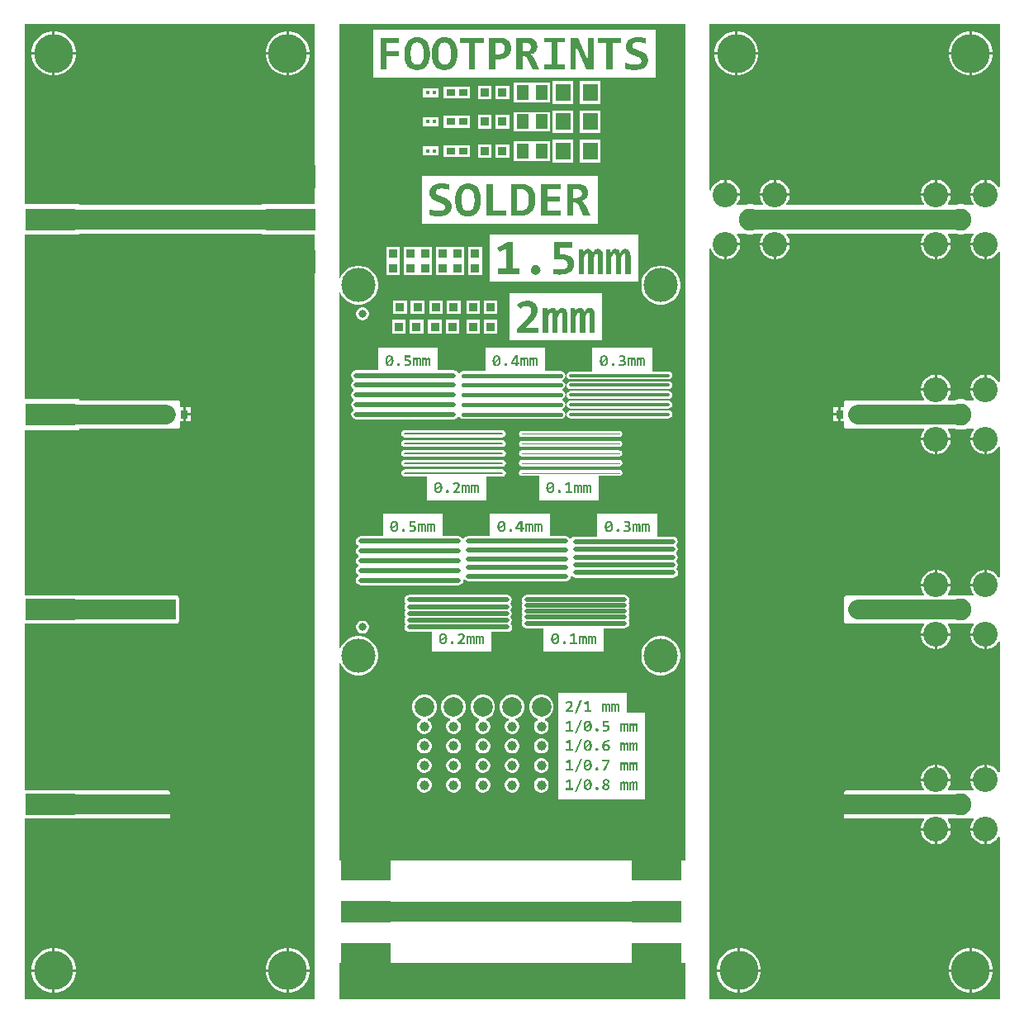
<source format=gtl>
%TF.GenerationSoftware,Altium Limited,Altium Designer,25.1.2 (22)*%
G04 Layer_Physical_Order=1*
G04 Layer_Color=255*
%FSLAX45Y45*%
%MOMM*%
%TF.SameCoordinates,5547ED5D-0275-4426-8455-AAE2DF75363B*%
%TF.FilePolarity,Positive*%
%TF.FileFunction,Copper,L1,Top,Signal*%
%TF.Part,Single*%
G01*
G75*
%TA.AperFunction,SMDPad,CuDef*%
%ADD10R,5.08000X2.41300*%
%ADD11R,5.08000X2.28600*%
%TA.AperFunction,ConnectorPad*%
%ADD12R,5.08000X2.41300*%
%ADD13R,5.08000X2.28600*%
%TA.AperFunction,SMDPad,CuDef*%
%ADD14R,0.90000X0.90000*%
%ADD15R,0.46000X0.42000*%
%ADD16R,1.60000X1.80000*%
%ADD17R,0.90000X0.70000*%
%ADD18R,1.30000X1.50000*%
%ADD19R,0.80000X0.90000*%
%TA.AperFunction,NonConductor*%
%ADD20C,2.00000*%
%TA.AperFunction,Conductor*%
%ADD21C,2.00000*%
%TA.AperFunction,NonConductor*%
%ADD22C,0.50000*%
%ADD23C,0.10000*%
%ADD24C,0.20000*%
%ADD25C,0.30000*%
%ADD26C,0.40000*%
%ADD27R,10.50000X2.00000*%
%TA.AperFunction,ComponentPad*%
%ADD28C,2.55000*%
%ADD29C,2.25000*%
%ADD30C,3.50000*%
%ADD31C,0.81000*%
%TA.AperFunction,ViaPad*%
%ADD32C,4.00000*%
%ADD33C,1.00000*%
%ADD34C,2.00000*%
G36*
X10000000Y8333568D02*
X9987300Y8329715D01*
X9972765Y8351468D01*
X9951468Y8372765D01*
X9926425Y8389498D01*
X9898599Y8401024D01*
X9869060Y8406900D01*
X9866701D01*
Y8254000D01*
X9854001D01*
Y8241300D01*
X9701100D01*
Y8238941D01*
X9706976Y8209401D01*
X9718502Y8181575D01*
X9733855Y8158598D01*
X9730031Y8145898D01*
X9659338D01*
X9645941Y8151447D01*
X9615512Y8157500D01*
X9584488D01*
X9554059Y8151447D01*
X9541515Y8146251D01*
X9470498D01*
X9466382Y8158951D01*
X9481498Y8181575D01*
X9493024Y8209401D01*
X9498900Y8238941D01*
Y8241300D01*
X9346001D01*
X9193100D01*
Y8238941D01*
X9198976Y8209401D01*
X9210502Y8181575D01*
X9225619Y8158951D01*
X9221502Y8146251D01*
X7818498Y8146251D01*
X7814382Y8158951D01*
X7829498Y8181575D01*
X7841024Y8209401D01*
X7846900Y8238941D01*
Y8241299D01*
X7694001D01*
Y8253999D01*
D01*
Y8241299D01*
X7541100D01*
Y8238941D01*
X7546976Y8209401D01*
X7558502Y8181575D01*
X7573619Y8158951D01*
X7569502Y8146251D01*
X7498486D01*
X7485941Y8151447D01*
X7455512Y8157500D01*
X7424488D01*
X7394059Y8151447D01*
X7380662Y8145898D01*
X7309969D01*
X7306146Y8158598D01*
X7321498Y8181575D01*
X7333024Y8209401D01*
X7338900Y8238941D01*
Y8241299D01*
X7186001D01*
Y8253999D01*
X7173301D01*
Y8406900D01*
X7170941D01*
X7141401Y8401024D01*
X7113575Y8389498D01*
X7088532Y8372765D01*
X7067235Y8351468D01*
X7050502Y8326425D01*
X7038976Y8298599D01*
X7038598Y8296697D01*
X7025898Y8297948D01*
Y10000000D01*
X10000000D01*
Y8333568D01*
D02*
G37*
G36*
X2974103Y8159300D02*
X2434490D01*
Y8146251D01*
X565510D01*
Y8159300D01*
X0D01*
Y10000000D01*
X2974103D01*
Y8159300D01*
D02*
G37*
G36*
X9733855Y7841403D02*
X9718502Y7818425D01*
X9706976Y7790599D01*
X9701100Y7761059D01*
Y7758700D01*
X9854001D01*
Y7746000D01*
X9866701D01*
Y7593100D01*
X9869060D01*
X9898599Y7598976D01*
X9926425Y7610502D01*
X9951468Y7627235D01*
X9972765Y7648532D01*
X9987300Y7670285D01*
X10000000Y7666432D01*
Y6333568D01*
X9987300Y6329715D01*
X9972765Y6351468D01*
X9951468Y6372765D01*
X9926425Y6389498D01*
X9898599Y6401024D01*
X9869060Y6406900D01*
X9866701D01*
Y6254000D01*
X9854001D01*
Y6241300D01*
X9701100D01*
Y6238941D01*
X9706976Y6209401D01*
X9718502Y6181575D01*
X9733855Y6158598D01*
X9730031Y6145898D01*
X9659338D01*
X9645941Y6151447D01*
X9615512Y6157500D01*
X9584488D01*
X9554059Y6151447D01*
X9541515Y6146251D01*
X9470498D01*
X9466382Y6158951D01*
X9481498Y6181575D01*
X9493024Y6209401D01*
X9498900Y6238941D01*
Y6241300D01*
X9346001D01*
X9193100D01*
Y6238941D01*
X9198976Y6209401D01*
X9210502Y6181575D01*
X9225619Y6158951D01*
X9221502Y6146251D01*
X8550000D01*
X8547316Y6145898D01*
X8430000D01*
X8420089Y6143926D01*
X8411688Y6138313D01*
X8406074Y6129911D01*
X8404102Y6120000D01*
Y6070400D01*
X8372701D01*
Y5999999D01*
Y5929600D01*
X8404102D01*
Y5880000D01*
X8406074Y5870090D01*
X8411688Y5861688D01*
X8420089Y5856074D01*
X8430000Y5854103D01*
X8547312D01*
X8550000Y5853749D01*
X9221502D01*
X9225619Y5841049D01*
X9210502Y5818425D01*
X9198976Y5790599D01*
X9193100Y5761059D01*
Y5758700D01*
X9346001D01*
X9498900D01*
Y5761059D01*
X9493024Y5790599D01*
X9481498Y5818425D01*
X9466382Y5841049D01*
X9470498Y5853749D01*
X9541515D01*
X9554059Y5848553D01*
X9584488Y5842500D01*
X9615512D01*
X9645941Y5848553D01*
X9659339Y5854103D01*
X9730032D01*
X9733855Y5841403D01*
X9718502Y5818425D01*
X9706976Y5790599D01*
X9701100Y5761059D01*
Y5758700D01*
X9854001D01*
Y5746000D01*
X9866701D01*
Y5593100D01*
X9869060D01*
X9898599Y5598976D01*
X9926425Y5610502D01*
X9951468Y5627235D01*
X9972765Y5648532D01*
X9987300Y5670285D01*
X10000000Y5666432D01*
Y4333568D01*
X9987300Y4329715D01*
X9972765Y4351468D01*
X9951468Y4372765D01*
X9926425Y4389498D01*
X9898599Y4401024D01*
X9869060Y4406900D01*
X9866701D01*
Y4254000D01*
X9854001D01*
Y4241300D01*
X9701100D01*
Y4238940D01*
X9706976Y4209401D01*
X9718502Y4181575D01*
X9733855Y4158598D01*
X9730031Y4145898D01*
X9469969D01*
X9466146Y4158598D01*
X9481498Y4181575D01*
X9493024Y4209401D01*
X9498900Y4238940D01*
Y4241300D01*
X9346001D01*
X9193100D01*
Y4238940D01*
X9198976Y4209401D01*
X9210502Y4181575D01*
X9225855Y4158598D01*
X9222031Y4145898D01*
X8430000D01*
X8420089Y4143926D01*
X8411688Y4138313D01*
X8406074Y4129911D01*
X8404102Y4120000D01*
Y3880000D01*
X8406074Y3870090D01*
X8411688Y3861688D01*
X8420089Y3856074D01*
X8430000Y3854103D01*
X9222032D01*
X9225855Y3841403D01*
X9210502Y3818425D01*
X9198976Y3790599D01*
X9193100Y3761059D01*
Y3758700D01*
X9346001D01*
X9498900D01*
Y3761059D01*
X9493024Y3790599D01*
X9481498Y3818425D01*
X9466145Y3841403D01*
X9469969Y3854103D01*
X9730032D01*
X9733855Y3841403D01*
X9718502Y3818425D01*
X9706976Y3790599D01*
X9701100Y3761059D01*
Y3758700D01*
X9854001D01*
Y3746000D01*
X9866701D01*
Y3593100D01*
X9869060D01*
X9898599Y3598976D01*
X9926425Y3610502D01*
X9951468Y3627235D01*
X9972765Y3648532D01*
X9987300Y3670285D01*
X10000000Y3666432D01*
Y2333568D01*
X9987300Y2329715D01*
X9972765Y2351468D01*
X9951468Y2372765D01*
X9926425Y2389498D01*
X9898599Y2401024D01*
X9869060Y2406900D01*
X9866701D01*
Y2254000D01*
X9854001D01*
Y2241300D01*
X9701100D01*
Y2238941D01*
X9706976Y2209401D01*
X9718502Y2181575D01*
X9733855Y2158598D01*
X9730031Y2145898D01*
X9469969D01*
X9466146Y2158598D01*
X9481498Y2181575D01*
X9493024Y2209401D01*
X9498900Y2238941D01*
Y2241300D01*
X9346001D01*
X9193100D01*
Y2238941D01*
X9198976Y2209401D01*
X9210502Y2181575D01*
X9225855Y2158598D01*
X9222031Y2145898D01*
X8430000D01*
X8420089Y2143927D01*
X8411688Y2138313D01*
X8406074Y2129911D01*
X8404102Y2120000D01*
Y1880000D01*
X8406074Y1870090D01*
X8411688Y1861688D01*
X8420089Y1856074D01*
X8430000Y1854103D01*
X9222032D01*
X9225855Y1841403D01*
X9210502Y1818425D01*
X9198976Y1790599D01*
X9193100Y1761059D01*
Y1758700D01*
X9346001D01*
X9498900D01*
Y1761059D01*
X9493024Y1790599D01*
X9481498Y1818425D01*
X9466145Y1841403D01*
X9469969Y1854103D01*
X9730032D01*
X9733855Y1841403D01*
X9718502Y1818425D01*
X9706976Y1790599D01*
X9701100Y1761059D01*
Y1758700D01*
X9854001D01*
Y1746000D01*
X9866701D01*
Y1593100D01*
X9869060D01*
X9898599Y1598976D01*
X9926425Y1610502D01*
X9951468Y1627235D01*
X9972765Y1648532D01*
X9987300Y1670285D01*
X10000000Y1666432D01*
Y0D01*
X7025898D01*
Y7702052D01*
X7038598Y7703303D01*
X7038976Y7701401D01*
X7050502Y7673575D01*
X7067235Y7648532D01*
X7088532Y7627235D01*
X7113575Y7610502D01*
X7141401Y7598976D01*
X7170941Y7593100D01*
X7173301D01*
Y7745999D01*
X7186001D01*
Y7758699D01*
X7338900D01*
Y7761059D01*
X7333024Y7790599D01*
X7321498Y7818425D01*
X7306145Y7841403D01*
X7309969Y7854103D01*
X7380661D01*
X7394059Y7848553D01*
X7424488Y7842500D01*
X7455512D01*
X7485941Y7848553D01*
X7498485Y7853749D01*
X7569502D01*
X7573618Y7841049D01*
X7558502Y7818425D01*
X7546976Y7790599D01*
X7541100Y7761059D01*
Y7758699D01*
X7694001D01*
X7846900D01*
Y7761059D01*
X7841024Y7790599D01*
X7829498Y7818425D01*
X7814382Y7841049D01*
X7818498Y7853749D01*
X9221502Y7853749D01*
X9225619Y7841049D01*
X9210502Y7818425D01*
X9198976Y7790599D01*
X9193100Y7761059D01*
Y7758700D01*
X9346001D01*
X9498900D01*
Y7761059D01*
X9493024Y7790599D01*
X9481498Y7818425D01*
X9466382Y7841049D01*
X9470498Y7853749D01*
X9541515D01*
X9554059Y7848553D01*
X9584488Y7842500D01*
X9615512D01*
X9645941Y7848553D01*
X9659339Y7854103D01*
X9730032D01*
X9733855Y7841403D01*
D02*
G37*
G36*
X6774103Y1425898D02*
X3225898D01*
Y3448819D01*
X3238598Y3451345D01*
X3247408Y3430075D01*
X3269339Y3397252D01*
X3297253Y3369339D01*
X3330075Y3347408D01*
X3366546Y3332301D01*
X3405263Y3324600D01*
X3444738D01*
X3483455Y3332301D01*
X3519925Y3347408D01*
X3552748Y3369339D01*
X3580661Y3397252D01*
X3602592Y3430075D01*
X3617699Y3466545D01*
X3625400Y3505262D01*
Y3544737D01*
X3617699Y3583454D01*
X3602592Y3619925D01*
X3580661Y3652747D01*
X3552748Y3680661D01*
X3519925Y3702592D01*
X3483455Y3717699D01*
X3444738Y3725400D01*
X3405263D01*
X3366546Y3717699D01*
X3330075Y3702592D01*
X3297253Y3680661D01*
X3269339Y3652747D01*
X3247408Y3619925D01*
X3238598Y3598655D01*
X3225898Y3601181D01*
Y7248819D01*
X3238598Y7251345D01*
X3247408Y7230075D01*
X3269339Y7197252D01*
X3297253Y7169339D01*
X3330075Y7147408D01*
X3366546Y7132301D01*
X3405263Y7124600D01*
X3444738D01*
X3483455Y7132301D01*
X3519925Y7147408D01*
X3552748Y7169339D01*
X3580661Y7197252D01*
X3602592Y7230075D01*
X3617699Y7266545D01*
X3625400Y7305262D01*
Y7344737D01*
X3617699Y7383454D01*
X3602592Y7419925D01*
X3580661Y7452747D01*
X3552748Y7480661D01*
X3519925Y7502592D01*
X3483455Y7517699D01*
X3444738Y7525400D01*
X3405263D01*
X3366546Y7517699D01*
X3330075Y7502592D01*
X3297253Y7480661D01*
X3269339Y7452747D01*
X3247408Y7419925D01*
X3238598Y7398655D01*
X3225898Y7401181D01*
Y10000000D01*
X6774103D01*
Y1425898D01*
D02*
G37*
G36*
Y0D02*
X3225898D01*
Y374103D01*
X6774103D01*
Y0D01*
D02*
G37*
G36*
X2434490Y7840700D02*
X2974103D01*
Y0D01*
X0D01*
Y1854102D01*
X1467500D01*
X1477411Y1856074D01*
X1485812Y1861688D01*
X1491426Y1870089D01*
X1493398Y1880000D01*
Y2120000D01*
X1491426Y2129911D01*
X1485812Y2138312D01*
X1477411Y2143926D01*
X1467500Y2145898D01*
X0D01*
Y3854102D01*
X1557300D01*
X1567211Y3856073D01*
X1575613Y3861687D01*
X1581227Y3870089D01*
X1583198Y3879999D01*
Y4119999D01*
X1581227Y4129910D01*
X1575613Y4138312D01*
X1567211Y4143925D01*
X1557300Y4145897D01*
X0D01*
Y5840700D01*
X565510D01*
Y5853749D01*
X1450000D01*
X1452685Y5854102D01*
X1570000D01*
X1579911Y5856074D01*
X1588313Y5861688D01*
X1593926Y5870089D01*
X1595898Y5880000D01*
Y5929600D01*
X1627301D01*
Y6000000D01*
Y6070400D01*
X1595898D01*
Y6120000D01*
X1593926Y6129911D01*
X1588313Y6138312D01*
X1579911Y6143926D01*
X1570000Y6145898D01*
X1452685D01*
X1450000Y6146251D01*
X565510D01*
Y6159300D01*
X0D01*
Y7840700D01*
X565510D01*
Y7853749D01*
X2434490D01*
Y7840700D01*
D02*
G37*
%LPC*%
G36*
X9722200Y9925400D02*
X9712700D01*
Y9712700D01*
X9925400D01*
Y9722200D01*
X9916738Y9765747D01*
X9899747Y9806767D01*
X9875080Y9843684D01*
X9843684Y9875080D01*
X9806767Y9899747D01*
X9765747Y9916738D01*
X9722200Y9925400D01*
D02*
G37*
G36*
X9687300D02*
X9677800D01*
X9634253Y9916738D01*
X9593233Y9899747D01*
X9556316Y9875080D01*
X9524920Y9843684D01*
X9500253Y9806767D01*
X9483262Y9765747D01*
X9474600Y9722200D01*
Y9712700D01*
X9687300D01*
Y9925400D01*
D02*
G37*
G36*
X7322200Y9925400D02*
X7312700D01*
Y9712700D01*
X7525400D01*
Y9722200D01*
X7516738Y9765747D01*
X7499747Y9806767D01*
X7475080Y9843684D01*
X7443684Y9875080D01*
X7406767Y9899747D01*
X7365747Y9916738D01*
X7322200Y9925400D01*
D02*
G37*
G36*
X7287300D02*
X7277800D01*
X7234253Y9916738D01*
X7193233Y9899747D01*
X7156316Y9875080D01*
X7124920Y9843684D01*
X7100253Y9806767D01*
X7083262Y9765747D01*
X7074600Y9722200D01*
Y9712700D01*
X7287300D01*
Y9925400D01*
D02*
G37*
G36*
X9925400Y9687300D02*
X9712700D01*
Y9474600D01*
X9722200D01*
X9765747Y9483262D01*
X9806767Y9500253D01*
X9843684Y9524920D01*
X9875080Y9556316D01*
X9899747Y9593233D01*
X9916738Y9634254D01*
X9925400Y9677800D01*
Y9687300D01*
D02*
G37*
G36*
X9687300D02*
X9474600D01*
Y9677800D01*
X9483262Y9634254D01*
X9500253Y9593233D01*
X9524920Y9556316D01*
X9556316Y9524920D01*
X9593233Y9500253D01*
X9634253Y9483262D01*
X9677800Y9474600D01*
X9687300D01*
Y9687300D01*
D02*
G37*
G36*
X7525400Y9687300D02*
X7312700D01*
Y9474600D01*
X7322200D01*
X7365747Y9483262D01*
X7406767Y9500253D01*
X7443684Y9524920D01*
X7475080Y9556316D01*
X7499747Y9593233D01*
X7516738Y9634253D01*
X7525400Y9677800D01*
Y9687300D01*
D02*
G37*
G36*
X7287300D02*
X7074600D01*
Y9677800D01*
X7083262Y9634253D01*
X7100253Y9593233D01*
X7124920Y9556316D01*
X7156316Y9524920D01*
X7193233Y9500253D01*
X7234253Y9483262D01*
X7277800Y9474600D01*
X7287300D01*
Y9687300D01*
D02*
G37*
G36*
X9361060Y8406900D02*
X9358701D01*
Y8266700D01*
X9498900D01*
Y8269059D01*
X9493024Y8298599D01*
X9481498Y8326425D01*
X9464765Y8351468D01*
X9443468Y8372765D01*
X9418425Y8389498D01*
X9390599Y8401024D01*
X9361060Y8406900D01*
D02*
G37*
G36*
X9841301D02*
X9838941D01*
X9809401Y8401024D01*
X9781575Y8389498D01*
X9756532Y8372765D01*
X9735235Y8351468D01*
X9718502Y8326425D01*
X9706976Y8298599D01*
X9701100Y8269059D01*
Y8266700D01*
X9841301D01*
Y8406900D01*
D02*
G37*
G36*
X9333301D02*
X9330941D01*
X9301401Y8401024D01*
X9273575Y8389498D01*
X9248532Y8372765D01*
X9227235Y8351468D01*
X9210502Y8326425D01*
X9198976Y8298599D01*
X9193100Y8269059D01*
Y8266700D01*
X9333301D01*
Y8406900D01*
D02*
G37*
G36*
X7709060D02*
X7706701D01*
Y8266699D01*
X7846900D01*
Y8269059D01*
X7841024Y8298599D01*
X7829498Y8326425D01*
X7812765Y8351468D01*
X7791468Y8372765D01*
X7766425Y8389498D01*
X7738599Y8401024D01*
X7709060Y8406900D01*
D02*
G37*
G36*
X7201060D02*
X7198701D01*
Y8266699D01*
X7338900D01*
Y8269059D01*
X7333024Y8298599D01*
X7321498Y8326425D01*
X7304765Y8351468D01*
X7283468Y8372765D01*
X7258425Y8389498D01*
X7230599Y8401024D01*
X7201060Y8406900D01*
D02*
G37*
G36*
X7681301D02*
X7678941D01*
X7649401Y8401024D01*
X7621575Y8389498D01*
X7596532Y8372765D01*
X7575235Y8351468D01*
X7558502Y8326425D01*
X7546976Y8298599D01*
X7541100Y8269059D01*
Y8266699D01*
X7681301D01*
Y8406900D01*
D02*
G37*
G36*
X2722200Y9925400D02*
X2712700D01*
Y9712700D01*
X2925400D01*
Y9722200D01*
X2916738Y9765747D01*
X2899747Y9806767D01*
X2875080Y9843684D01*
X2843684Y9875080D01*
X2806767Y9899747D01*
X2765747Y9916738D01*
X2722200Y9925400D01*
D02*
G37*
G36*
X2687300D02*
X2677800D01*
X2634253Y9916738D01*
X2593233Y9899747D01*
X2556316Y9875080D01*
X2524920Y9843684D01*
X2500253Y9806767D01*
X2483262Y9765747D01*
X2474600Y9722200D01*
Y9712700D01*
X2687300D01*
Y9925400D01*
D02*
G37*
G36*
X322200Y9925400D02*
X312700D01*
Y9712700D01*
X525400D01*
Y9722200D01*
X516738Y9765747D01*
X499747Y9806767D01*
X475080Y9843684D01*
X443684Y9875080D01*
X406767Y9899747D01*
X365747Y9916738D01*
X322200Y9925400D01*
D02*
G37*
G36*
X287300D02*
X277800D01*
X234253Y9916738D01*
X193233Y9899747D01*
X156316Y9875080D01*
X124920Y9843684D01*
X100253Y9806767D01*
X83262Y9765747D01*
X74600Y9722200D01*
Y9712700D01*
X287300D01*
Y9925400D01*
D02*
G37*
G36*
X2925400Y9687300D02*
X2712700D01*
Y9474600D01*
X2722200D01*
X2765747Y9483262D01*
X2806767Y9500253D01*
X2843684Y9524920D01*
X2875080Y9556316D01*
X2899747Y9593233D01*
X2916738Y9634254D01*
X2925400Y9677800D01*
Y9687300D01*
D02*
G37*
G36*
X2687300D02*
X2474600D01*
Y9677800D01*
X2483262Y9634254D01*
X2500253Y9593233D01*
X2524920Y9556316D01*
X2556316Y9524920D01*
X2593233Y9500253D01*
X2634253Y9483262D01*
X2677800Y9474600D01*
X2687300D01*
Y9687300D01*
D02*
G37*
G36*
X525400Y9687300D02*
X312700D01*
Y9474600D01*
X322200D01*
X365747Y9483262D01*
X406767Y9500253D01*
X443684Y9524920D01*
X475080Y9556316D01*
X499747Y9593233D01*
X516738Y9634253D01*
X525400Y9677800D01*
Y9687300D01*
D02*
G37*
G36*
X287300D02*
X74600D01*
Y9677800D01*
X83262Y9634253D01*
X100253Y9593233D01*
X124920Y9556316D01*
X156316Y9524920D01*
X193233Y9500253D01*
X234253Y9483262D01*
X277800Y9474600D01*
X287300D01*
Y9687300D01*
D02*
G37*
G36*
X9841301Y7733300D02*
X9701100D01*
Y7730941D01*
X9706976Y7701401D01*
X9718502Y7673575D01*
X9735235Y7648532D01*
X9756532Y7627235D01*
X9781575Y7610502D01*
X9809401Y7598976D01*
X9838941Y7593100D01*
X9841301D01*
Y7733300D01*
D02*
G37*
G36*
X9498900D02*
X9358701D01*
Y7593100D01*
X9361060D01*
X9390599Y7598976D01*
X9418425Y7610502D01*
X9443468Y7627235D01*
X9464765Y7648532D01*
X9481498Y7673575D01*
X9493024Y7701401D01*
X9498900Y7730941D01*
Y7733300D01*
D02*
G37*
G36*
X9333301D02*
X9193100D01*
Y7730941D01*
X9198976Y7701401D01*
X9210502Y7673575D01*
X9227235Y7648532D01*
X9248532Y7627235D01*
X9273575Y7610502D01*
X9301401Y7598976D01*
X9330941Y7593100D01*
X9333301D01*
Y7733300D01*
D02*
G37*
G36*
X7846900Y7733299D02*
X7706701D01*
Y7593100D01*
X7709060D01*
X7738599Y7598976D01*
X7766425Y7610502D01*
X7791468Y7627235D01*
X7812765Y7648532D01*
X7829498Y7673575D01*
X7841024Y7701401D01*
X7846900Y7730941D01*
Y7733299D01*
D02*
G37*
G36*
X7681301D02*
X7541100D01*
Y7730941D01*
X7546976Y7701401D01*
X7558502Y7673575D01*
X7575235Y7648532D01*
X7596532Y7627235D01*
X7621575Y7610502D01*
X7649401Y7598976D01*
X7678941Y7593100D01*
X7681301D01*
Y7733299D01*
D02*
G37*
G36*
X7338900D02*
X7198701D01*
Y7593100D01*
X7201060D01*
X7230599Y7598976D01*
X7258425Y7610502D01*
X7283468Y7627235D01*
X7304765Y7648532D01*
X7321498Y7673575D01*
X7333024Y7701401D01*
X7338900Y7730941D01*
Y7733299D01*
D02*
G37*
G36*
X9361060Y6406900D02*
X9358701D01*
Y6266700D01*
X9498900D01*
Y6269059D01*
X9493024Y6298599D01*
X9481498Y6326425D01*
X9464765Y6351468D01*
X9443468Y6372765D01*
X9418425Y6389498D01*
X9390599Y6401024D01*
X9361060Y6406900D01*
D02*
G37*
G36*
X9841301D02*
X9838941D01*
X9809401Y6401024D01*
X9781575Y6389498D01*
X9756532Y6372765D01*
X9735235Y6351468D01*
X9718502Y6326425D01*
X9706976Y6298599D01*
X9701100Y6269059D01*
Y6266700D01*
X9841301D01*
Y6406900D01*
D02*
G37*
G36*
X9333301D02*
X9330941D01*
X9301401Y6401024D01*
X9273575Y6389498D01*
X9248532Y6372765D01*
X9227235Y6351468D01*
X9210502Y6326425D01*
X9198976Y6298599D01*
X9193100Y6269059D01*
Y6266700D01*
X9333301D01*
Y6406900D01*
D02*
G37*
G36*
X8347301Y6070400D02*
X8294600D01*
Y6012699D01*
X8347301D01*
Y6070400D01*
D02*
G37*
G36*
Y5987299D02*
X8294600D01*
Y5929600D01*
X8347301D01*
Y5987299D01*
D02*
G37*
G36*
X9841301Y5733300D02*
X9701100D01*
Y5730941D01*
X9706976Y5701401D01*
X9718502Y5673575D01*
X9735235Y5648532D01*
X9756532Y5627235D01*
X9781575Y5610502D01*
X9809401Y5598976D01*
X9838941Y5593100D01*
X9841301D01*
Y5733300D01*
D02*
G37*
G36*
X9498900D02*
X9358701D01*
Y5593100D01*
X9361060D01*
X9390599Y5598976D01*
X9418425Y5610502D01*
X9443468Y5627235D01*
X9464765Y5648532D01*
X9481498Y5673575D01*
X9493024Y5701401D01*
X9498900Y5730941D01*
Y5733300D01*
D02*
G37*
G36*
X9333301D02*
X9193100D01*
Y5730941D01*
X9198976Y5701401D01*
X9210502Y5673575D01*
X9227235Y5648532D01*
X9248532Y5627235D01*
X9273575Y5610502D01*
X9301401Y5598976D01*
X9330941Y5593100D01*
X9333301D01*
Y5733300D01*
D02*
G37*
G36*
X9361060Y4406900D02*
X9358701D01*
Y4266700D01*
X9498900D01*
Y4269059D01*
X9493024Y4298599D01*
X9481498Y4326425D01*
X9464765Y4351468D01*
X9443468Y4372765D01*
X9418425Y4389498D01*
X9390599Y4401024D01*
X9361060Y4406900D01*
D02*
G37*
G36*
X9841301D02*
X9838941D01*
X9809401Y4401024D01*
X9781575Y4389498D01*
X9756532Y4372765D01*
X9735235Y4351468D01*
X9718502Y4326425D01*
X9706976Y4298599D01*
X9701100Y4269059D01*
Y4266700D01*
X9841301D01*
Y4406900D01*
D02*
G37*
G36*
X9333301D02*
X9330941D01*
X9301401Y4401024D01*
X9273575Y4389498D01*
X9248532Y4372765D01*
X9227235Y4351468D01*
X9210502Y4326425D01*
X9198976Y4298599D01*
X9193100Y4269059D01*
Y4266700D01*
X9333301D01*
Y4406900D01*
D02*
G37*
G36*
X9841301Y3733300D02*
X9701100D01*
Y3730940D01*
X9706976Y3701401D01*
X9718502Y3673575D01*
X9735235Y3648532D01*
X9756532Y3627235D01*
X9781575Y3610502D01*
X9809401Y3598976D01*
X9838941Y3593100D01*
X9841301D01*
Y3733300D01*
D02*
G37*
G36*
X9498900D02*
X9358701D01*
Y3593100D01*
X9361060D01*
X9390599Y3598976D01*
X9418425Y3610502D01*
X9443468Y3627235D01*
X9464765Y3648532D01*
X9481498Y3673575D01*
X9493024Y3701401D01*
X9498900Y3730940D01*
Y3733300D01*
D02*
G37*
G36*
X9333301D02*
X9193100D01*
Y3730940D01*
X9198976Y3701401D01*
X9210502Y3673575D01*
X9227235Y3648532D01*
X9248532Y3627235D01*
X9273575Y3610502D01*
X9301401Y3598976D01*
X9330941Y3593100D01*
X9333301D01*
Y3733300D01*
D02*
G37*
G36*
X9361060Y2406900D02*
X9358701D01*
Y2266700D01*
X9498900D01*
Y2269059D01*
X9493024Y2298599D01*
X9481498Y2326425D01*
X9464765Y2351468D01*
X9443468Y2372765D01*
X9418425Y2389498D01*
X9390599Y2401024D01*
X9361060Y2406900D01*
D02*
G37*
G36*
X9841301D02*
X9838941D01*
X9809401Y2401024D01*
X9781575Y2389498D01*
X9756532Y2372765D01*
X9735235Y2351468D01*
X9718502Y2326425D01*
X9706976Y2298599D01*
X9701100Y2269059D01*
Y2266700D01*
X9841301D01*
Y2406900D01*
D02*
G37*
G36*
X9333301D02*
X9330941D01*
X9301401Y2401024D01*
X9273575Y2389498D01*
X9248532Y2372765D01*
X9227235Y2351468D01*
X9210502Y2326425D01*
X9198976Y2298599D01*
X9193100Y2269059D01*
Y2266700D01*
X9333301D01*
Y2406900D01*
D02*
G37*
G36*
X9841301Y1733300D02*
X9701100D01*
Y1730941D01*
X9706976Y1701401D01*
X9718502Y1673575D01*
X9735235Y1648532D01*
X9756532Y1627235D01*
X9781575Y1610502D01*
X9809401Y1598976D01*
X9838941Y1593100D01*
X9841301D01*
Y1733300D01*
D02*
G37*
G36*
X9498900D02*
X9358701D01*
Y1593100D01*
X9361060D01*
X9390599Y1598976D01*
X9418425Y1610502D01*
X9443468Y1627235D01*
X9464765Y1648532D01*
X9481498Y1673575D01*
X9493024Y1701401D01*
X9498900Y1730941D01*
Y1733300D01*
D02*
G37*
G36*
X9333301D02*
X9193100D01*
Y1730941D01*
X9198976Y1701401D01*
X9210502Y1673575D01*
X9227235Y1648532D01*
X9248532Y1627235D01*
X9273575Y1610502D01*
X9301401Y1598976D01*
X9330941Y1593100D01*
X9333301D01*
Y1733300D01*
D02*
G37*
G36*
X9722200Y525400D02*
X9712700D01*
Y312700D01*
X9925400D01*
Y322200D01*
X9916738Y365747D01*
X9899747Y406767D01*
X9875080Y443684D01*
X9843684Y475080D01*
X9806767Y499747D01*
X9765747Y516738D01*
X9722200Y525400D01*
D02*
G37*
G36*
X9687300D02*
X9677800D01*
X9634254Y516738D01*
X9593233Y499747D01*
X9556316Y475080D01*
X9524920Y443684D01*
X9500253Y406767D01*
X9483262Y365747D01*
X9474600Y322200D01*
Y312700D01*
X9687300D01*
Y525400D01*
D02*
G37*
G36*
X7348098Y525400D02*
X7338598D01*
Y312700D01*
X7551298D01*
Y322200D01*
X7542636Y365747D01*
X7525645Y406767D01*
X7500977Y443684D01*
X7469582Y475080D01*
X7432665Y499747D01*
X7391644Y516738D01*
X7348098Y525400D01*
D02*
G37*
G36*
X7313198D02*
X7303698D01*
X7260151Y516738D01*
X7219131Y499747D01*
X7182214Y475080D01*
X7150818Y443684D01*
X7126151Y406767D01*
X7109160Y365747D01*
X7100498Y322200D01*
Y312700D01*
X7313198D01*
Y525400D01*
D02*
G37*
G36*
X9925400Y287300D02*
X9712700D01*
Y74600D01*
X9722200D01*
X9765747Y83262D01*
X9806767Y100253D01*
X9843684Y124921D01*
X9875080Y156316D01*
X9899747Y193233D01*
X9916738Y234254D01*
X9925400Y277800D01*
Y287300D01*
D02*
G37*
G36*
X9687300D02*
X9474600D01*
Y277800D01*
X9483262Y234254D01*
X9500253Y193233D01*
X9524920Y156316D01*
X9556316Y124921D01*
X9593233Y100253D01*
X9634254Y83262D01*
X9677800Y74600D01*
X9687300D01*
Y287300D01*
D02*
G37*
G36*
X7551298Y287300D02*
X7338598D01*
Y74600D01*
X7348098D01*
X7391644Y83262D01*
X7432665Y100253D01*
X7469582Y124920D01*
X7500977Y156316D01*
X7525645Y193233D01*
X7542636Y234253D01*
X7551298Y277800D01*
Y287300D01*
D02*
G37*
G36*
X7313198D02*
X7100498D01*
Y277800D01*
X7109160Y234253D01*
X7126151Y193233D01*
X7150818Y156316D01*
X7182214Y124920D01*
X7219131Y100253D01*
X7260151Y83262D01*
X7303698Y74600D01*
X7313198D01*
Y287300D01*
D02*
G37*
G36*
X6469560Y9944271D02*
X3574600D01*
Y9455729D01*
X6469560D01*
Y9944271D01*
D02*
G37*
G36*
X4248400Y9346400D02*
X4085600D01*
Y9253600D01*
X4248400D01*
Y9346400D01*
D02*
G37*
G36*
X4570400Y9360400D02*
X4299600D01*
Y9239600D01*
X4570400D01*
Y9360400D01*
D02*
G37*
G36*
X4970400Y9370400D02*
X4829600D01*
Y9229600D01*
X4970400D01*
Y9370400D01*
D02*
G37*
G36*
X4790400D02*
X4649600D01*
Y9229600D01*
X4790400D01*
Y9370400D01*
D02*
G37*
G36*
X5209600Y9400400D02*
X5200400D01*
X5196900Y9400400D01*
X5019600D01*
Y9199600D01*
X5196900D01*
X5200400Y9199600D01*
X5209600D01*
X5213100Y9199600D01*
X5390400D01*
Y9400400D01*
X5213100D01*
X5209600Y9400400D01*
D02*
G37*
G36*
X5905400Y9415400D02*
X5694600D01*
Y9184600D01*
X5905400D01*
Y9415400D01*
D02*
G37*
G36*
X5625400D02*
X5414600D01*
Y9184600D01*
X5625400D01*
Y9415400D01*
D02*
G37*
G36*
X4248400Y9046400D02*
X4085600D01*
Y8953600D01*
X4248400D01*
Y9046400D01*
D02*
G37*
G36*
X4570400Y9060400D02*
X4299600D01*
Y8939600D01*
X4570400D01*
Y9060400D01*
D02*
G37*
G36*
X4970400Y9070400D02*
X4829600D01*
Y8929600D01*
X4970400D01*
Y9070400D01*
D02*
G37*
G36*
X4790400D02*
X4649600D01*
Y8929600D01*
X4790400D01*
Y9070400D01*
D02*
G37*
G36*
X5209600Y9100400D02*
X5200400D01*
X5196900Y9100400D01*
X5019600D01*
Y8899600D01*
X5196900D01*
X5200400Y8899600D01*
X5209600D01*
X5213100Y8899600D01*
X5390400D01*
Y9100400D01*
X5213100D01*
X5209600Y9100400D01*
D02*
G37*
G36*
X5905400Y9115400D02*
X5694600D01*
Y8884600D01*
X5905400D01*
Y9115400D01*
D02*
G37*
G36*
X5625400D02*
X5414600D01*
Y8884600D01*
X5625400D01*
Y9115400D01*
D02*
G37*
G36*
X4248400Y8746400D02*
X4085600D01*
Y8653600D01*
X4248400D01*
Y8746400D01*
D02*
G37*
G36*
X4570400Y8760400D02*
X4299600D01*
Y8639600D01*
X4570400D01*
Y8760400D01*
D02*
G37*
G36*
X4970400Y8770400D02*
X4829600D01*
Y8629600D01*
X4970400D01*
Y8770400D01*
D02*
G37*
G36*
X4790400D02*
X4649600D01*
Y8629600D01*
X4790400D01*
Y8770400D01*
D02*
G37*
G36*
X5209600Y8800400D02*
X5200400D01*
X5196900Y8800400D01*
X5019600D01*
Y8599600D01*
X5196900D01*
X5200400Y8599600D01*
X5209600D01*
X5213100Y8599600D01*
X5390400D01*
Y8800400D01*
X5213100D01*
X5209600Y8800400D01*
D02*
G37*
G36*
X5905400Y8815400D02*
X5694600D01*
Y8584600D01*
X5905400D01*
Y8815400D01*
D02*
G37*
G36*
X5625400D02*
X5414600D01*
Y8584600D01*
X5625400D01*
Y8815400D01*
D02*
G37*
G36*
X5878006Y8444271D02*
X4074600D01*
Y7955729D01*
X5878006D01*
Y8444271D01*
D02*
G37*
G36*
X4690400Y7720400D02*
X4549600D01*
Y7583100D01*
X4549600Y7579600D01*
Y7570400D01*
X4549600Y7566900D01*
Y7429600D01*
X4690400D01*
Y7566900D01*
X4690400Y7570400D01*
Y7579600D01*
X4690400Y7583100D01*
Y7720400D01*
D02*
G37*
G36*
X3850400D02*
X3709600D01*
Y7583100D01*
X3709600Y7579600D01*
Y7570400D01*
X3709600Y7566900D01*
Y7429600D01*
X3850400D01*
Y7566900D01*
X3850400Y7570400D01*
Y7579600D01*
X3850400Y7583100D01*
Y7720400D01*
D02*
G37*
G36*
X4369600Y7720400D02*
X4356900Y7720400D01*
X4219600D01*
Y7583100D01*
X4219600Y7579600D01*
Y7570400D01*
X4219600Y7566900D01*
Y7429600D01*
X4356900D01*
X4360400Y7429600D01*
X4373100Y7429600D01*
X4510400D01*
Y7566900D01*
X4510400Y7570400D01*
Y7579600D01*
X4510400Y7583100D01*
Y7720400D01*
X4373100D01*
X4369600Y7720400D01*
D02*
G37*
G36*
X4030400D02*
X4026900Y7720400D01*
X3889600D01*
Y7583100D01*
X3889600Y7579600D01*
Y7570400D01*
X3889600Y7566900D01*
Y7429600D01*
X4026899D01*
X4039600Y7429600D01*
X4043100Y7429600D01*
X4180400D01*
Y7566900D01*
X4180400Y7570400D01*
Y7579600D01*
X4180400Y7583100D01*
Y7720400D01*
X4043100D01*
X4035000Y7720400D01*
X4030400Y7720400D01*
D02*
G37*
G36*
X6290814Y7842605D02*
X4774600D01*
Y7357395D01*
X6290814D01*
Y7842605D01*
D02*
G37*
G36*
X6544738Y7525400D02*
X6505263D01*
X6466546Y7517699D01*
X6430075Y7502592D01*
X6397253Y7480661D01*
X6369339Y7452747D01*
X6347408Y7419925D01*
X6332301Y7383454D01*
X6324600Y7344737D01*
Y7305262D01*
X6332301Y7266545D01*
X6347408Y7230075D01*
X6369339Y7197252D01*
X6397253Y7169339D01*
X6430075Y7147408D01*
X6466546Y7132301D01*
X6505263Y7124600D01*
X6544738D01*
X6583455Y7132301D01*
X6619925Y7147408D01*
X6652748Y7169339D01*
X6680661Y7197252D01*
X6702592Y7230075D01*
X6717699Y7266545D01*
X6725400Y7305262D01*
Y7344737D01*
X6717699Y7383454D01*
X6702592Y7419925D01*
X6680661Y7452747D01*
X6652748Y7480661D01*
X6619925Y7502592D01*
X6583455Y7517699D01*
X6544738Y7525400D01*
D02*
G37*
G36*
X4850400Y7170400D02*
X4709600D01*
Y7029600D01*
X4850400D01*
Y7170400D01*
D02*
G37*
G36*
X4670400D02*
X4529600D01*
Y7029600D01*
X4670400D01*
Y7170400D01*
D02*
G37*
G36*
X4470400D02*
X4329600D01*
Y7029600D01*
X4470400D01*
Y7170400D01*
D02*
G37*
G36*
X4290400D02*
X4149600D01*
Y7029600D01*
X4290400D01*
Y7170400D01*
D02*
G37*
G36*
X4100400D02*
X3959600D01*
Y7029600D01*
X4100400D01*
Y7170400D01*
D02*
G37*
G36*
X3920400D02*
X3779600D01*
Y7029600D01*
X3920400D01*
Y7170400D01*
D02*
G37*
G36*
X3473676Y7095900D02*
X3456324D01*
X3439564Y7091409D01*
X3424536Y7082733D01*
X3412267Y7070464D01*
X3403591Y7055436D01*
X3399100Y7038676D01*
Y7021324D01*
X3403591Y7004563D01*
X3412267Y6989536D01*
X3424536Y6977267D01*
X3439564Y6968591D01*
X3456324Y6964100D01*
X3473676D01*
X3490437Y6968591D01*
X3505464Y6977267D01*
X3517733Y6989536D01*
X3526409Y7004563D01*
X3530900Y7021324D01*
Y7038676D01*
X3526409Y7055436D01*
X3517733Y7070464D01*
X3505464Y7082733D01*
X3490437Y7091409D01*
X3473676Y7095900D01*
D02*
G37*
G36*
X4460401Y6970400D02*
X4319601D01*
Y6829600D01*
X4460401D01*
Y6970400D01*
D02*
G37*
G36*
X4280400D02*
X4139601D01*
Y6829600D01*
X4280400D01*
Y6970400D01*
D02*
G37*
G36*
X4850400Y6970400D02*
X4709600D01*
Y6829600D01*
X4850400D01*
Y6970400D01*
D02*
G37*
G36*
X4670400D02*
X4529600D01*
Y6829600D01*
X4670400D01*
Y6970400D01*
D02*
G37*
G36*
X4090400D02*
X3949600D01*
Y6829600D01*
X4090400D01*
Y6970400D01*
D02*
G37*
G36*
X3910400D02*
X3769600D01*
Y6829600D01*
X3910400D01*
Y6970400D01*
D02*
G37*
G36*
X5925317Y7241494D02*
X4974600D01*
Y6758506D01*
X5925317D01*
Y7241494D01*
D02*
G37*
G36*
X5335537Y6681690D02*
X4724600D01*
Y6446289D01*
X4500000D01*
X4482286Y6442766D01*
X4467268Y6432732D01*
X4459992Y6421841D01*
X4455279Y6421022D01*
X4446550Y6421722D01*
X4445951Y6421947D01*
X4436336Y6436336D01*
X4419665Y6447476D01*
X4400000Y6451387D01*
X4235537D01*
Y6681690D01*
X3624600D01*
Y6451387D01*
X3400000D01*
X3380335Y6447476D01*
X3363664Y6436336D01*
X3352524Y6419665D01*
X3348613Y6400000D01*
X3352524Y6380335D01*
X3363664Y6363664D01*
X3372683Y6357637D01*
Y6342363D01*
X3363664Y6336336D01*
X3352524Y6319665D01*
X3348613Y6300000D01*
X3352524Y6280335D01*
X3363664Y6263664D01*
X3372683Y6257637D01*
Y6242363D01*
X3363664Y6236336D01*
X3352524Y6219665D01*
X3348613Y6200000D01*
X3352524Y6180335D01*
X3363664Y6163664D01*
X3372683Y6157637D01*
Y6142363D01*
X3363664Y6136336D01*
X3352524Y6119665D01*
X3348613Y6100000D01*
X3352524Y6080335D01*
X3363664Y6063664D01*
X3372683Y6057637D01*
Y6042363D01*
X3363664Y6036336D01*
X3352524Y6019665D01*
X3348613Y6000000D01*
X3352524Y5980335D01*
X3363664Y5963664D01*
X3380335Y5952525D01*
X3400000Y5948613D01*
X4400000D01*
X4419665Y5952525D01*
X4436336Y5963664D01*
X4445951Y5978053D01*
X4446550Y5978278D01*
X4455279Y5978978D01*
X4459992Y5978159D01*
X4467268Y5967268D01*
X4482286Y5957234D01*
X4500000Y5953711D01*
X5500000D01*
X5517714Y5957234D01*
X5532732Y5967268D01*
X5542766Y5982286D01*
X5546289Y6000000D01*
X5542766Y6017714D01*
X5532732Y6032732D01*
X5517714Y6042766D01*
X5513896Y6043526D01*
Y6056475D01*
X5517714Y6057234D01*
X5532732Y6067268D01*
X5542766Y6082286D01*
X5546289Y6100000D01*
X5542766Y6117714D01*
X5532732Y6132732D01*
X5517714Y6142766D01*
X5513896Y6143525D01*
Y6156474D01*
X5517714Y6157234D01*
X5532732Y6167268D01*
X5542766Y6182286D01*
X5546289Y6200000D01*
X5542766Y6217714D01*
X5532732Y6232732D01*
X5517714Y6242766D01*
X5513895Y6243525D01*
Y6256474D01*
X5517714Y6257234D01*
X5532732Y6267268D01*
X5542766Y6282286D01*
X5546289Y6300000D01*
X5542766Y6317714D01*
X5532732Y6332732D01*
X5517714Y6342766D01*
X5513895Y6343526D01*
Y6356474D01*
X5517714Y6357234D01*
X5532732Y6367268D01*
X5542766Y6382286D01*
X5546289Y6400000D01*
X5542766Y6417714D01*
X5532732Y6432732D01*
X5517714Y6442766D01*
X5500000Y6446289D01*
X5335537D01*
Y6681690D01*
D02*
G37*
G36*
X6435537D02*
X5824600D01*
Y6441191D01*
X5600000D01*
X5584237Y6438056D01*
X5570873Y6429127D01*
X5561944Y6415763D01*
X5558809Y6400000D01*
X5561944Y6384237D01*
X5570873Y6370873D01*
X5584237Y6361944D01*
X5600000Y6358808D01*
X6600000D01*
X6615763Y6361944D01*
X6629127Y6370873D01*
X6638056Y6384237D01*
X6641191Y6400000D01*
X6638056Y6415763D01*
X6629127Y6429127D01*
X6615763Y6438056D01*
X6600000Y6441191D01*
X6435537D01*
Y6681690D01*
D02*
G37*
G36*
X6600000Y6341191D02*
X5600000D01*
X5584237Y6338056D01*
X5570873Y6329127D01*
X5561944Y6315763D01*
X5558809Y6300000D01*
X5561944Y6284237D01*
X5570873Y6270873D01*
X5584237Y6261944D01*
X5600000Y6258808D01*
X6600000D01*
X6615763Y6261944D01*
X6629127Y6270873D01*
X6638056Y6284237D01*
X6641191Y6300000D01*
X6638056Y6315763D01*
X6629127Y6329127D01*
X6615763Y6338056D01*
X6600000Y6341191D01*
D02*
G37*
G36*
Y6241191D02*
X5600000D01*
X5584237Y6238056D01*
X5570873Y6229126D01*
X5561944Y6215763D01*
X5558809Y6200000D01*
X5561944Y6184237D01*
X5570873Y6170873D01*
X5584237Y6161944D01*
X5600000Y6158808D01*
X6600000D01*
X6615763Y6161944D01*
X6629127Y6170873D01*
X6638056Y6184237D01*
X6641191Y6200000D01*
X6638056Y6215763D01*
X6629127Y6229126D01*
X6615763Y6238056D01*
X6600000Y6241191D01*
D02*
G37*
G36*
Y6141191D02*
X5600000D01*
X5584237Y6138056D01*
X5570873Y6129127D01*
X5561944Y6115763D01*
X5558809Y6100000D01*
X5561944Y6084237D01*
X5570873Y6070873D01*
X5584237Y6061944D01*
X5600000Y6058809D01*
X6600000D01*
X6615763Y6061944D01*
X6629127Y6070873D01*
X6638056Y6084237D01*
X6641191Y6100000D01*
X6638056Y6115763D01*
X6629127Y6129127D01*
X6615763Y6138056D01*
X6600000Y6141191D01*
D02*
G37*
G36*
Y6041192D02*
X5600000D01*
X5584237Y6038056D01*
X5570873Y6029127D01*
X5561944Y6015763D01*
X5558809Y6000000D01*
X5561944Y5984237D01*
X5570873Y5970874D01*
X5584237Y5961944D01*
X5600000Y5958809D01*
X6600000D01*
X6615763Y5961944D01*
X6629127Y5970874D01*
X6638056Y5984237D01*
X6641191Y6000000D01*
X6638056Y6015763D01*
X6629127Y6029127D01*
X6615763Y6038056D01*
X6600000Y6041192D01*
D02*
G37*
G36*
X6100000Y5830996D02*
X5100000D01*
X5088138Y5828636D01*
X5078083Y5821917D01*
X5071364Y5811862D01*
X5069004Y5800000D01*
X5071364Y5788139D01*
X5078083Y5778083D01*
X5088138Y5771364D01*
X5100000Y5769004D01*
X6100000D01*
X6111862Y5771364D01*
X6121917Y5778083D01*
X6128636Y5788139D01*
X6130996Y5800000D01*
X6128636Y5811862D01*
X6121917Y5821917D01*
X6111862Y5828636D01*
X6100000Y5830996D01*
D02*
G37*
G36*
X4900000Y5836093D02*
X3900000D01*
X3886188Y5833346D01*
X3874478Y5825522D01*
X3866654Y5813812D01*
X3863907Y5800000D01*
X3866654Y5786188D01*
X3874478Y5774478D01*
X3886188Y5766654D01*
X3900000Y5763907D01*
X4900000D01*
X4913812Y5766654D01*
X4925522Y5774478D01*
X4933346Y5786188D01*
X4936094Y5800000D01*
X4933346Y5813812D01*
X4925522Y5825522D01*
X4913812Y5833346D01*
X4900000Y5836093D01*
D02*
G37*
G36*
X6100000Y5730996D02*
X5100000D01*
X5088138Y5728636D01*
X5078083Y5721917D01*
X5071364Y5711862D01*
X5069004Y5700000D01*
X5071364Y5688138D01*
X5078083Y5678083D01*
X5088138Y5671364D01*
X5100000Y5669004D01*
X6100000D01*
X6111862Y5671364D01*
X6121917Y5678083D01*
X6128636Y5688138D01*
X6130996Y5700000D01*
X6128636Y5711862D01*
X6121917Y5721917D01*
X6111862Y5728636D01*
X6100000Y5730996D01*
D02*
G37*
G36*
X4900000Y5736093D02*
X3900000D01*
X3886188Y5733346D01*
X3874478Y5725522D01*
X3866654Y5713812D01*
X3863907Y5700000D01*
X3866654Y5686188D01*
X3874478Y5674478D01*
X3886188Y5666654D01*
X3900000Y5663907D01*
X4900000D01*
X4913812Y5666654D01*
X4925522Y5674478D01*
X4933346Y5686188D01*
X4936094Y5700000D01*
X4933346Y5713812D01*
X4925522Y5725522D01*
X4913812Y5733346D01*
X4900000Y5736093D01*
D02*
G37*
G36*
X6100000Y5630996D02*
X5100000D01*
X5088138Y5628636D01*
X5078083Y5621917D01*
X5071364Y5611862D01*
X5069004Y5600000D01*
X5071364Y5588138D01*
X5078083Y5578083D01*
X5088138Y5571364D01*
X5100000Y5569004D01*
X6100000D01*
X6111862Y5571364D01*
X6121917Y5578083D01*
X6128636Y5588138D01*
X6130996Y5600000D01*
X6128636Y5611862D01*
X6121917Y5621917D01*
X6111862Y5628636D01*
X6100000Y5630996D01*
D02*
G37*
G36*
X4900000Y5636093D02*
X3900000D01*
X3886188Y5633346D01*
X3874478Y5625522D01*
X3866654Y5613812D01*
X3863907Y5600000D01*
X3866654Y5586188D01*
X3874478Y5574478D01*
X3886188Y5566654D01*
X3900000Y5563907D01*
X4900000D01*
X4913812Y5566654D01*
X4925522Y5574478D01*
X4933346Y5586188D01*
X4936094Y5600000D01*
X4933346Y5613812D01*
X4925522Y5625522D01*
X4913812Y5633346D01*
X4900000Y5636093D01*
D02*
G37*
G36*
X6100000Y5530996D02*
X5100000D01*
X5088138Y5528636D01*
X5078083Y5521917D01*
X5071364Y5511862D01*
X5069004Y5500000D01*
X5071364Y5488139D01*
X5078083Y5478083D01*
X5088138Y5471364D01*
X5100000Y5469005D01*
X6100000D01*
X6111862Y5471364D01*
X6121917Y5478083D01*
X6128636Y5488139D01*
X6130996Y5500000D01*
X6128636Y5511862D01*
X6121917Y5521917D01*
X6111862Y5528636D01*
X6100000Y5530996D01*
D02*
G37*
G36*
X4900000Y5536094D02*
X3900000D01*
X3886188Y5533346D01*
X3874478Y5525522D01*
X3866654Y5513812D01*
X3863907Y5500000D01*
X3866654Y5486188D01*
X3874478Y5474478D01*
X3886188Y5466654D01*
X3900000Y5463907D01*
X4900000D01*
X4913812Y5466654D01*
X4925522Y5474478D01*
X4933346Y5486188D01*
X4936094Y5500000D01*
X4933346Y5513812D01*
X4925522Y5525522D01*
X4913812Y5533346D01*
X4900000Y5536094D01*
D02*
G37*
G36*
X6100000Y5430996D02*
X5100000D01*
X5088138Y5428637D01*
X5078083Y5421918D01*
X5071364Y5411862D01*
X5069004Y5400000D01*
X5071364Y5388139D01*
X5078083Y5378083D01*
X5088138Y5371364D01*
X5100000Y5369005D01*
X5274600D01*
Y5118310D01*
X5885537D01*
Y5369005D01*
X6100000D01*
X6111862Y5371364D01*
X6121917Y5378083D01*
X6128636Y5388139D01*
X6130996Y5400000D01*
X6128636Y5411862D01*
X6121917Y5421918D01*
X6111862Y5428637D01*
X6100000Y5430996D01*
D02*
G37*
G36*
X4900000Y5436094D02*
X3900000D01*
X3886188Y5433346D01*
X3874478Y5425522D01*
X3866654Y5413813D01*
X3863907Y5400000D01*
X3866654Y5386188D01*
X3874478Y5374478D01*
X3886188Y5366654D01*
X3900000Y5363907D01*
X4124600D01*
Y5118310D01*
X4735537D01*
Y5363907D01*
X4900000D01*
X4913812Y5366654D01*
X4925522Y5374478D01*
X4933346Y5386188D01*
X4936094Y5400000D01*
X4933346Y5413813D01*
X4925522Y5425522D01*
X4913812Y5433346D01*
X4900000Y5436094D01*
D02*
G37*
G36*
X6485537Y4981691D02*
X5874600D01*
Y4748955D01*
X5647847D01*
X5628182Y4745044D01*
X5611511Y4733904D01*
X5606150Y4725882D01*
X5591070Y4726171D01*
X5584287Y4736322D01*
X5567616Y4747462D01*
X5547951Y4751373D01*
X5385537D01*
Y4981691D01*
X4774600D01*
Y4751373D01*
X4547951D01*
X4528286Y4747462D01*
X4511615Y4736322D01*
X4506617Y4728843D01*
X4491343D01*
X4486336Y4736336D01*
X4469665Y4747476D01*
X4450000Y4751387D01*
X4285537D01*
Y4981691D01*
X3674600D01*
Y4751387D01*
X3450000D01*
X3430335Y4747476D01*
X3413664Y4736336D01*
X3402524Y4719665D01*
X3398613Y4700000D01*
X3402524Y4680335D01*
X3413664Y4663664D01*
X3422683Y4657637D01*
Y4642363D01*
X3413664Y4636336D01*
X3402524Y4619665D01*
X3398613Y4600000D01*
X3402524Y4580335D01*
X3413664Y4563664D01*
X3422683Y4557637D01*
Y4542363D01*
X3413664Y4536336D01*
X3402524Y4519665D01*
X3398613Y4500000D01*
X3402524Y4480335D01*
X3413664Y4463664D01*
X3422683Y4457637D01*
Y4442363D01*
X3413664Y4436336D01*
X3402524Y4419665D01*
X3398613Y4400000D01*
X3402524Y4380335D01*
X3413664Y4363664D01*
X3422683Y4357637D01*
Y4342363D01*
X3413664Y4336337D01*
X3402524Y4319665D01*
X3398613Y4300000D01*
X3402524Y4280335D01*
X3413664Y4263664D01*
X3430335Y4252525D01*
X3450000Y4248613D01*
X4450000D01*
X4469665Y4252525D01*
X4486336Y4263664D01*
X4497476Y4280335D01*
X4501387Y4300000D01*
X4501050Y4301693D01*
X4513014Y4306649D01*
X4515008Y4303664D01*
X4531680Y4292524D01*
X4551344Y4288613D01*
X5551344D01*
X5571009Y4292524D01*
X5587681Y4303664D01*
X5598820Y4320335D01*
X5601995Y4336294D01*
X5610721Y4339829D01*
X5613536Y4340560D01*
X5614820Y4340626D01*
X5630686Y4330024D01*
X5650351Y4326113D01*
X6650351D01*
X6670016Y4330024D01*
X6686687Y4341164D01*
X6697827Y4357835D01*
X6701738Y4377500D01*
X6697827Y4397165D01*
X6686687Y4413836D01*
X6688596Y4427835D01*
X6695323Y4437903D01*
X6699234Y4457568D01*
X6695323Y4477233D01*
X6687854Y4488410D01*
X6685232Y4497568D01*
X6687854Y4506726D01*
X6695323Y4517903D01*
X6699234Y4537568D01*
X6695323Y4557233D01*
X6687854Y4568410D01*
X6685232Y4577568D01*
X6687854Y4586725D01*
X6695323Y4597903D01*
X6699234Y4617568D01*
X6695323Y4637233D01*
X6687854Y4648410D01*
X6685232Y4657568D01*
X6687854Y4666725D01*
X6695323Y4677903D01*
X6699234Y4697568D01*
X6695323Y4717233D01*
X6684183Y4733904D01*
X6667512Y4745044D01*
X6647847Y4748955D01*
X6485537D01*
Y4981691D01*
D02*
G37*
G36*
X3473676Y3885900D02*
X3456324D01*
X3439564Y3881409D01*
X3424536Y3872733D01*
X3412267Y3860463D01*
X3403591Y3845436D01*
X3399100Y3828676D01*
Y3811324D01*
X3403591Y3794563D01*
X3412267Y3779536D01*
X3424536Y3767267D01*
X3439564Y3758591D01*
X3456324Y3754100D01*
X3473676D01*
X3490437Y3758591D01*
X3505464Y3767267D01*
X3517733Y3779536D01*
X3526409Y3794563D01*
X3530900Y3811324D01*
Y3828676D01*
X3526409Y3845436D01*
X3517733Y3860463D01*
X3505464Y3872733D01*
X3490437Y3881409D01*
X3473676Y3885900D01*
D02*
G37*
G36*
X6150000Y4151387D02*
X5150000D01*
X5130335Y4147476D01*
X5113664Y4136336D01*
X5102524Y4119665D01*
X5098613Y4100000D01*
X5102524Y4080335D01*
X5109430Y4070000D01*
X5102524Y4059665D01*
X5098613Y4040000D01*
X5102524Y4020335D01*
X5109430Y4010000D01*
X5102524Y3999665D01*
X5098613Y3980000D01*
X5102524Y3960335D01*
X5109430Y3950000D01*
X5102524Y3939665D01*
X5098613Y3920000D01*
X5102524Y3900335D01*
X5109430Y3890000D01*
X5102524Y3879665D01*
X5098613Y3860000D01*
X5102524Y3840335D01*
X5113664Y3823664D01*
X5130335Y3812524D01*
X5150000Y3808613D01*
X5324600D01*
Y3568310D01*
X5935537D01*
Y3808613D01*
X6150000D01*
X6169665Y3812524D01*
X6186336Y3823664D01*
X6197476Y3840335D01*
X6201387Y3860000D01*
X6197476Y3879665D01*
X6190570Y3890000D01*
X6197476Y3900335D01*
X6201387Y3920000D01*
X6197476Y3939665D01*
X6190570Y3950000D01*
X6197476Y3960335D01*
X6201387Y3980000D01*
X6197476Y3999665D01*
X6190570Y4010000D01*
X6197476Y4020335D01*
X6201387Y4040000D01*
X6197476Y4059665D01*
X6190570Y4070000D01*
X6197476Y4080335D01*
X6201387Y4100000D01*
X6197476Y4119665D01*
X6186336Y4136336D01*
X6169665Y4147476D01*
X6150000Y4151387D01*
D02*
G37*
G36*
X4946623Y4149599D02*
X3946623D01*
X3926958Y4145687D01*
X3910287Y4134547D01*
X3899147Y4117876D01*
X3895236Y4098211D01*
X3899147Y4078546D01*
X3909394Y4063211D01*
X3899147Y4047876D01*
X3895236Y4028211D01*
X3899147Y4008546D01*
X3909394Y3993211D01*
X3899147Y3977876D01*
X3895236Y3958211D01*
X3899147Y3938546D01*
X3909394Y3923211D01*
X3899147Y3907877D01*
X3895236Y3888212D01*
X3899147Y3868547D01*
X3910287Y3851875D01*
X3910561Y3851692D01*
X3902524Y3839665D01*
X3898613Y3820000D01*
X3902524Y3800335D01*
X3913664Y3783664D01*
X3930335Y3772524D01*
X3950000Y3768613D01*
X4174600D01*
Y3568310D01*
X4785537D01*
Y3768613D01*
X4950000D01*
X4969665Y3772524D01*
X4986336Y3783664D01*
X4997476Y3800335D01*
X5001387Y3820000D01*
X4997476Y3839665D01*
X4986336Y3856336D01*
X4986062Y3856519D01*
X4994099Y3868547D01*
X4998010Y3888212D01*
X4994099Y3907877D01*
X4983852Y3923211D01*
X4994099Y3938546D01*
X4998010Y3958211D01*
X4994099Y3977876D01*
X4983852Y3993211D01*
X4994099Y4008546D01*
X4998010Y4028211D01*
X4994099Y4047876D01*
X4983852Y4063211D01*
X4994099Y4078546D01*
X4998010Y4098211D01*
X4994099Y4117876D01*
X4982959Y4134547D01*
X4966288Y4145687D01*
X4946623Y4149599D01*
D02*
G37*
G36*
X6544738Y3725400D02*
X6505263D01*
X6466546Y3717699D01*
X6430075Y3702592D01*
X6397253Y3680661D01*
X6369339Y3652747D01*
X6347408Y3619925D01*
X6332301Y3583454D01*
X6324600Y3544737D01*
Y3505262D01*
X6332301Y3466545D01*
X6347408Y3430075D01*
X6369339Y3397252D01*
X6397253Y3369339D01*
X6430075Y3347408D01*
X6466546Y3332301D01*
X6505263Y3324600D01*
X6544738D01*
X6583455Y3332301D01*
X6619925Y3347408D01*
X6652748Y3369339D01*
X6680661Y3397252D01*
X6702592Y3430075D01*
X6717699Y3466545D01*
X6725400Y3505262D01*
Y3544737D01*
X6717699Y3583454D01*
X6702592Y3619925D01*
X6680661Y3652747D01*
X6652748Y3680661D01*
X6619925Y3702592D01*
X6583455Y3717699D01*
X6544738Y3725400D01*
D02*
G37*
G36*
X5316509Y3125400D02*
X5283491D01*
X5251598Y3116854D01*
X5223003Y3100345D01*
X5199655Y3076997D01*
X5183146Y3048403D01*
X5174600Y3016509D01*
Y2983491D01*
X5183146Y2951598D01*
X5199655Y2923003D01*
X5223003Y2899655D01*
X5251598Y2883146D01*
X5262672Y2880178D01*
X5264467Y2866550D01*
X5253703Y2860335D01*
X5239665Y2846297D01*
X5229738Y2829103D01*
X5224600Y2809927D01*
Y2790073D01*
X5229738Y2770897D01*
X5239665Y2753703D01*
X5253703Y2739665D01*
X5270897Y2729738D01*
X5290073Y2724600D01*
X5309927D01*
X5329103Y2729738D01*
X5346297Y2739665D01*
X5360335Y2753703D01*
X5370262Y2770897D01*
X5375400Y2790073D01*
Y2809927D01*
X5370262Y2829103D01*
X5360335Y2846297D01*
X5346297Y2860335D01*
X5335533Y2866550D01*
X5337328Y2880178D01*
X5348403Y2883146D01*
X5376997Y2899655D01*
X5400345Y2923003D01*
X5416854Y2951598D01*
X5425400Y2983491D01*
Y3016509D01*
X5416854Y3048403D01*
X5400345Y3076997D01*
X5376997Y3100345D01*
X5348403Y3116854D01*
X5316509Y3125400D01*
D02*
G37*
G36*
X5016509D02*
X4983491D01*
X4951597Y3116854D01*
X4923003Y3100345D01*
X4899655Y3076997D01*
X4883146Y3048403D01*
X4874600Y3016509D01*
Y2983491D01*
X4883146Y2951598D01*
X4899655Y2923003D01*
X4923003Y2899655D01*
X4951597Y2883146D01*
X4962672Y2880178D01*
X4964467Y2866550D01*
X4953703Y2860335D01*
X4939665Y2846297D01*
X4929738Y2829103D01*
X4924600Y2809927D01*
Y2790073D01*
X4929738Y2770897D01*
X4939665Y2753703D01*
X4953703Y2739665D01*
X4970897Y2729738D01*
X4990073Y2724600D01*
X5009926D01*
X5029103Y2729738D01*
X5046296Y2739665D01*
X5060335Y2753703D01*
X5070262Y2770897D01*
X5075400Y2790073D01*
Y2809927D01*
X5070262Y2829103D01*
X5060335Y2846297D01*
X5046296Y2860335D01*
X5035533Y2866550D01*
X5037327Y2880178D01*
X5048402Y2883146D01*
X5076997Y2899655D01*
X5100345Y2923003D01*
X5116854Y2951598D01*
X5125400Y2983491D01*
Y3016509D01*
X5116854Y3048403D01*
X5100345Y3076997D01*
X5076997Y3100345D01*
X5048402Y3116854D01*
X5016509Y3125400D01*
D02*
G37*
G36*
X4716509D02*
X4683491D01*
X4651597Y3116854D01*
X4623002Y3100345D01*
X4599655Y3076997D01*
X4583146Y3048403D01*
X4574600Y3016509D01*
Y2983491D01*
X4583146Y2951598D01*
X4599655Y2923003D01*
X4623002Y2899655D01*
X4651597Y2883146D01*
X4662672Y2880178D01*
X4664466Y2866550D01*
X4653703Y2860335D01*
X4639665Y2846297D01*
X4629738Y2829103D01*
X4624600Y2809927D01*
Y2790073D01*
X4629738Y2770897D01*
X4639665Y2753703D01*
X4653703Y2739665D01*
X4670896Y2729738D01*
X4690073Y2724600D01*
X4709926D01*
X4729103Y2729738D01*
X4746296Y2739665D01*
X4760335Y2753703D01*
X4770261Y2770897D01*
X4775400Y2790073D01*
Y2809927D01*
X4770261Y2829103D01*
X4760335Y2846297D01*
X4746296Y2860335D01*
X4735533Y2866550D01*
X4737327Y2880178D01*
X4748402Y2883146D01*
X4776997Y2899655D01*
X4800345Y2923003D01*
X4816854Y2951598D01*
X4825400Y2983491D01*
Y3016509D01*
X4816854Y3048403D01*
X4800345Y3076997D01*
X4776997Y3100345D01*
X4748402Y3116854D01*
X4716509Y3125400D01*
D02*
G37*
G36*
X4416509D02*
X4383490D01*
X4351597Y3116854D01*
X4323002Y3100345D01*
X4299655Y3076997D01*
X4283145Y3048403D01*
X4274600Y3016509D01*
Y2983491D01*
X4283145Y2951598D01*
X4299655Y2923003D01*
X4323002Y2899655D01*
X4351597Y2883146D01*
X4362672Y2880178D01*
X4364466Y2866550D01*
X4353703Y2860335D01*
X4339664Y2846297D01*
X4329738Y2829103D01*
X4324600Y2809927D01*
Y2790073D01*
X4329738Y2770897D01*
X4339664Y2753703D01*
X4353703Y2739665D01*
X4370896Y2729738D01*
X4390073Y2724600D01*
X4409926D01*
X4429103Y2729738D01*
X4446296Y2739665D01*
X4460335Y2753703D01*
X4470261Y2770897D01*
X4475399Y2790073D01*
Y2809927D01*
X4470261Y2829103D01*
X4460335Y2846297D01*
X4446296Y2860335D01*
X4435533Y2866550D01*
X4437327Y2880178D01*
X4448402Y2883146D01*
X4476997Y2899655D01*
X4500345Y2923003D01*
X4516854Y2951598D01*
X4525400Y2983491D01*
Y3016509D01*
X4516854Y3048403D01*
X4500345Y3076997D01*
X4476997Y3100345D01*
X4448402Y3116854D01*
X4416509Y3125400D01*
D02*
G37*
G36*
X4116509D02*
X4083490D01*
X4051597Y3116854D01*
X4023002Y3100345D01*
X3999654Y3076997D01*
X3983145Y3048403D01*
X3974599Y3016509D01*
Y2983491D01*
X3983145Y2951598D01*
X3999654Y2923003D01*
X4023002Y2899655D01*
X4051597Y2883146D01*
X4062672Y2880178D01*
X4064466Y2866550D01*
X4053703Y2860335D01*
X4039664Y2846297D01*
X4029738Y2829103D01*
X4024600Y2809927D01*
Y2790073D01*
X4029738Y2770897D01*
X4039664Y2753703D01*
X4053703Y2739665D01*
X4070896Y2729738D01*
X4090073Y2724600D01*
X4109926D01*
X4129103Y2729738D01*
X4146296Y2739665D01*
X4160335Y2753703D01*
X4170261Y2770897D01*
X4175399Y2790073D01*
Y2809927D01*
X4170261Y2829103D01*
X4160335Y2846297D01*
X4146296Y2860335D01*
X4135533Y2866550D01*
X4137327Y2880178D01*
X4148402Y2883146D01*
X4176997Y2899655D01*
X4200344Y2923003D01*
X4216854Y2951598D01*
X4225399Y2983491D01*
Y3016509D01*
X4216854Y3048403D01*
X4200344Y3076997D01*
X4176997Y3100345D01*
X4148402Y3116854D01*
X4116509Y3125400D01*
D02*
G37*
G36*
X5309927Y2675400D02*
X5290073D01*
X5270897Y2670262D01*
X5253703Y2660335D01*
X5239665Y2646297D01*
X5229738Y2629103D01*
X5224600Y2609927D01*
Y2590074D01*
X5229738Y2570897D01*
X5239665Y2553704D01*
X5253703Y2539665D01*
X5270897Y2529738D01*
X5290073Y2524600D01*
X5309927D01*
X5329103Y2529738D01*
X5346297Y2539665D01*
X5360335Y2553704D01*
X5370262Y2570897D01*
X5375400Y2590074D01*
Y2609927D01*
X5370262Y2629103D01*
X5360335Y2646297D01*
X5346297Y2660335D01*
X5329103Y2670262D01*
X5309927Y2675400D01*
D02*
G37*
G36*
X5009926D02*
X4990073D01*
X4970897Y2670262D01*
X4953703Y2660335D01*
X4939665Y2646297D01*
X4929738Y2629103D01*
X4924600Y2609927D01*
Y2590074D01*
X4929738Y2570897D01*
X4939665Y2553704D01*
X4953703Y2539665D01*
X4970897Y2529738D01*
X4990073Y2524600D01*
X5009926D01*
X5029103Y2529738D01*
X5046296Y2539665D01*
X5060335Y2553704D01*
X5070262Y2570897D01*
X5075400Y2590074D01*
Y2609927D01*
X5070262Y2629103D01*
X5060335Y2646297D01*
X5046296Y2660335D01*
X5029103Y2670262D01*
X5009926Y2675400D01*
D02*
G37*
G36*
X4709926D02*
X4690073D01*
X4670896Y2670262D01*
X4653703Y2660335D01*
X4639665Y2646297D01*
X4629738Y2629103D01*
X4624600Y2609927D01*
Y2590074D01*
X4629738Y2570897D01*
X4639665Y2553704D01*
X4653703Y2539665D01*
X4670896Y2529738D01*
X4690073Y2524600D01*
X4709926D01*
X4729103Y2529738D01*
X4746296Y2539665D01*
X4760335Y2553704D01*
X4770261Y2570897D01*
X4775400Y2590074D01*
Y2609927D01*
X4770261Y2629103D01*
X4760335Y2646297D01*
X4746296Y2660335D01*
X4729103Y2670262D01*
X4709926Y2675400D01*
D02*
G37*
G36*
X4409926D02*
X4390073D01*
X4370896Y2670262D01*
X4353703Y2660335D01*
X4339664Y2646297D01*
X4329738Y2629103D01*
X4324600Y2609927D01*
Y2590074D01*
X4329738Y2570897D01*
X4339664Y2553704D01*
X4353703Y2539665D01*
X4370896Y2529738D01*
X4390073Y2524600D01*
X4409926D01*
X4429103Y2529738D01*
X4446296Y2539665D01*
X4460335Y2553704D01*
X4470261Y2570897D01*
X4475399Y2590074D01*
Y2609927D01*
X4470261Y2629103D01*
X4460335Y2646297D01*
X4446296Y2660335D01*
X4429103Y2670262D01*
X4409926Y2675400D01*
D02*
G37*
G36*
X4109926D02*
X4090073D01*
X4070896Y2670262D01*
X4053703Y2660335D01*
X4039664Y2646297D01*
X4029738Y2629103D01*
X4024600Y2609927D01*
Y2590074D01*
X4029738Y2570897D01*
X4039664Y2553704D01*
X4053703Y2539665D01*
X4070896Y2529738D01*
X4090073Y2524600D01*
X4109926D01*
X4129103Y2529738D01*
X4146296Y2539665D01*
X4160335Y2553704D01*
X4170261Y2570897D01*
X4175399Y2590074D01*
Y2609927D01*
X4170261Y2629103D01*
X4160335Y2646297D01*
X4146296Y2660335D01*
X4129103Y2670262D01*
X4109926Y2675400D01*
D02*
G37*
G36*
X5309927Y2475400D02*
X5290073D01*
X5270897Y2470262D01*
X5253703Y2460335D01*
X5239665Y2446297D01*
X5229738Y2429103D01*
X5224600Y2409927D01*
Y2390073D01*
X5229738Y2370897D01*
X5239665Y2353703D01*
X5253703Y2339665D01*
X5270897Y2329738D01*
X5290073Y2324600D01*
X5309927D01*
X5329103Y2329738D01*
X5346297Y2339665D01*
X5360335Y2353703D01*
X5370262Y2370897D01*
X5375400Y2390073D01*
Y2409927D01*
X5370262Y2429103D01*
X5360335Y2446297D01*
X5346297Y2460335D01*
X5329103Y2470262D01*
X5309927Y2475400D01*
D02*
G37*
G36*
X5009926D02*
X4990073D01*
X4970897Y2470262D01*
X4953703Y2460335D01*
X4939665Y2446297D01*
X4929738Y2429103D01*
X4924600Y2409927D01*
Y2390073D01*
X4929738Y2370897D01*
X4939665Y2353703D01*
X4953703Y2339665D01*
X4970897Y2329738D01*
X4990073Y2324600D01*
X5009926D01*
X5029103Y2329738D01*
X5046296Y2339665D01*
X5060335Y2353703D01*
X5070262Y2370897D01*
X5075400Y2390073D01*
Y2409927D01*
X5070262Y2429103D01*
X5060335Y2446297D01*
X5046296Y2460335D01*
X5029103Y2470262D01*
X5009926Y2475400D01*
D02*
G37*
G36*
X4709926D02*
X4690073D01*
X4670896Y2470262D01*
X4653703Y2460335D01*
X4639665Y2446297D01*
X4629738Y2429103D01*
X4624600Y2409927D01*
Y2390073D01*
X4629738Y2370897D01*
X4639665Y2353703D01*
X4653703Y2339665D01*
X4670896Y2329738D01*
X4690073Y2324600D01*
X4709926D01*
X4729103Y2329738D01*
X4746296Y2339665D01*
X4760335Y2353703D01*
X4770261Y2370897D01*
X4775400Y2390073D01*
Y2409927D01*
X4770261Y2429103D01*
X4760335Y2446297D01*
X4746296Y2460335D01*
X4729103Y2470262D01*
X4709926Y2475400D01*
D02*
G37*
G36*
X4409926D02*
X4390073D01*
X4370896Y2470262D01*
X4353703Y2460335D01*
X4339664Y2446297D01*
X4329738Y2429103D01*
X4324600Y2409927D01*
Y2390073D01*
X4329738Y2370897D01*
X4339664Y2353703D01*
X4353703Y2339665D01*
X4370896Y2329738D01*
X4390073Y2324600D01*
X4409926D01*
X4429103Y2329738D01*
X4446296Y2339665D01*
X4460335Y2353703D01*
X4470261Y2370897D01*
X4475399Y2390073D01*
Y2409927D01*
X4470261Y2429103D01*
X4460335Y2446297D01*
X4446296Y2460335D01*
X4429103Y2470262D01*
X4409926Y2475400D01*
D02*
G37*
G36*
X4109926D02*
X4090073D01*
X4070896Y2470262D01*
X4053703Y2460335D01*
X4039664Y2446297D01*
X4029738Y2429103D01*
X4024600Y2409927D01*
Y2390073D01*
X4029738Y2370897D01*
X4039664Y2353703D01*
X4053703Y2339665D01*
X4070896Y2329738D01*
X4090073Y2324600D01*
X4109926D01*
X4129103Y2329738D01*
X4146296Y2339665D01*
X4160335Y2353703D01*
X4170261Y2370897D01*
X4175399Y2390073D01*
Y2409927D01*
X4170261Y2429103D01*
X4160335Y2446297D01*
X4146296Y2460335D01*
X4129103Y2470262D01*
X4109926Y2475400D01*
D02*
G37*
G36*
X5309927Y2275400D02*
X5290073D01*
X5270897Y2270262D01*
X5253703Y2260335D01*
X5239665Y2246297D01*
X5229738Y2229103D01*
X5224600Y2209927D01*
Y2190074D01*
X5229738Y2170897D01*
X5239665Y2153704D01*
X5253703Y2139665D01*
X5270897Y2129738D01*
X5290073Y2124600D01*
X5309927D01*
X5329103Y2129738D01*
X5346297Y2139665D01*
X5360335Y2153704D01*
X5370262Y2170897D01*
X5375400Y2190074D01*
Y2209927D01*
X5370262Y2229103D01*
X5360335Y2246297D01*
X5346297Y2260335D01*
X5329103Y2270262D01*
X5309927Y2275400D01*
D02*
G37*
G36*
X5009926D02*
X4990073D01*
X4970897Y2270262D01*
X4953703Y2260335D01*
X4939665Y2246297D01*
X4929738Y2229103D01*
X4924600Y2209927D01*
Y2190074D01*
X4929738Y2170897D01*
X4939665Y2153704D01*
X4953703Y2139665D01*
X4970897Y2129738D01*
X4990073Y2124600D01*
X5009926D01*
X5029103Y2129738D01*
X5046296Y2139665D01*
X5060335Y2153704D01*
X5070262Y2170897D01*
X5075400Y2190074D01*
Y2209927D01*
X5070262Y2229103D01*
X5060335Y2246297D01*
X5046296Y2260335D01*
X5029103Y2270262D01*
X5009926Y2275400D01*
D02*
G37*
G36*
X4709926D02*
X4690073D01*
X4670896Y2270262D01*
X4653703Y2260335D01*
X4639665Y2246297D01*
X4629738Y2229103D01*
X4624600Y2209927D01*
Y2190074D01*
X4629738Y2170897D01*
X4639665Y2153704D01*
X4653703Y2139665D01*
X4670896Y2129738D01*
X4690073Y2124600D01*
X4709926D01*
X4729103Y2129738D01*
X4746296Y2139665D01*
X4760335Y2153704D01*
X4770261Y2170897D01*
X4775400Y2190074D01*
Y2209927D01*
X4770261Y2229103D01*
X4760335Y2246297D01*
X4746296Y2260335D01*
X4729103Y2270262D01*
X4709926Y2275400D01*
D02*
G37*
G36*
X4409926D02*
X4390073D01*
X4370896Y2270262D01*
X4353703Y2260335D01*
X4339664Y2246297D01*
X4329738Y2229103D01*
X4324600Y2209927D01*
Y2190074D01*
X4329738Y2170897D01*
X4339664Y2153704D01*
X4353703Y2139665D01*
X4370896Y2129738D01*
X4390073Y2124600D01*
X4409926D01*
X4429103Y2129738D01*
X4446296Y2139665D01*
X4460335Y2153704D01*
X4470261Y2170897D01*
X4475399Y2190074D01*
Y2209927D01*
X4470261Y2229103D01*
X4460335Y2246297D01*
X4446296Y2260335D01*
X4429103Y2270262D01*
X4409926Y2275400D01*
D02*
G37*
G36*
X4109926D02*
X4090073D01*
X4070896Y2270262D01*
X4053703Y2260335D01*
X4039664Y2246297D01*
X4029738Y2229103D01*
X4024600Y2209927D01*
Y2190074D01*
X4029738Y2170897D01*
X4039664Y2153704D01*
X4053703Y2139665D01*
X4070896Y2129738D01*
X4090073Y2124600D01*
X4109926D01*
X4129103Y2129738D01*
X4146296Y2139665D01*
X4160335Y2153704D01*
X4170261Y2170897D01*
X4175399Y2190074D01*
Y2209927D01*
X4170261Y2229103D01*
X4160335Y2246297D01*
X4146296Y2260335D01*
X4129103Y2270262D01*
X4109926Y2275400D01*
D02*
G37*
G36*
X6173676Y3143263D02*
X5474600D01*
Y2856737D01*
Y2656737D01*
Y2456737D01*
Y2256737D01*
Y2056737D01*
X6362175D01*
Y2256737D01*
Y2456737D01*
Y2656737D01*
Y2943263D01*
X6173676D01*
Y3143263D01*
D02*
G37*
%LPD*%
G36*
X6303058Y9868316D02*
X6310835Y9867760D01*
X6312502D01*
X6314724Y9867205D01*
X6317501D01*
X6324723Y9866094D01*
X6331944Y9864983D01*
X6333611D01*
X6335833Y9864427D01*
X6338610D01*
X6344721Y9863316D01*
X6351942Y9861650D01*
X6353609D01*
X6355831Y9861094D01*
X6358053Y9860539D01*
X6364163Y9859428D01*
X6370274Y9858317D01*
Y9802212D01*
X6369718D01*
X6368607Y9802767D01*
X6366941Y9803323D01*
X6364719Y9803878D01*
X6359164Y9805545D01*
X6352498Y9807211D01*
X6351942D01*
X6350831Y9807767D01*
X6349165Y9808322D01*
X6346387Y9808878D01*
X6340277Y9810544D01*
X6332500Y9811655D01*
X6331944D01*
X6330833Y9812210D01*
X6328611D01*
X6326389Y9812766D01*
X6319723Y9813877D01*
X6311946Y9814988D01*
X6310280D01*
X6308058Y9815543D01*
X6305836D01*
X6299725Y9816099D01*
X6286949D01*
X6283060Y9815543D01*
X6274172Y9814988D01*
X6264729Y9813321D01*
X6264173D01*
X6263062Y9812766D01*
X6260840Y9812210D01*
X6258063Y9811100D01*
X6252508Y9808878D01*
X6246397Y9805545D01*
X6245842D01*
X6245286Y9804989D01*
X6242509Y9802767D01*
X6239176Y9798879D01*
X6235843Y9794435D01*
Y9793879D01*
X6235288Y9793324D01*
X6234732Y9789991D01*
X6233621Y9785547D01*
X6233066Y9779436D01*
Y9778881D01*
Y9777770D01*
X6233621Y9776103D01*
X6234177Y9773326D01*
X6235843Y9767771D01*
X6237509Y9764438D01*
X6239731Y9761660D01*
X6240287Y9761105D01*
X6240842Y9760549D01*
X6242509Y9758883D01*
X6244731Y9757216D01*
X6250286Y9752772D01*
X6257507Y9748328D01*
X6258063D01*
X6259729Y9747217D01*
X6261951Y9746106D01*
X6265284Y9744995D01*
X6269173Y9743329D01*
X6273617Y9741662D01*
X6283616Y9737774D01*
X6284171D01*
X6286393Y9736663D01*
X6289171Y9736107D01*
X6292504Y9734441D01*
X6296948Y9732774D01*
X6301947Y9731108D01*
X6313057Y9726664D01*
X6313613D01*
X6315835Y9725553D01*
X6318612Y9724442D01*
X6322501Y9722775D01*
X6327500Y9721109D01*
X6332500Y9718887D01*
X6343054Y9713332D01*
X6343610Y9712776D01*
X6345276Y9712221D01*
X6348054Y9710554D01*
X6351942Y9708332D01*
X6359719Y9702777D01*
X6368607Y9695000D01*
X6369163Y9694445D01*
X6370829Y9693334D01*
X6372496Y9691112D01*
X6375273Y9687779D01*
X6378050Y9683890D01*
X6381383Y9680002D01*
X6384161Y9675002D01*
X6386938Y9669448D01*
X6387494Y9668892D01*
X6388049Y9666670D01*
X6389160Y9663893D01*
X6390827Y9660004D01*
X6391938Y9654449D01*
X6393049Y9648894D01*
X6393604Y9642228D01*
X6394160Y9635007D01*
Y9634451D01*
Y9633896D01*
Y9630563D01*
X6393604Y9625563D01*
X6393049Y9619453D01*
X6391938Y9611676D01*
X6389716Y9603899D01*
X6387494Y9596122D01*
X6384161Y9588345D01*
X6383605Y9587234D01*
X6382494Y9585012D01*
X6380272Y9581679D01*
X6376939Y9577235D01*
X6373051Y9571680D01*
X6368052Y9566680D01*
X6362497Y9561125D01*
X6356386Y9556126D01*
X6355831Y9555570D01*
X6353053Y9553904D01*
X6349720Y9551682D01*
X6344165Y9548904D01*
X6338055Y9546127D01*
X6330833Y9542794D01*
X6322501Y9540016D01*
X6313613Y9537239D01*
X6312502D01*
X6309169Y9536128D01*
X6304169Y9535572D01*
X6298059Y9534461D01*
X6289726Y9533351D01*
X6280838Y9532240D01*
X6270839Y9531684D01*
X6260285Y9531129D01*
X6250841D01*
X6244731Y9531684D01*
X6236954D01*
X6228622Y9532795D01*
X6210290Y9534461D01*
X6209179D01*
X6206402Y9535017D01*
X6201402Y9535572D01*
X6195292Y9536683D01*
X6188070Y9538350D01*
X6180293Y9540016D01*
X6163073Y9544460D01*
Y9605010D01*
X6163628D01*
X6165295Y9604454D01*
X6167517Y9603343D01*
X6170294Y9602232D01*
X6173627Y9601121D01*
X6177516Y9600010D01*
X6186404Y9597233D01*
X6186959D01*
X6188626Y9596677D01*
X6191403Y9596122D01*
X6194181Y9595011D01*
X6198069Y9594455D01*
X6202513Y9593344D01*
X6211957Y9591122D01*
X6212512D01*
X6214179Y9590567D01*
X6216401Y9590011D01*
X6219734Y9589456D01*
X6223622Y9588900D01*
X6228066Y9588345D01*
X6236954Y9586678D01*
X6239176D01*
X6241398Y9586123D01*
X6244731D01*
X6252508Y9585567D01*
X6267506D01*
X6271950Y9586123D01*
X6276394D01*
X6281394Y9586678D01*
X6291393Y9588345D01*
X6291948D01*
X6293615Y9588900D01*
X6295837Y9589456D01*
X6298614Y9590567D01*
X6305280Y9592789D01*
X6311391Y9596122D01*
X6311946D01*
X6312502Y9597233D01*
X6315835Y9600010D01*
X6319168Y9603899D01*
X6322501Y9608898D01*
Y9609454D01*
X6323056Y9610009D01*
X6324723Y9613898D01*
X6325834Y9618897D01*
X6326389Y9625008D01*
Y9625563D01*
Y9627230D01*
X6325834Y9629452D01*
X6325278Y9632229D01*
X6323612Y9638895D01*
X6321390Y9641673D01*
X6319168Y9645006D01*
X6318612Y9645561D01*
X6318057Y9646672D01*
X6316390Y9647783D01*
X6314168Y9650005D01*
X6308613Y9654449D01*
X6300836Y9659449D01*
X6300281Y9660004D01*
X6299170Y9660560D01*
X6296392Y9661671D01*
X6293615Y9663337D01*
X6289726Y9665004D01*
X6285282Y9666670D01*
X6275283Y9670559D01*
X6274728D01*
X6273061Y9671670D01*
X6269728Y9672225D01*
X6266395Y9673891D01*
X6261951Y9675558D01*
X6256952Y9677224D01*
X6245842Y9681113D01*
X6245286Y9681668D01*
X6243620Y9682224D01*
X6240287Y9683335D01*
X6236954Y9685001D01*
X6232510Y9687223D01*
X6227511Y9689445D01*
X6216956Y9694445D01*
X6216401Y9695000D01*
X6214734Y9695556D01*
X6211957Y9697222D01*
X6208068Y9699444D01*
X6199736Y9704999D01*
X6190848Y9712221D01*
X6190292Y9712776D01*
X6189181Y9714443D01*
X6186959Y9716665D01*
X6184737Y9719442D01*
X6181404Y9723331D01*
X6178627Y9727775D01*
X6173072Y9737774D01*
Y9738329D01*
X6171961Y9740551D01*
X6170850Y9743884D01*
X6169739Y9747773D01*
X6168628Y9753328D01*
X6167517Y9759438D01*
X6166961Y9766104D01*
X6166406Y9773881D01*
Y9774992D01*
Y9777214D01*
X6166961Y9781103D01*
X6167517Y9785547D01*
X6168072Y9791657D01*
X6169183Y9797768D01*
X6170850Y9803878D01*
X6173072Y9810544D01*
X6173627Y9811100D01*
X6174183Y9813321D01*
X6176405Y9816654D01*
X6178627Y9820543D01*
X6181960Y9825542D01*
X6185293Y9830542D01*
X6190292Y9835541D01*
X6195292Y9840541D01*
X6195847Y9841096D01*
X6198069Y9842763D01*
X6201402Y9844985D01*
X6205846Y9847762D01*
X6211401Y9851095D01*
X6218067Y9854428D01*
X6225289Y9857761D01*
X6233621Y9861094D01*
X6234177D01*
X6234732Y9861650D01*
X6238065Y9862205D01*
X6243064Y9863316D01*
X6249730Y9864983D01*
X6258063Y9866649D01*
X6268062Y9867760D01*
X6278616Y9868316D01*
X6290837Y9868871D01*
X6296948D01*
X6303058Y9868316D01*
D02*
G37*
G36*
X5835329Y9536683D02*
X5759781D01*
X5672568Y9731108D01*
X5654792Y9773326D01*
Y9637784D01*
Y9536683D01*
X5598687D01*
Y9863316D01*
X5674235D01*
X5763114Y9666670D01*
X5779224Y9628896D01*
Y9772770D01*
Y9863316D01*
X5835329D01*
Y9536683D01*
D02*
G37*
G36*
X6118633Y9812210D02*
X6029198D01*
Y9536683D01*
X5966426D01*
Y9812210D01*
X5876991D01*
Y9863316D01*
X6118633D01*
Y9812210D01*
D02*
G37*
G36*
X5537582Y9813321D02*
X5465923D01*
Y9587234D01*
X5537582D01*
Y9536683D01*
X5331492D01*
Y9587234D01*
X5403151D01*
Y9813321D01*
X5331492D01*
Y9863316D01*
X5537582D01*
Y9813321D01*
D02*
G37*
G36*
X5155399Y9862761D02*
X5163176Y9862205D01*
X5170953Y9861094D01*
X5188174Y9858317D01*
X5189285D01*
X5192062Y9857206D01*
X5195951Y9856095D01*
X5200950Y9854984D01*
X5207061Y9852762D01*
X5213171Y9849984D01*
X5219282Y9846651D01*
X5225392Y9842763D01*
X5225948Y9842207D01*
X5228170Y9841096D01*
X5230947Y9838319D01*
X5234280Y9835541D01*
X5238169Y9831097D01*
X5242057Y9826653D01*
X5245946Y9821098D01*
X5249279Y9814988D01*
X5249834Y9814432D01*
X5250945Y9811655D01*
X5252056Y9808322D01*
X5253723Y9803323D01*
X5255389Y9797212D01*
X5257056Y9789991D01*
X5257611Y9781658D01*
X5258167Y9772770D01*
Y9772215D01*
Y9769993D01*
Y9766660D01*
X5257611Y9762216D01*
X5257056Y9757216D01*
X5255945Y9751661D01*
X5252612Y9741107D01*
Y9740551D01*
X5251501Y9738885D01*
X5250390Y9736107D01*
X5248723Y9732774D01*
X5244279Y9724997D01*
X5238169Y9716665D01*
X5237613Y9716109D01*
X5236502Y9714998D01*
X5234280Y9713332D01*
X5232058Y9711110D01*
X5228725Y9708332D01*
X5224837Y9705555D01*
X5215393Y9700555D01*
X5214838D01*
X5213171Y9699444D01*
X5210394Y9698333D01*
X5207061Y9697222D01*
X5202617Y9695556D01*
X5197617Y9694445D01*
X5186507Y9691667D01*
X5187063D01*
X5188729Y9691112D01*
X5190951Y9690556D01*
X5193729Y9689445D01*
X5197062Y9687223D01*
X5200950Y9685001D01*
X5204839Y9682224D01*
X5208727Y9678335D01*
X5209283Y9677780D01*
X5210394Y9676113D01*
X5212616Y9673891D01*
X5214838Y9670003D01*
X5218171Y9665559D01*
X5221504Y9660004D01*
X5224837Y9653338D01*
X5228725Y9646117D01*
X5280942Y9536683D01*
X5208727D01*
X5162621Y9641673D01*
Y9642228D01*
X5161510Y9643895D01*
X5159843Y9646672D01*
X5158177Y9650005D01*
X5152622Y9657782D01*
X5148733Y9661115D01*
X5144845Y9664448D01*
X5144289Y9665004D01*
X5142623Y9665559D01*
X5140401Y9666670D01*
X5137068Y9668337D01*
X5133179Y9670003D01*
X5128735Y9671114D01*
X5123181Y9671670D01*
X5117626Y9672225D01*
X5105960D01*
Y9536683D01*
X5044300D01*
Y9863316D01*
X5148733D01*
X5155399Y9862761D01*
D02*
G37*
G36*
X4870984D02*
X4878761Y9862205D01*
X4887649Y9861650D01*
X4897093Y9860539D01*
X4906536Y9858317D01*
X4915980Y9856095D01*
X4916535D01*
X4917091Y9855539D01*
X4919868Y9854984D01*
X4924312Y9853317D01*
X4930423Y9851095D01*
X4936533Y9848318D01*
X4943199Y9844985D01*
X4950421Y9840541D01*
X4956531Y9836097D01*
X4957087Y9835541D01*
X4959309Y9833875D01*
X4962086Y9831097D01*
X4965975Y9827209D01*
X4969863Y9822209D01*
X4974307Y9816654D01*
X4978196Y9810544D01*
X4982084Y9803323D01*
X4982640Y9802212D01*
X4983751Y9799990D01*
X4984862Y9796101D01*
X4986528Y9790546D01*
X4988194Y9783880D01*
X4989861Y9776659D01*
X4990416Y9767771D01*
X4990972Y9758883D01*
Y9757772D01*
Y9754439D01*
X4990416Y9749439D01*
X4989861Y9743329D01*
X4988750Y9736107D01*
X4987083Y9728330D01*
X4984862Y9719998D01*
X4982084Y9711665D01*
X4981529Y9710554D01*
X4980418Y9708332D01*
X4978751Y9703888D01*
X4975974Y9698889D01*
X4972085Y9693334D01*
X4968197Y9687223D01*
X4963197Y9680557D01*
X4957087Y9674447D01*
X4956531Y9673891D01*
X4954309Y9671670D01*
X4950421Y9668892D01*
X4945421Y9665559D01*
X4939866Y9661671D01*
X4932645Y9657782D01*
X4924312Y9653894D01*
X4915424Y9650005D01*
X4914313Y9649450D01*
X4910980Y9648894D01*
X4905981Y9647228D01*
X4898759Y9646117D01*
X4890427Y9644450D01*
X4880428Y9642784D01*
X4869318Y9642228D01*
X4857652Y9641673D01*
X4826545D01*
Y9536683D01*
X4764329D01*
Y9863316D01*
X4865429D01*
X4870984Y9862761D01*
D02*
G37*
G36*
X4710445Y9812210D02*
X4621010D01*
Y9536683D01*
X4558239D01*
Y9812210D01*
X4468804D01*
Y9863316D01*
X4710445D01*
Y9812210D01*
D02*
G37*
G36*
X3843313Y9811100D02*
X3712771D01*
Y9721109D01*
X3836092D01*
Y9670559D01*
X3712771D01*
Y9536683D01*
X3650000D01*
Y9863316D01*
X3843313D01*
Y9811100D01*
D02*
G37*
G36*
X4320486Y9868316D02*
X4326041Y9867760D01*
X4332151Y9866649D01*
X4338817Y9865538D01*
X4346039Y9863316D01*
X4353816Y9861094D01*
X4362148Y9858317D01*
X4369925Y9854984D01*
X4378258Y9851095D01*
X4386035Y9846096D01*
X4393812Y9839985D01*
X4400478Y9833875D01*
X4407144Y9826098D01*
X4407699Y9825542D01*
X4408810Y9823876D01*
X4409921Y9821654D01*
X4412143Y9818321D01*
X4414921Y9813877D01*
X4417698Y9808322D01*
X4420476Y9801656D01*
X4423809Y9794435D01*
X4426586Y9786102D01*
X4429364Y9776659D01*
X4432141Y9766660D01*
X4434918Y9755550D01*
X4437140Y9743329D01*
X4438251Y9729997D01*
X4439362Y9716109D01*
X4439918Y9701111D01*
Y9700555D01*
Y9698889D01*
Y9696667D01*
Y9693889D01*
X4439362Y9690001D01*
Y9685557D01*
X4438807Y9675002D01*
X4437140Y9662782D01*
X4435474Y9650005D01*
X4432696Y9637229D01*
X4429364Y9624452D01*
Y9623897D01*
X4428808Y9622786D01*
X4428253Y9621119D01*
X4427697Y9618897D01*
X4424920Y9613342D01*
X4421587Y9605565D01*
X4417698Y9597233D01*
X4412699Y9588345D01*
X4407144Y9579457D01*
X4400478Y9571124D01*
X4399922Y9570013D01*
X4397145Y9567791D01*
X4393812Y9563903D01*
X4388812Y9559459D01*
X4382146Y9554459D01*
X4374925Y9549460D01*
X4367148Y9545016D01*
X4358260Y9540572D01*
X4357149Y9540016D01*
X4353816Y9538905D01*
X4348816Y9537794D01*
X4342706Y9536128D01*
X4334929Y9533906D01*
X4326041Y9532795D01*
X4316042Y9531684D01*
X4306043Y9531129D01*
X4303265D01*
X4299932Y9531684D01*
X4295488D01*
X4289934Y9532240D01*
X4283823Y9533351D01*
X4277157Y9534461D01*
X4269936Y9536683D01*
X4262159Y9538905D01*
X4253826Y9541683D01*
X4246049Y9545016D01*
X4237717Y9549460D01*
X4229940Y9553904D01*
X4222163Y9560014D01*
X4215497Y9566125D01*
X4208831Y9573902D01*
X4208275Y9574457D01*
X4207720Y9576124D01*
X4206053Y9578346D01*
X4203831Y9581679D01*
X4201609Y9586123D01*
X4198832Y9591678D01*
X4195499Y9598344D01*
X4192721Y9605565D01*
X4189944Y9613898D01*
X4186611Y9623341D01*
X4183833Y9633340D01*
X4181611Y9644450D01*
X4179389Y9656671D01*
X4178278Y9669448D01*
X4177167Y9683335D01*
X4176612Y9698333D01*
Y9698889D01*
Y9700555D01*
Y9702777D01*
Y9705555D01*
X4177167Y9709443D01*
Y9713887D01*
X4177723Y9724442D01*
X4178834Y9736663D01*
X4181056Y9749439D01*
X4183278Y9762216D01*
X4186611Y9774992D01*
Y9775548D01*
X4187166Y9776659D01*
X4187722Y9778325D01*
X4188833Y9780547D01*
X4191055Y9786102D01*
X4194388Y9793879D01*
X4198276Y9802212D01*
X4203276Y9811100D01*
X4208831Y9819432D01*
X4214941Y9827764D01*
X4216052Y9828875D01*
X4218274Y9831097D01*
X4222163Y9834986D01*
X4227162Y9839430D01*
X4233273Y9844429D01*
X4240494Y9849984D01*
X4248827Y9854428D01*
X4257715Y9858872D01*
X4258270D01*
X4258826Y9859428D01*
X4262159Y9860539D01*
X4267158Y9862205D01*
X4273269Y9863872D01*
X4281046Y9865538D01*
X4289934Y9867205D01*
X4299932Y9868316D01*
X4309931Y9868871D01*
X4316042D01*
X4320486Y9868316D01*
D02*
G37*
G36*
X4038848D02*
X4044403Y9867760D01*
X4050514Y9866649D01*
X4057180Y9865538D01*
X4064401Y9863316D01*
X4072178Y9861094D01*
X4080511Y9858317D01*
X4088288Y9854984D01*
X4096620Y9851095D01*
X4104397Y9846096D01*
X4112174Y9839985D01*
X4118840Y9833875D01*
X4125506Y9826098D01*
X4126062Y9825542D01*
X4127173Y9823876D01*
X4128284Y9821654D01*
X4130506Y9818321D01*
X4133283Y9813877D01*
X4136061Y9808322D01*
X4138838Y9801656D01*
X4142171Y9794435D01*
X4144949Y9786102D01*
X4147726Y9776659D01*
X4150504Y9766660D01*
X4153281Y9755550D01*
X4155503Y9743329D01*
X4156614Y9729997D01*
X4157725Y9716109D01*
X4158280Y9701111D01*
Y9700555D01*
Y9698889D01*
Y9696667D01*
Y9693889D01*
X4157725Y9690001D01*
Y9685557D01*
X4157169Y9675002D01*
X4155503Y9662782D01*
X4153836Y9650005D01*
X4151059Y9637229D01*
X4147726Y9624452D01*
Y9623897D01*
X4147171Y9622786D01*
X4146615Y9621119D01*
X4146060Y9618897D01*
X4143282Y9613342D01*
X4139949Y9605565D01*
X4136061Y9597233D01*
X4131061Y9588345D01*
X4125506Y9579457D01*
X4118840Y9571124D01*
X4118285Y9570013D01*
X4115507Y9567791D01*
X4112174Y9563903D01*
X4107175Y9559459D01*
X4100509Y9554459D01*
X4093287Y9549460D01*
X4085510Y9545016D01*
X4076622Y9540572D01*
X4075511Y9540016D01*
X4072178Y9538905D01*
X4067179Y9537794D01*
X4061068Y9536128D01*
X4053291Y9533906D01*
X4044403Y9532795D01*
X4034404Y9531684D01*
X4024405Y9531129D01*
X4021628D01*
X4018295Y9531684D01*
X4013851D01*
X4008296Y9532240D01*
X4002186Y9533351D01*
X3995520Y9534461D01*
X3988298Y9536683D01*
X3980521Y9538905D01*
X3972189Y9541683D01*
X3964412Y9545016D01*
X3956079Y9549460D01*
X3948302Y9553904D01*
X3940525Y9560014D01*
X3933859Y9566125D01*
X3927193Y9573902D01*
X3926638Y9574457D01*
X3926082Y9576124D01*
X3924416Y9578346D01*
X3922194Y9581679D01*
X3919972Y9586123D01*
X3917194Y9591678D01*
X3913861Y9598344D01*
X3911084Y9605565D01*
X3908306Y9613898D01*
X3904973Y9623341D01*
X3902196Y9633340D01*
X3899974Y9644450D01*
X3897752Y9656671D01*
X3896641Y9669448D01*
X3895530Y9683335D01*
X3894974Y9698333D01*
Y9698889D01*
Y9700555D01*
Y9702777D01*
Y9705555D01*
X3895530Y9709443D01*
Y9713887D01*
X3896085Y9724442D01*
X3897196Y9736663D01*
X3899418Y9749439D01*
X3901640Y9762216D01*
X3904973Y9774992D01*
Y9775548D01*
X3905529Y9776659D01*
X3906084Y9778325D01*
X3907195Y9780547D01*
X3909417Y9786102D01*
X3912750Y9793879D01*
X3916639Y9802212D01*
X3921638Y9811100D01*
X3927193Y9819432D01*
X3933304Y9827764D01*
X3934415Y9828875D01*
X3936637Y9831097D01*
X3940525Y9834986D01*
X3945525Y9839430D01*
X3951635Y9844429D01*
X3958857Y9849984D01*
X3967189Y9854428D01*
X3976077Y9858872D01*
X3976633D01*
X3977188Y9859428D01*
X3980521Y9860539D01*
X3985521Y9862205D01*
X3991631Y9863872D01*
X3999408Y9865538D01*
X4008296Y9867205D01*
X4018295Y9868316D01*
X4028294Y9868871D01*
X4034404D01*
X4038848Y9868316D01*
D02*
G37*
%LPC*%
G36*
X5132624Y9812210D02*
X5105960D01*
Y9719998D01*
X5135401D01*
X5139290Y9720553D01*
X5147622Y9721109D01*
X5156510Y9722775D01*
X5157066D01*
X5158732Y9723331D01*
X5160399Y9723886D01*
X5163176Y9724997D01*
X5169842Y9727775D01*
X5175953Y9731663D01*
X5176508Y9732219D01*
X5177619Y9732774D01*
X5180952Y9736107D01*
X5184841Y9740551D01*
X5188729Y9746662D01*
Y9747217D01*
X5189285Y9748328D01*
X5190396Y9749995D01*
X5191507Y9752772D01*
X5193173Y9758883D01*
X5193729Y9767215D01*
Y9767771D01*
Y9768326D01*
Y9771104D01*
X5193173Y9775548D01*
X5192062Y9780547D01*
X5189840Y9786102D01*
X5187063Y9791657D01*
X5183174Y9797212D01*
X5178175Y9801656D01*
X5177619Y9802212D01*
X5175397Y9803323D01*
X5172064Y9804989D01*
X5167065Y9807211D01*
X5160399Y9808878D01*
X5152622Y9810544D01*
X5143178Y9811655D01*
X5132624Y9812210D01*
D02*
G37*
G36*
X4864874D02*
X4826545D01*
Y9692778D01*
X4865985D01*
X4869873Y9693334D01*
X4874317Y9693889D01*
X4879317Y9694445D01*
X4888760Y9696667D01*
X4889316D01*
X4890982Y9697778D01*
X4893204Y9698333D01*
X4895982Y9700000D01*
X4902648Y9703888D01*
X4909314Y9709443D01*
X4909869Y9709999D01*
X4910980Y9711110D01*
X4912091Y9712776D01*
X4914313Y9714998D01*
X4918202Y9721109D01*
X4922090Y9728886D01*
Y9729441D01*
X4922646Y9731108D01*
X4923757Y9733330D01*
X4924312Y9736663D01*
X4925423Y9740551D01*
X4925979Y9744995D01*
X4926534Y9754994D01*
Y9755550D01*
Y9757216D01*
Y9759438D01*
X4925979Y9762771D01*
X4924868Y9769993D01*
X4922090Y9778325D01*
Y9778881D01*
X4921535Y9779992D01*
X4920424Y9782214D01*
X4919313Y9784436D01*
X4915424Y9790546D01*
X4909869Y9796101D01*
X4909314Y9796657D01*
X4908203Y9797212D01*
X4906536Y9798879D01*
X4904314Y9800545D01*
X4900981Y9802212D01*
X4897648Y9804434D01*
X4888760Y9807767D01*
X4888205D01*
X4886538Y9808322D01*
X4883761Y9809433D01*
X4880428Y9809989D01*
X4875428Y9811100D01*
X4870429Y9811655D01*
X4864874Y9812210D01*
D02*
G37*
G36*
X4308265Y9813321D02*
X4305487D01*
X4301599Y9812766D01*
X4297710Y9812210D01*
X4292711Y9811655D01*
X4287156Y9809989D01*
X4282157Y9808322D01*
X4277157Y9805545D01*
X4276602Y9804989D01*
X4274935Y9804434D01*
X4272713Y9802767D01*
X4269936Y9799990D01*
X4266603Y9797212D01*
X4263270Y9793324D01*
X4259937Y9788880D01*
X4256604Y9783880D01*
X4256048Y9783325D01*
X4255493Y9781658D01*
X4253826Y9778325D01*
X4252160Y9774437D01*
X4250493Y9769437D01*
X4248271Y9763327D01*
X4246605Y9756661D01*
X4244938Y9748884D01*
Y9747773D01*
X4244383Y9744995D01*
X4243827Y9741107D01*
X4243272Y9734996D01*
X4242716Y9728330D01*
X4242161Y9719998D01*
X4241605Y9711110D01*
Y9701111D01*
Y9700555D01*
Y9698333D01*
Y9695556D01*
Y9691667D01*
X4242161Y9686668D01*
X4242716Y9681113D01*
Y9675002D01*
X4243827Y9668892D01*
X4245494Y9654449D01*
X4248271Y9640562D01*
X4252160Y9626674D01*
X4254382Y9620564D01*
X4257159Y9615009D01*
Y9614453D01*
X4257715Y9613898D01*
X4259937Y9610565D01*
X4263825Y9606121D01*
X4269380Y9601121D01*
X4276602Y9595566D01*
X4285490Y9591122D01*
X4296044Y9587789D01*
X4301599Y9587234D01*
X4308265Y9586678D01*
X4311042D01*
X4314375Y9587234D01*
X4318819Y9587789D01*
X4323263Y9588345D01*
X4328263Y9590011D01*
X4333262Y9591678D01*
X4338262Y9593900D01*
X4338817Y9594455D01*
X4340484Y9595011D01*
X4342706Y9596677D01*
X4345483Y9599455D01*
X4348816Y9602232D01*
X4352149Y9606121D01*
X4355482Y9610009D01*
X4358815Y9615009D01*
X4359371Y9615564D01*
X4359926Y9617786D01*
X4361593Y9620564D01*
X4363259Y9625008D01*
X4365481Y9630007D01*
X4367703Y9636118D01*
X4369370Y9642784D01*
X4371036Y9650005D01*
Y9651116D01*
X4371592Y9653894D01*
X4372147Y9658338D01*
X4373258Y9663893D01*
X4373814Y9671114D01*
X4374369Y9679446D01*
X4374925Y9688334D01*
Y9698333D01*
Y9698889D01*
Y9701111D01*
Y9703888D01*
Y9707777D01*
X4374369Y9712776D01*
Y9718331D01*
X4373814Y9724442D01*
X4373258Y9730552D01*
X4371036Y9744995D01*
X4368259Y9758883D01*
X4364370Y9772770D01*
X4362148Y9778881D01*
X4359371Y9784436D01*
Y9784991D01*
X4358815Y9785547D01*
X4356593Y9788880D01*
X4352705Y9793324D01*
X4347150Y9798879D01*
X4339928Y9804434D01*
X4331040Y9808878D01*
X4320486Y9812210D01*
X4314931Y9812766D01*
X4308265Y9813321D01*
D02*
G37*
G36*
X4026627D02*
X4023850D01*
X4019961Y9812766D01*
X4016073Y9812210D01*
X4011074Y9811655D01*
X4005519Y9809989D01*
X4000519Y9808322D01*
X3995520Y9805545D01*
X3994964Y9804989D01*
X3993298Y9804434D01*
X3991076Y9802767D01*
X3988298Y9799990D01*
X3984965Y9797212D01*
X3981632Y9793324D01*
X3978299Y9788880D01*
X3974966Y9783880D01*
X3974411Y9783325D01*
X3973855Y9781658D01*
X3972189Y9778325D01*
X3970522Y9774437D01*
X3968856Y9769437D01*
X3966634Y9763327D01*
X3964967Y9756661D01*
X3963301Y9748884D01*
Y9747773D01*
X3962745Y9744995D01*
X3962190Y9741107D01*
X3961634Y9734996D01*
X3961079Y9728330D01*
X3960523Y9719998D01*
X3959968Y9711110D01*
Y9701111D01*
Y9700555D01*
Y9698333D01*
Y9695556D01*
Y9691667D01*
X3960523Y9686668D01*
X3961079Y9681113D01*
Y9675002D01*
X3962190Y9668892D01*
X3963856Y9654449D01*
X3966634Y9640562D01*
X3970522Y9626674D01*
X3972744Y9620564D01*
X3975522Y9615009D01*
Y9614453D01*
X3976077Y9613898D01*
X3978299Y9610565D01*
X3982188Y9606121D01*
X3987743Y9601121D01*
X3994964Y9595566D01*
X4003852Y9591122D01*
X4014406Y9587789D01*
X4019961Y9587234D01*
X4026627Y9586678D01*
X4029405D01*
X4032738Y9587234D01*
X4037182Y9587789D01*
X4041626Y9588345D01*
X4046625Y9590011D01*
X4051625Y9591678D01*
X4056624Y9593900D01*
X4057180Y9594455D01*
X4058846Y9595011D01*
X4061068Y9596677D01*
X4063846Y9599455D01*
X4067179Y9602232D01*
X4070512Y9606121D01*
X4073845Y9610009D01*
X4077178Y9615009D01*
X4077733Y9615564D01*
X4078289Y9617786D01*
X4079955Y9620564D01*
X4081622Y9625008D01*
X4083844Y9630007D01*
X4086066Y9636118D01*
X4087732Y9642784D01*
X4089399Y9650005D01*
Y9651116D01*
X4089954Y9653894D01*
X4090510Y9658338D01*
X4091621Y9663893D01*
X4092176Y9671114D01*
X4092732Y9679446D01*
X4093287Y9688334D01*
Y9698333D01*
Y9698889D01*
Y9701111D01*
Y9703888D01*
Y9707777D01*
X4092732Y9712776D01*
Y9718331D01*
X4092176Y9724442D01*
X4091621Y9730552D01*
X4089399Y9744995D01*
X4086621Y9758883D01*
X4082733Y9772770D01*
X4080511Y9778881D01*
X4077733Y9784436D01*
Y9784991D01*
X4077178Y9785547D01*
X4074956Y9788880D01*
X4071067Y9793324D01*
X4065512Y9798879D01*
X4058291Y9804434D01*
X4049403Y9808878D01*
X4038848Y9812210D01*
X4033293Y9812766D01*
X4026627Y9813321D01*
D02*
G37*
%LPD*%
G36*
X4289985Y8368316D02*
X4297762Y8367761D01*
X4299429D01*
X4301651Y8367205D01*
X4304428D01*
X4311650Y8366094D01*
X4318871Y8364983D01*
X4320538D01*
X4322760Y8364428D01*
X4325537D01*
X4331648Y8363317D01*
X4338869Y8361650D01*
X4340536D01*
X4342758Y8361095D01*
X4344980Y8360539D01*
X4351090Y8359428D01*
X4357201Y8358317D01*
Y8302212D01*
X4356645D01*
X4355534Y8302767D01*
X4353868Y8303323D01*
X4351646Y8303878D01*
X4346091Y8305545D01*
X4339425Y8307211D01*
X4338869D01*
X4337758Y8307767D01*
X4336092Y8308322D01*
X4333314Y8308878D01*
X4327204Y8310544D01*
X4319427Y8311655D01*
X4318871D01*
X4317760Y8312211D01*
X4315538D01*
X4313316Y8312766D01*
X4306650Y8313877D01*
X4298873Y8314988D01*
X4297207D01*
X4294985Y8315544D01*
X4292763D01*
X4286652Y8316099D01*
X4273876D01*
X4269987Y8315544D01*
X4261099Y8314988D01*
X4251656Y8313322D01*
X4251100D01*
X4249989Y8312766D01*
X4247767Y8312211D01*
X4244990Y8311100D01*
X4239435Y8308878D01*
X4233325Y8305545D01*
X4232769D01*
X4232214Y8304989D01*
X4229436Y8302767D01*
X4226103Y8298879D01*
X4222770Y8294435D01*
Y8293879D01*
X4222215Y8293324D01*
X4221659Y8289991D01*
X4220548Y8285547D01*
X4219993Y8279436D01*
Y8278881D01*
Y8277770D01*
X4220548Y8276103D01*
X4221104Y8273326D01*
X4222770Y8267771D01*
X4224437Y8264438D01*
X4226659Y8261660D01*
X4227214Y8261105D01*
X4227770Y8260549D01*
X4229436Y8258883D01*
X4231658Y8257216D01*
X4237213Y8252772D01*
X4244434Y8248328D01*
X4244990D01*
X4246656Y8247217D01*
X4248878Y8246106D01*
X4252211Y8244995D01*
X4256100Y8243329D01*
X4260544Y8241662D01*
X4270543Y8237774D01*
X4271098D01*
X4273320Y8236663D01*
X4276098Y8236107D01*
X4279431Y8234441D01*
X4283875Y8232774D01*
X4288874Y8231108D01*
X4299984Y8226664D01*
X4300540D01*
X4302762Y8225553D01*
X4305539Y8224442D01*
X4309428Y8222776D01*
X4314427Y8221109D01*
X4319427Y8218887D01*
X4329981Y8213332D01*
X4330537Y8212777D01*
X4332203Y8212221D01*
X4334981Y8210555D01*
X4338869Y8208333D01*
X4346646Y8202778D01*
X4355534Y8195001D01*
X4356090Y8194445D01*
X4357756Y8193334D01*
X4359423Y8191112D01*
X4362200Y8187779D01*
X4364978Y8183891D01*
X4368311Y8180002D01*
X4371088Y8175003D01*
X4373866Y8169448D01*
X4374421Y8168892D01*
X4374977Y8166670D01*
X4376088Y8163893D01*
X4377754Y8160004D01*
X4378865Y8154449D01*
X4379976Y8148894D01*
X4380531Y8142228D01*
X4381087Y8135007D01*
Y8134451D01*
Y8133896D01*
Y8130563D01*
X4380531Y8125563D01*
X4379976Y8119453D01*
X4378865Y8111676D01*
X4376643Y8103899D01*
X4374421Y8096122D01*
X4371088Y8088345D01*
X4370533Y8087234D01*
X4369422Y8085012D01*
X4367200Y8081679D01*
X4363867Y8077235D01*
X4359978Y8071680D01*
X4354979Y8066681D01*
X4349424Y8061126D01*
X4343313Y8056126D01*
X4342758Y8055571D01*
X4339980Y8053904D01*
X4336647Y8051682D01*
X4331092Y8048905D01*
X4324982Y8046127D01*
X4317760Y8042794D01*
X4309428Y8040017D01*
X4300540Y8037239D01*
X4299429D01*
X4296096Y8036128D01*
X4291096Y8035573D01*
X4284986Y8034462D01*
X4276653Y8033351D01*
X4267765Y8032240D01*
X4257766Y8031684D01*
X4247212Y8031129D01*
X4237769D01*
X4231658Y8031684D01*
X4223881D01*
X4215549Y8032795D01*
X4197217Y8034462D01*
X4196106D01*
X4193329Y8035017D01*
X4188329Y8035573D01*
X4182219Y8036684D01*
X4174997Y8038350D01*
X4167220Y8040017D01*
X4150000Y8044461D01*
Y8105010D01*
X4150555D01*
X4152222Y8104454D01*
X4154444Y8103343D01*
X4157221Y8102232D01*
X4160554Y8101121D01*
X4164443Y8100010D01*
X4173331Y8097233D01*
X4173886D01*
X4175553Y8096677D01*
X4178330Y8096122D01*
X4181108Y8095011D01*
X4184996Y8094455D01*
X4189440Y8093344D01*
X4198884Y8091123D01*
X4199439D01*
X4201106Y8090567D01*
X4203328Y8090012D01*
X4206661Y8089456D01*
X4210549Y8088901D01*
X4214993Y8088345D01*
X4223881Y8086679D01*
X4226103D01*
X4228325Y8086123D01*
X4231658D01*
X4239435Y8085568D01*
X4254433D01*
X4258877Y8086123D01*
X4263321D01*
X4268321Y8086679D01*
X4278320Y8088345D01*
X4278875D01*
X4280542Y8088901D01*
X4282764Y8089456D01*
X4285541Y8090567D01*
X4292207Y8092789D01*
X4298318Y8096122D01*
X4298873D01*
X4299429Y8097233D01*
X4302762Y8100010D01*
X4306095Y8103899D01*
X4309428Y8108898D01*
Y8109454D01*
X4309983Y8110009D01*
X4311650Y8113898D01*
X4312761Y8118897D01*
X4313316Y8125008D01*
Y8125563D01*
Y8127230D01*
X4312761Y8129452D01*
X4312205Y8132229D01*
X4310539Y8138895D01*
X4308317Y8141673D01*
X4306095Y8145006D01*
X4305539Y8145561D01*
X4304984Y8146672D01*
X4303317Y8147783D01*
X4301095Y8150005D01*
X4295540Y8154449D01*
X4287763Y8159449D01*
X4287208Y8160004D01*
X4286097Y8160560D01*
X4283319Y8161671D01*
X4280542Y8163337D01*
X4276653Y8165004D01*
X4272209Y8166670D01*
X4262210Y8170559D01*
X4261655D01*
X4259988Y8171670D01*
X4256655Y8172225D01*
X4253322Y8173892D01*
X4248878Y8175558D01*
X4243879Y8177225D01*
X4232769Y8181113D01*
X4232214Y8181669D01*
X4230547Y8182224D01*
X4227214Y8183335D01*
X4223881Y8185002D01*
X4219437Y8187224D01*
X4214438Y8189446D01*
X4203883Y8194445D01*
X4203328Y8195001D01*
X4201661Y8195556D01*
X4198884Y8197223D01*
X4194995Y8199445D01*
X4186663Y8205000D01*
X4177775Y8212221D01*
X4177219Y8212777D01*
X4176108Y8214443D01*
X4173886Y8216665D01*
X4171664Y8219443D01*
X4168331Y8223331D01*
X4165554Y8227775D01*
X4159999Y8237774D01*
Y8238329D01*
X4158888Y8240551D01*
X4157777Y8243884D01*
X4156666Y8247773D01*
X4155555Y8253328D01*
X4154444Y8259438D01*
X4153888Y8266104D01*
X4153333Y8273881D01*
Y8274992D01*
Y8277214D01*
X4153888Y8281103D01*
X4154444Y8285547D01*
X4154999Y8291657D01*
X4156110Y8297768D01*
X4157777Y8303878D01*
X4159999Y8310544D01*
X4160554Y8311100D01*
X4161110Y8313322D01*
X4163332Y8316655D01*
X4165554Y8320543D01*
X4168887Y8325543D01*
X4172220Y8330542D01*
X4177219Y8335542D01*
X4182219Y8340541D01*
X4182774Y8341097D01*
X4184996Y8342763D01*
X4188329Y8344985D01*
X4192773Y8347763D01*
X4198328Y8351096D01*
X4204994Y8354429D01*
X4212216Y8357762D01*
X4220548Y8361095D01*
X4221104D01*
X4221659Y8361650D01*
X4224992Y8362206D01*
X4229992Y8363317D01*
X4236658Y8364983D01*
X4244990Y8366650D01*
X4254989Y8367761D01*
X4265543Y8368316D01*
X4277764Y8368872D01*
X4283875D01*
X4289985Y8368316D01*
D02*
G37*
G36*
X5677064Y8362761D02*
X5684841Y8362206D01*
X5692618Y8361095D01*
X5709838Y8358317D01*
X5710949D01*
X5713727Y8357206D01*
X5717615Y8356095D01*
X5722615Y8354984D01*
X5728725Y8352762D01*
X5734836Y8349985D01*
X5740946Y8346652D01*
X5747057Y8342763D01*
X5747612Y8342208D01*
X5749834Y8341097D01*
X5752612Y8338319D01*
X5755945Y8335542D01*
X5759833Y8331098D01*
X5763722Y8326654D01*
X5767610Y8321099D01*
X5770943Y8314988D01*
X5771498Y8314433D01*
X5772609Y8311655D01*
X5773720Y8308322D01*
X5775387Y8303323D01*
X5777053Y8297212D01*
X5778720Y8289991D01*
X5779275Y8281658D01*
X5779831Y8272770D01*
Y8272215D01*
Y8269993D01*
Y8266660D01*
X5779275Y8262216D01*
X5778720Y8257216D01*
X5777609Y8251661D01*
X5774276Y8241107D01*
Y8240551D01*
X5773165Y8238885D01*
X5772054Y8236107D01*
X5770387Y8232774D01*
X5765944Y8224998D01*
X5759833Y8216665D01*
X5759278Y8216110D01*
X5758167Y8214999D01*
X5755945Y8213332D01*
X5753723Y8211110D01*
X5750390Y8208333D01*
X5746501Y8205555D01*
X5737058Y8200556D01*
X5736502D01*
X5734836Y8199445D01*
X5732058Y8198334D01*
X5728725Y8197223D01*
X5724281Y8195556D01*
X5719282Y8194445D01*
X5708172Y8191668D01*
X5708727D01*
X5710394Y8191112D01*
X5712616Y8190557D01*
X5715393Y8189446D01*
X5718726Y8187224D01*
X5722615Y8185002D01*
X5726503Y8182224D01*
X5730392Y8178336D01*
X5730947Y8177780D01*
X5732058Y8176114D01*
X5734280Y8173892D01*
X5736502Y8170003D01*
X5739835Y8165559D01*
X5743168Y8160004D01*
X5746501Y8153338D01*
X5750390Y8146117D01*
X5802606Y8036684D01*
X5730392D01*
X5684285Y8141673D01*
Y8142228D01*
X5683174Y8143895D01*
X5681508Y8146672D01*
X5679841Y8150005D01*
X5674286Y8157782D01*
X5670398Y8161115D01*
X5666509Y8164448D01*
X5665954Y8165004D01*
X5664287Y8165559D01*
X5662065Y8166670D01*
X5658732Y8168337D01*
X5654844Y8170003D01*
X5650400Y8171114D01*
X5644845Y8171670D01*
X5639290Y8172225D01*
X5627625D01*
Y8036684D01*
X5565964D01*
Y8363317D01*
X5670398D01*
X5677064Y8362761D01*
D02*
G37*
G36*
X5494860Y8311100D02*
X5360985D01*
Y8229997D01*
X5488750D01*
Y8179447D01*
X5360985D01*
Y8088901D01*
X5494860D01*
Y8036684D01*
X5298214D01*
Y8363317D01*
X5494860D01*
Y8311100D01*
D02*
G37*
G36*
X5102123Y8362761D02*
X5111011Y8362206D01*
X5121010Y8361095D01*
X5132120Y8359428D01*
X5143230Y8357206D01*
X5153785Y8353873D01*
X5154340D01*
X5154896Y8353318D01*
X5158784Y8352207D01*
X5163784Y8349985D01*
X5170450Y8346652D01*
X5177671Y8342763D01*
X5185448Y8337764D01*
X5193781Y8331653D01*
X5201002Y8324987D01*
X5202113Y8323876D01*
X5204335Y8321654D01*
X5207668Y8317210D01*
X5211557Y8311655D01*
X5216000Y8304434D01*
X5221000Y8296101D01*
X5225444Y8286102D01*
X5229332Y8275548D01*
Y8274992D01*
X5229888Y8274437D01*
X5230443Y8272770D01*
X5230999Y8269993D01*
X5231554Y8267215D01*
X5232110Y8263882D01*
X5234332Y8255550D01*
X5235998Y8244995D01*
X5237109Y8232774D01*
X5238220Y8218887D01*
X5238776Y8203889D01*
Y8203333D01*
Y8202222D01*
Y8200000D01*
Y8197778D01*
Y8194445D01*
X5238220Y8190557D01*
X5237665Y8181113D01*
X5236554Y8170559D01*
X5234887Y8158893D01*
X5232665Y8146672D01*
X5229332Y8135007D01*
Y8134451D01*
X5228777Y8133896D01*
X5228221Y8132229D01*
X5227666Y8130007D01*
X5225444Y8123897D01*
X5222111Y8116675D01*
X5218222Y8108343D01*
X5213223Y8099455D01*
X5207113Y8090567D01*
X5199891Y8081679D01*
X5198780Y8080568D01*
X5196558Y8078346D01*
X5192114Y8074458D01*
X5186004Y8069458D01*
X5178782Y8063903D01*
X5169894Y8058348D01*
X5159895Y8053349D01*
X5148785Y8048349D01*
X5148230D01*
X5147674Y8047794D01*
X5145452Y8047238D01*
X5143230Y8046683D01*
X5140453Y8045572D01*
X5137120Y8044461D01*
X5132676Y8043350D01*
X5128232Y8042794D01*
X5117122Y8040572D01*
X5104901Y8038350D01*
X5090458Y8037239D01*
X5074904Y8036684D01*
X4992135D01*
Y8363317D01*
X5098235D01*
X5102123Y8362761D01*
D02*
G37*
G36*
X4801043Y8089456D02*
X4938807D01*
Y8036684D01*
X4738272D01*
Y8363317D01*
X4801043D01*
Y8089456D01*
D02*
G37*
G36*
X4560513Y8368316D02*
X4566068Y8367761D01*
X4572178Y8366650D01*
X4578844Y8365539D01*
X4586066Y8363317D01*
X4593843Y8361095D01*
X4602175Y8358317D01*
X4609952Y8354984D01*
X4618285Y8351096D01*
X4626062Y8346096D01*
X4633839Y8339986D01*
X4640505Y8333875D01*
X4647171Y8326098D01*
X4647726Y8325543D01*
X4648837Y8323876D01*
X4649948Y8321654D01*
X4652170Y8318321D01*
X4654948Y8313877D01*
X4657725Y8308322D01*
X4660502Y8301656D01*
X4663835Y8294435D01*
X4666613Y8286102D01*
X4669390Y8276659D01*
X4672168Y8266660D01*
X4674945Y8255550D01*
X4677167Y8243329D01*
X4678278Y8229997D01*
X4679389Y8216110D01*
X4679945Y8201111D01*
Y8200556D01*
Y8198889D01*
Y8196667D01*
Y8193890D01*
X4679389Y8190001D01*
Y8185557D01*
X4678834Y8175003D01*
X4677167Y8162782D01*
X4675501Y8150005D01*
X4672723Y8137229D01*
X4669390Y8124452D01*
Y8123897D01*
X4668835Y8122786D01*
X4668279Y8121119D01*
X4667724Y8118897D01*
X4664946Y8113342D01*
X4661613Y8105565D01*
X4657725Y8097233D01*
X4652726Y8088345D01*
X4647171Y8079457D01*
X4640505Y8071125D01*
X4639949Y8070014D01*
X4637172Y8067792D01*
X4633839Y8063903D01*
X4628839Y8059459D01*
X4622173Y8054460D01*
X4614952Y8049460D01*
X4607175Y8045016D01*
X4598287Y8040572D01*
X4597176Y8040017D01*
X4593843Y8038906D01*
X4588843Y8037795D01*
X4582733Y8036128D01*
X4574956Y8033906D01*
X4566068Y8032795D01*
X4556069Y8031684D01*
X4546070Y8031129D01*
X4543292D01*
X4539959Y8031684D01*
X4535515D01*
X4529960Y8032240D01*
X4523850Y8033351D01*
X4517184Y8034462D01*
X4509963Y8036684D01*
X4502186Y8038906D01*
X4493853Y8041683D01*
X4486076Y8045016D01*
X4477744Y8049460D01*
X4469967Y8053904D01*
X4462190Y8060015D01*
X4455524Y8066125D01*
X4448858Y8073902D01*
X4448302Y8074458D01*
X4447747Y8076124D01*
X4446080Y8078346D01*
X4443858Y8081679D01*
X4441636Y8086123D01*
X4438859Y8091678D01*
X4435526Y8098344D01*
X4432748Y8105565D01*
X4429971Y8113898D01*
X4426638Y8123341D01*
X4423860Y8133340D01*
X4421638Y8144450D01*
X4419416Y8156671D01*
X4418305Y8169448D01*
X4417194Y8183335D01*
X4416639Y8198334D01*
Y8198889D01*
Y8200556D01*
Y8202778D01*
Y8205555D01*
X4417194Y8209444D01*
Y8213888D01*
X4417750Y8224442D01*
X4418861Y8236663D01*
X4421083Y8249439D01*
X4423305Y8262216D01*
X4426638Y8274992D01*
Y8275548D01*
X4427193Y8276659D01*
X4427749Y8278325D01*
X4428860Y8280547D01*
X4431082Y8286102D01*
X4434415Y8293879D01*
X4438303Y8302212D01*
X4443303Y8311100D01*
X4448858Y8319432D01*
X4454968Y8327765D01*
X4456079Y8328876D01*
X4458301Y8331098D01*
X4462190Y8334986D01*
X4467189Y8339430D01*
X4473300Y8344430D01*
X4480521Y8349985D01*
X4488854Y8354429D01*
X4497742Y8358873D01*
X4498297D01*
X4498853Y8359428D01*
X4502186Y8360539D01*
X4507185Y8362206D01*
X4513296Y8363872D01*
X4521072Y8365539D01*
X4529960Y8367205D01*
X4539959Y8368316D01*
X4549958Y8368872D01*
X4556069D01*
X4560513Y8368316D01*
D02*
G37*
%LPC*%
G36*
X5654288Y8312211D02*
X5627625D01*
Y8219998D01*
X5657066D01*
X5660954Y8220554D01*
X5669287Y8221109D01*
X5678175Y8222776D01*
X5678730D01*
X5680397Y8223331D01*
X5682063Y8223887D01*
X5684841Y8224998D01*
X5691507Y8227775D01*
X5697617Y8231663D01*
X5698173Y8232219D01*
X5699284Y8232774D01*
X5702617Y8236107D01*
X5706505Y8240551D01*
X5710394Y8246662D01*
Y8247217D01*
X5710949Y8248328D01*
X5712060Y8249995D01*
X5713171Y8252772D01*
X5714838Y8258883D01*
X5715393Y8267215D01*
Y8267771D01*
Y8268326D01*
Y8271104D01*
X5714838Y8275548D01*
X5713727Y8280547D01*
X5711505Y8286102D01*
X5708727Y8291657D01*
X5704839Y8297212D01*
X5699839Y8301656D01*
X5699284Y8302212D01*
X5697062Y8303323D01*
X5693729Y8304989D01*
X5688729Y8307211D01*
X5682063Y8308878D01*
X5674286Y8310544D01*
X5664843Y8311655D01*
X5654288Y8312211D01*
D02*
G37*
G36*
X5084903Y8311655D02*
X5053795D01*
Y8088345D01*
X5084903D01*
X5087680Y8088901D01*
X5091569D01*
X5096013Y8090012D01*
X5106012Y8091678D01*
X5117122Y8095011D01*
X5128232Y8099455D01*
X5139342Y8106121D01*
X5144341Y8110565D01*
X5148785Y8115009D01*
X5149341Y8115564D01*
X5149896Y8116120D01*
X5151007Y8117786D01*
X5152674Y8120008D01*
X5154340Y8123341D01*
X5156562Y8126674D01*
X5158784Y8131118D01*
X5161006Y8136118D01*
X5163228Y8141673D01*
X5164895Y8147783D01*
X5167117Y8154449D01*
X5168783Y8162226D01*
X5170450Y8170559D01*
X5171561Y8180002D01*
X5172672Y8189446D01*
Y8200000D01*
Y8200556D01*
Y8201111D01*
Y8204444D01*
Y8209444D01*
X5172116Y8215554D01*
X5171561Y8222776D01*
X5171005Y8230553D01*
X5168228Y8246662D01*
Y8247773D01*
X5167672Y8249995D01*
X5166561Y8253883D01*
X5164895Y8258883D01*
X5162673Y8264438D01*
X5160451Y8270548D01*
X5157118Y8276659D01*
X5153785Y8282214D01*
X5153229Y8282769D01*
X5152118Y8284436D01*
X5149896Y8287213D01*
X5146563Y8290546D01*
X5142675Y8293879D01*
X5138231Y8297212D01*
X5132676Y8301101D01*
X5126565Y8303878D01*
X5126010Y8304434D01*
X5123788Y8304989D01*
X5119899Y8306100D01*
X5114900Y8307767D01*
X5109345Y8309433D01*
X5102123Y8310544D01*
X5093791Y8311100D01*
X5084903Y8311655D01*
D02*
G37*
G36*
X4548292Y8313322D02*
X4545514D01*
X4541626Y8312766D01*
X4537737Y8312211D01*
X4532738Y8311655D01*
X4527183Y8309989D01*
X4522183Y8308322D01*
X4517184Y8305545D01*
X4516629Y8304989D01*
X4514962Y8304434D01*
X4512740Y8302767D01*
X4509963Y8299990D01*
X4506630Y8297212D01*
X4503297Y8293324D01*
X4499964Y8288880D01*
X4496631Y8283880D01*
X4496075Y8283325D01*
X4495520Y8281658D01*
X4493853Y8278325D01*
X4492187Y8274437D01*
X4490520Y8269437D01*
X4488298Y8263327D01*
X4486632Y8256661D01*
X4484965Y8248884D01*
Y8247773D01*
X4484410Y8244995D01*
X4483854Y8241107D01*
X4483299Y8234996D01*
X4482743Y8228331D01*
X4482188Y8219998D01*
X4481632Y8211110D01*
Y8201111D01*
Y8200556D01*
Y8198334D01*
Y8195556D01*
Y8191668D01*
X4482188Y8186668D01*
X4482743Y8181113D01*
Y8175003D01*
X4483854Y8168892D01*
X4485521Y8154449D01*
X4488298Y8140562D01*
X4492187Y8126674D01*
X4494409Y8120564D01*
X4497186Y8115009D01*
Y8114453D01*
X4497742Y8113898D01*
X4499964Y8110565D01*
X4503852Y8106121D01*
X4509407Y8101121D01*
X4516629Y8095566D01*
X4525516Y8091123D01*
X4536071Y8087790D01*
X4541626Y8087234D01*
X4548292Y8086679D01*
X4551069D01*
X4554402Y8087234D01*
X4558846Y8087790D01*
X4563290Y8088345D01*
X4568290Y8090012D01*
X4573289Y8091678D01*
X4578289Y8093900D01*
X4578844Y8094455D01*
X4580511Y8095011D01*
X4582733Y8096677D01*
X4585510Y8099455D01*
X4588843Y8102232D01*
X4592176Y8106121D01*
X4595509Y8110009D01*
X4598842Y8115009D01*
X4599398Y8115564D01*
X4599953Y8117786D01*
X4601620Y8120564D01*
X4603286Y8125008D01*
X4605508Y8130007D01*
X4607730Y8136118D01*
X4609397Y8142784D01*
X4611063Y8150005D01*
Y8151116D01*
X4611619Y8153894D01*
X4612174Y8158338D01*
X4613285Y8163893D01*
X4613841Y8171114D01*
X4614396Y8179447D01*
X4614952Y8188335D01*
Y8198334D01*
Y8198889D01*
Y8201111D01*
Y8203889D01*
Y8207777D01*
X4614396Y8212777D01*
Y8218332D01*
X4613841Y8224442D01*
X4613285Y8230553D01*
X4611063Y8244995D01*
X4608286Y8258883D01*
X4604397Y8272770D01*
X4602175Y8278881D01*
X4599398Y8284436D01*
Y8284991D01*
X4598842Y8285547D01*
X4596620Y8288880D01*
X4592732Y8293324D01*
X4587177Y8298879D01*
X4579955Y8304434D01*
X4571067Y8308878D01*
X4560513Y8312211D01*
X4554958Y8312766D01*
X4548292Y8313322D01*
D02*
G37*
%LPD*%
G36*
X6165419Y7696657D02*
X6170419Y7696101D01*
X6176529Y7694990D01*
X6183195Y7692213D01*
X6189861Y7688880D01*
X6196527Y7684436D01*
X6202082Y7677770D01*
X6202638Y7676659D01*
X6204304Y7673881D01*
X6206526Y7669437D01*
X6208748Y7663327D01*
X6210970Y7654994D01*
X6213192Y7644995D01*
X6214859Y7633330D01*
X6215414Y7619998D01*
Y7438350D01*
X6162642D01*
Y7611110D01*
Y7611665D01*
Y7612776D01*
Y7614443D01*
Y7616665D01*
Y7622220D01*
X6162086Y7627775D01*
Y7628330D01*
Y7628886D01*
X6161531Y7632219D01*
X6160975Y7635552D01*
X6159864Y7639440D01*
X6159309Y7640551D01*
X6158753Y7642218D01*
X6157087Y7644440D01*
X6155420Y7646662D01*
X6154865Y7647217D01*
X6153198Y7648328D01*
X6150976Y7648884D01*
X6147643Y7649439D01*
X6146532D01*
X6142644Y7648328D01*
X6140422Y7646662D01*
X6137644Y7644995D01*
X6134867Y7642218D01*
X6132089Y7638885D01*
X6131534Y7638329D01*
X6130978Y7636663D01*
X6129312Y7634441D01*
X6127090Y7630552D01*
X6124868Y7625553D01*
X6122090Y7619442D01*
X6118757Y7611665D01*
X6115424Y7602778D01*
Y7438350D01*
X6063208D01*
Y7611110D01*
Y7611665D01*
Y7612776D01*
Y7614443D01*
Y7616665D01*
Y7622220D01*
X6062652Y7627775D01*
Y7628330D01*
Y7628886D01*
X6062097Y7632219D01*
X6061541Y7635552D01*
X6060430Y7639440D01*
X6059875Y7640551D01*
X6059319Y7642218D01*
X6057653Y7644440D01*
X6055986Y7646662D01*
X6055431Y7647217D01*
X6053764Y7648328D01*
X6051542Y7648884D01*
X6048209Y7649439D01*
X6047098D01*
X6043765Y7648328D01*
X6041543Y7646662D01*
X6039321Y7644995D01*
X6035988Y7642218D01*
X6033211Y7638885D01*
X6032655Y7638329D01*
X6032100Y7636663D01*
X6030433Y7634441D01*
X6028211Y7630552D01*
X6025434Y7625553D01*
X6022656Y7619442D01*
X6019323Y7611665D01*
X6015990Y7602778D01*
Y7438350D01*
X5963218D01*
Y7692213D01*
X6008213D01*
X6009324Y7654994D01*
Y7655550D01*
X6010435Y7656661D01*
X6011546Y7658883D01*
X6012657Y7661660D01*
X6015990Y7667771D01*
X6019879Y7673881D01*
Y7674437D01*
X6020990Y7675548D01*
X6023212Y7678881D01*
X6027100Y7682769D01*
X6031544Y7687213D01*
X6032100D01*
X6032655Y7688324D01*
X6035988Y7689991D01*
X6040432Y7692213D01*
X6045432Y7694435D01*
X6045987D01*
X6046543Y7694990D01*
X6050431Y7696101D01*
X6055431Y7696657D01*
X6061541Y7697212D01*
X6064874D01*
X6068763Y7696657D01*
X6073762Y7695546D01*
X6078762Y7694435D01*
X6084317Y7692213D01*
X6089316Y7689435D01*
X6093760Y7685547D01*
X6094315Y7684991D01*
X6095426Y7683325D01*
X6097648Y7681103D01*
X6099315Y7677770D01*
X6101537Y7673326D01*
X6103759Y7667771D01*
X6105425Y7661660D01*
X6106536Y7654994D01*
X6107092Y7655550D01*
X6107647Y7656661D01*
X6108758Y7658883D01*
X6110425Y7661660D01*
X6114313Y7667771D01*
X6118202Y7673881D01*
X6118757Y7674437D01*
X6119313Y7675548D01*
X6122090Y7678881D01*
X6125979Y7682769D01*
X6130423Y7687213D01*
X6130978D01*
X6131534Y7688324D01*
X6134867Y7689991D01*
X6139311Y7692213D01*
X6144310Y7694435D01*
X6144866D01*
X6145421Y7694990D01*
X6147088Y7695546D01*
X6149310Y7696101D01*
X6154309Y7696657D01*
X6160975Y7697212D01*
X6162086D01*
X6165419Y7696657D01*
D02*
G37*
G36*
X5883782D02*
X5888781Y7696101D01*
X5894892Y7694990D01*
X5901558Y7692213D01*
X5908224Y7688880D01*
X5914890Y7684436D01*
X5920445Y7677770D01*
X5921000Y7676659D01*
X5922667Y7673881D01*
X5924889Y7669437D01*
X5927111Y7663327D01*
X5929333Y7654994D01*
X5931555Y7644995D01*
X5933221Y7633330D01*
X5933777Y7619998D01*
Y7438350D01*
X5881004D01*
Y7611110D01*
Y7611665D01*
Y7612776D01*
Y7614443D01*
Y7616665D01*
Y7622220D01*
X5880449Y7627775D01*
Y7628330D01*
Y7628886D01*
X5879893Y7632219D01*
X5879338Y7635552D01*
X5878227Y7639440D01*
X5877671Y7640551D01*
X5877116Y7642218D01*
X5875449Y7644440D01*
X5873783Y7646662D01*
X5873227Y7647217D01*
X5871561Y7648328D01*
X5869339Y7648884D01*
X5866006Y7649439D01*
X5864895D01*
X5861006Y7648328D01*
X5858784Y7646662D01*
X5856007Y7644995D01*
X5853229Y7642218D01*
X5850452Y7638885D01*
X5849896Y7638329D01*
X5849341Y7636663D01*
X5847674Y7634441D01*
X5845452Y7630552D01*
X5843230Y7625553D01*
X5840453Y7619442D01*
X5837120Y7611665D01*
X5833787Y7602778D01*
Y7438350D01*
X5781570D01*
Y7611110D01*
Y7611665D01*
Y7612776D01*
Y7614443D01*
Y7616665D01*
Y7622220D01*
X5781015Y7627775D01*
Y7628330D01*
Y7628886D01*
X5780459Y7632219D01*
X5779904Y7635552D01*
X5778793Y7639440D01*
X5778237Y7640551D01*
X5777682Y7642218D01*
X5776015Y7644440D01*
X5774349Y7646662D01*
X5773793Y7647217D01*
X5772127Y7648328D01*
X5769905Y7648884D01*
X5766572Y7649439D01*
X5765461D01*
X5762128Y7648328D01*
X5759906Y7646662D01*
X5757684Y7644995D01*
X5754351Y7642218D01*
X5751573Y7638885D01*
X5751018Y7638329D01*
X5750462Y7636663D01*
X5748796Y7634441D01*
X5746574Y7630552D01*
X5743796Y7625553D01*
X5741019Y7619442D01*
X5737686Y7611665D01*
X5734353Y7602778D01*
Y7438350D01*
X5681580D01*
Y7692213D01*
X5726576D01*
X5727687Y7654994D01*
Y7655550D01*
X5728798Y7656661D01*
X5729909Y7658883D01*
X5731020Y7661660D01*
X5734353Y7667771D01*
X5738241Y7673881D01*
Y7674437D01*
X5739352Y7675548D01*
X5741574Y7678881D01*
X5745463Y7682769D01*
X5749907Y7687213D01*
X5750462D01*
X5751018Y7688324D01*
X5754351Y7689991D01*
X5758795Y7692213D01*
X5763794Y7694435D01*
X5764350D01*
X5764905Y7694990D01*
X5768794Y7696101D01*
X5773793Y7696657D01*
X5779904Y7697212D01*
X5783237D01*
X5787125Y7696657D01*
X5792125Y7695546D01*
X5797124Y7694435D01*
X5802679Y7692213D01*
X5807679Y7689435D01*
X5812122Y7685547D01*
X5812678Y7684991D01*
X5813789Y7683325D01*
X5816011Y7681103D01*
X5817677Y7677770D01*
X5819899Y7673326D01*
X5822121Y7667771D01*
X5823788Y7661660D01*
X5824899Y7654994D01*
X5825454Y7655550D01*
X5826010Y7656661D01*
X5827121Y7658883D01*
X5828787Y7661660D01*
X5832676Y7667771D01*
X5836564Y7673881D01*
X5837120Y7674437D01*
X5837675Y7675548D01*
X5840453Y7678881D01*
X5844341Y7682769D01*
X5848785Y7687213D01*
X5849341D01*
X5849896Y7688324D01*
X5853229Y7689991D01*
X5857673Y7692213D01*
X5862673Y7694435D01*
X5863228D01*
X5863784Y7694990D01*
X5865450Y7695546D01*
X5867672Y7696101D01*
X5872672Y7696657D01*
X5879338Y7697212D01*
X5880449D01*
X5883782Y7696657D01*
D02*
G37*
G36*
X5618809Y7707211D02*
X5487156D01*
Y7641107D01*
X5519375D01*
X5526041Y7640551D01*
X5533262Y7639996D01*
X5541039Y7638885D01*
X5558260Y7636107D01*
X5559371D01*
X5562148Y7634996D01*
X5566592Y7633885D01*
X5571592Y7632774D01*
X5578258Y7630552D01*
X5584924Y7627775D01*
X5591590Y7624442D01*
X5598256Y7620553D01*
X5598811Y7619998D01*
X5601033Y7618331D01*
X5604366Y7616109D01*
X5608255Y7612776D01*
X5612699Y7608333D01*
X5617143Y7603333D01*
X5621587Y7597223D01*
X5626031Y7590557D01*
X5626586Y7589446D01*
X5627697Y7587224D01*
X5629364Y7583335D01*
X5631586Y7577780D01*
X5633252Y7570559D01*
X5634919Y7562226D01*
X5636030Y7553338D01*
X5636585Y7542784D01*
Y7542228D01*
Y7541673D01*
Y7538340D01*
X5636030Y7533340D01*
X5635474Y7526674D01*
X5633808Y7519453D01*
X5632141Y7511676D01*
X5629364Y7503343D01*
X5625475Y7495566D01*
X5624920Y7494455D01*
X5623253Y7492233D01*
X5621031Y7488345D01*
X5617698Y7483901D01*
X5613254Y7478346D01*
X5607699Y7472791D01*
X5601589Y7467236D01*
X5594923Y7461681D01*
X5593812Y7461126D01*
X5591590Y7459459D01*
X5587146Y7456682D01*
X5582146Y7453904D01*
X5574925Y7450571D01*
X5567148Y7446683D01*
X5558260Y7443350D01*
X5548816Y7440572D01*
X5548261D01*
X5547705Y7440017D01*
X5546039D01*
X5544372Y7439461D01*
X5538817Y7438350D01*
X5531596Y7437239D01*
X5523264Y7435573D01*
X5513265Y7434462D01*
X5502710Y7433906D01*
X5491045Y7433351D01*
X5480490D01*
X5474380Y7433906D01*
X5471047D01*
X5468825Y7434462D01*
X5463270Y7435017D01*
X5456604Y7435573D01*
X5453271D01*
X5451049Y7436128D01*
X5445494Y7436684D01*
X5439383Y7437239D01*
X5437717D01*
X5436606Y7437795D01*
X5434384D01*
X5429384Y7438906D01*
X5423829Y7439461D01*
Y7492789D01*
X5424385D01*
X5426051Y7492233D01*
X5429384Y7491678D01*
X5433273Y7490567D01*
X5437717Y7489456D01*
X5443272Y7488345D01*
X5449382Y7487789D01*
X5456048Y7486678D01*
X5459381D01*
X5463270Y7486123D01*
X5467714D01*
X5473824Y7485567D01*
X5479935D01*
X5493822Y7485012D01*
X5499933D01*
X5503266Y7485567D01*
X5506599D01*
X5514931Y7486678D01*
X5524375Y7488345D01*
X5533818Y7491122D01*
X5543261Y7494455D01*
X5551038Y7498899D01*
X5552149Y7499455D01*
X5554371Y7501677D01*
X5557149Y7505010D01*
X5561037Y7509454D01*
X5564926Y7515009D01*
X5567703Y7521675D01*
X5569925Y7530007D01*
X5571036Y7538895D01*
Y7539451D01*
Y7540006D01*
Y7543339D01*
X5569925Y7547783D01*
X5568814Y7553338D01*
X5566592Y7560004D01*
X5563259Y7566115D01*
X5558815Y7572225D01*
X5552705Y7577780D01*
X5551594Y7578336D01*
X5549372Y7580002D01*
X5544928Y7582224D01*
X5538262Y7584446D01*
X5530485Y7586668D01*
X5519931Y7588890D01*
X5508265Y7590557D01*
X5493822Y7591112D01*
X5429940D01*
Y7764983D01*
X5618809D01*
Y7707211D01*
D02*
G37*
G36*
X5005539Y7492789D02*
X5077199D01*
Y7438350D01*
X4859443D01*
Y7492789D01*
X4942768D01*
Y7702212D01*
X4869998Y7662771D01*
X4850000Y7712766D01*
X4953878Y7767205D01*
X5005539D01*
Y7492789D01*
D02*
G37*
G36*
X5248848Y7530007D02*
X5254958Y7528896D01*
X5261624Y7526674D01*
X5262179D01*
X5263290Y7526119D01*
X5264957Y7525008D01*
X5267179Y7523897D01*
X5272178Y7520564D01*
X5277178Y7516120D01*
X5277733Y7515564D01*
X5278289Y7515009D01*
X5281066Y7511676D01*
X5284399Y7506676D01*
X5287732Y7500010D01*
Y7499455D01*
X5288288Y7498344D01*
X5288843Y7496677D01*
X5289954Y7494455D01*
X5291065Y7488345D01*
X5291621Y7481123D01*
Y7480568D01*
Y7479457D01*
Y7477235D01*
X5291065Y7475013D01*
X5289954Y7468903D01*
X5287732Y7462237D01*
Y7461681D01*
X5287177Y7460570D01*
X5286066Y7458904D01*
X5284955Y7457237D01*
X5281622Y7451682D01*
X5277178Y7446683D01*
X5276622D01*
X5276067Y7445572D01*
X5272734Y7442794D01*
X5267734Y7439461D01*
X5261624Y7436684D01*
X5261068D01*
X5259957Y7436128D01*
X5258291Y7435573D01*
X5256069Y7435017D01*
X5249959Y7433351D01*
X5242182Y7432795D01*
X5238293D01*
X5236071Y7433351D01*
X5229961Y7434462D01*
X5223295Y7436684D01*
X5222739D01*
X5221628Y7437239D01*
X5219962Y7438350D01*
X5218295Y7439461D01*
X5212740Y7442239D01*
X5207741Y7446683D01*
Y7447238D01*
X5206630Y7447794D01*
X5204408Y7451127D01*
X5201075Y7456126D01*
X5197742Y7462237D01*
Y7462792D01*
X5197186Y7463903D01*
X5196631Y7465570D01*
X5196075Y7467792D01*
X5194964Y7473902D01*
X5194409Y7481123D01*
Y7481679D01*
Y7482790D01*
Y7485012D01*
X5194964Y7487234D01*
X5196075Y7493344D01*
X5197742Y7500010D01*
Y7500566D01*
X5198297Y7501677D01*
X5199408Y7503343D01*
X5200519Y7505565D01*
X5203852Y7510565D01*
X5207741Y7516120D01*
X5208296Y7516675D01*
X5208852Y7517231D01*
X5212185Y7520008D01*
X5217184Y7523341D01*
X5223295Y7526674D01*
X5223850D01*
X5224961Y7527230D01*
X5226628Y7527785D01*
X5228850Y7528896D01*
X5234960Y7530007D01*
X5242182Y7530563D01*
X5246070D01*
X5248848Y7530007D01*
D02*
G37*
G36*
X5799922Y7092213D02*
X5804922Y7091657D01*
X5811032Y7090546D01*
X5817698Y7087769D01*
X5824364Y7084436D01*
X5831030Y7079992D01*
X5836585Y7073326D01*
X5837141Y7072215D01*
X5838807Y7069437D01*
X5841029Y7064993D01*
X5843251Y7058883D01*
X5845473Y7050550D01*
X5847695Y7040551D01*
X5849362Y7028886D01*
X5849917Y7015554D01*
Y6833906D01*
X5797145D01*
Y7006666D01*
Y7007221D01*
Y7008332D01*
Y7009999D01*
Y7012221D01*
Y7017776D01*
X5796589Y7023331D01*
Y7023886D01*
Y7024442D01*
X5796034Y7027775D01*
X5795478Y7031108D01*
X5794367Y7034996D01*
X5793812Y7036107D01*
X5793256Y7037774D01*
X5791590Y7039996D01*
X5789923Y7042218D01*
X5789368Y7042773D01*
X5787701Y7043884D01*
X5785479Y7044440D01*
X5782146Y7044995D01*
X5781035D01*
X5777147Y7043884D01*
X5774925Y7042218D01*
X5772147Y7040551D01*
X5769370Y7037774D01*
X5766592Y7034441D01*
X5766037Y7033885D01*
X5765481Y7032219D01*
X5763815Y7029997D01*
X5761593Y7026108D01*
X5759371Y7021109D01*
X5756594Y7014998D01*
X5753261Y7007221D01*
X5749928Y6998333D01*
Y6833906D01*
X5697711D01*
Y7006666D01*
Y7007221D01*
Y7008332D01*
Y7009999D01*
Y7012221D01*
Y7017776D01*
X5697155Y7023331D01*
Y7023886D01*
Y7024442D01*
X5696600Y7027775D01*
X5696044Y7031108D01*
X5694933Y7034996D01*
X5694378Y7036107D01*
X5693822Y7037774D01*
X5692156Y7039996D01*
X5690489Y7042218D01*
X5689934Y7042773D01*
X5688267Y7043884D01*
X5686045Y7044440D01*
X5682712Y7044995D01*
X5681601D01*
X5678268Y7043884D01*
X5676046Y7042218D01*
X5673824Y7040551D01*
X5670491Y7037774D01*
X5667714Y7034441D01*
X5667158Y7033885D01*
X5666603Y7032219D01*
X5664936Y7029997D01*
X5662714Y7026108D01*
X5659937Y7021109D01*
X5657159Y7014998D01*
X5653826Y7007221D01*
X5650493Y6998333D01*
Y6833906D01*
X5597721D01*
Y7087769D01*
X5642716D01*
X5643827Y7050550D01*
Y7051106D01*
X5644938Y7052217D01*
X5646049Y7054439D01*
X5647160Y7057216D01*
X5650493Y7063327D01*
X5654382Y7069437D01*
Y7069993D01*
X5655493Y7071104D01*
X5657715Y7074437D01*
X5661603Y7078325D01*
X5666047Y7082769D01*
X5666603D01*
X5667158Y7083880D01*
X5670491Y7085547D01*
X5674935Y7087769D01*
X5679935Y7089991D01*
X5680490D01*
X5681046Y7090546D01*
X5684934Y7091657D01*
X5689934Y7092213D01*
X5696044Y7092768D01*
X5699377D01*
X5703266Y7092213D01*
X5708265Y7091102D01*
X5713265Y7089991D01*
X5718820Y7087769D01*
X5723819Y7084991D01*
X5728263Y7081103D01*
X5728819Y7080547D01*
X5729930Y7078881D01*
X5732152Y7076659D01*
X5733818Y7073326D01*
X5736040Y7068882D01*
X5738262Y7063327D01*
X5739929Y7057216D01*
X5741040Y7050550D01*
X5741595Y7051106D01*
X5742151Y7052217D01*
X5743262Y7054439D01*
X5744928Y7057216D01*
X5748817Y7063327D01*
X5752705Y7069437D01*
X5753261Y7069993D01*
X5753816Y7071104D01*
X5756594Y7074437D01*
X5760482Y7078325D01*
X5764926Y7082769D01*
X5765481D01*
X5766037Y7083880D01*
X5769370Y7085547D01*
X5773814Y7087769D01*
X5778813Y7089991D01*
X5779369D01*
X5779924Y7090546D01*
X5781591Y7091102D01*
X5783813Y7091657D01*
X5788812Y7092213D01*
X5795478Y7092768D01*
X5796589D01*
X5799922Y7092213D01*
D02*
G37*
G36*
X5518285D02*
X5523284Y7091657D01*
X5529395Y7090546D01*
X5536061Y7087769D01*
X5542727Y7084436D01*
X5549393Y7079992D01*
X5554948Y7073326D01*
X5555503Y7072215D01*
X5557170Y7069437D01*
X5559392Y7064993D01*
X5561614Y7058883D01*
X5563836Y7050550D01*
X5566058Y7040551D01*
X5567724Y7028886D01*
X5568280Y7015554D01*
Y6833906D01*
X5515507D01*
Y7006666D01*
Y7007221D01*
Y7008332D01*
Y7009999D01*
Y7012221D01*
Y7017776D01*
X5514952Y7023331D01*
Y7023886D01*
Y7024442D01*
X5514396Y7027775D01*
X5513841Y7031108D01*
X5512730Y7034996D01*
X5512174Y7036107D01*
X5511619Y7037774D01*
X5509952Y7039996D01*
X5508286Y7042218D01*
X5507730Y7042773D01*
X5506064Y7043884D01*
X5503842Y7044440D01*
X5500509Y7044995D01*
X5499398D01*
X5495509Y7043884D01*
X5493287Y7042218D01*
X5490510Y7040551D01*
X5487732Y7037774D01*
X5484955Y7034441D01*
X5484399Y7033885D01*
X5483844Y7032219D01*
X5482178Y7029997D01*
X5479956Y7026108D01*
X5477734Y7021109D01*
X5474956Y7014998D01*
X5471623Y7007221D01*
X5468290Y6998333D01*
Y6833906D01*
X5416073D01*
Y7006666D01*
Y7007221D01*
Y7008332D01*
Y7009999D01*
Y7012221D01*
Y7017776D01*
X5415518Y7023331D01*
Y7023886D01*
Y7024442D01*
X5414962Y7027775D01*
X5414407Y7031108D01*
X5413296Y7034996D01*
X5412740Y7036107D01*
X5412185Y7037774D01*
X5410518Y7039996D01*
X5408852Y7042218D01*
X5408296Y7042773D01*
X5406630Y7043884D01*
X5404408Y7044440D01*
X5401075Y7044995D01*
X5399964D01*
X5396631Y7043884D01*
X5394409Y7042218D01*
X5392187Y7040551D01*
X5388854Y7037774D01*
X5386076Y7034441D01*
X5385521Y7033885D01*
X5384965Y7032219D01*
X5383299Y7029997D01*
X5381077Y7026108D01*
X5378299Y7021109D01*
X5375522Y7014998D01*
X5372189Y7007221D01*
X5368856Y6998333D01*
Y6833906D01*
X5316084D01*
Y7087769D01*
X5361079D01*
X5362190Y7050550D01*
Y7051106D01*
X5363301Y7052217D01*
X5364412Y7054439D01*
X5365523Y7057216D01*
X5368856Y7063327D01*
X5372744Y7069437D01*
Y7069993D01*
X5373855Y7071104D01*
X5376077Y7074437D01*
X5379966Y7078325D01*
X5384410Y7082769D01*
X5384965D01*
X5385521Y7083880D01*
X5388854Y7085547D01*
X5393298Y7087769D01*
X5398297Y7089991D01*
X5398853D01*
X5399408Y7090546D01*
X5403297Y7091657D01*
X5408296Y7092213D01*
X5414407Y7092768D01*
X5417740D01*
X5421628Y7092213D01*
X5426628Y7091102D01*
X5431627Y7089991D01*
X5437182Y7087769D01*
X5442182Y7084991D01*
X5446626Y7081103D01*
X5447181Y7080547D01*
X5448292Y7078881D01*
X5450514Y7076659D01*
X5452181Y7073326D01*
X5454403Y7068882D01*
X5456625Y7063327D01*
X5458291Y7057216D01*
X5459402Y7050550D01*
X5459958Y7051106D01*
X5460513Y7052217D01*
X5461624Y7054439D01*
X5463291Y7057216D01*
X5467179Y7063327D01*
X5471068Y7069437D01*
X5471623Y7069993D01*
X5472179Y7071104D01*
X5474956Y7074437D01*
X5478845Y7078325D01*
X5483288Y7082769D01*
X5483844D01*
X5484399Y7083880D01*
X5487732Y7085547D01*
X5492176Y7087769D01*
X5497176Y7089991D01*
X5497731D01*
X5498287Y7090546D01*
X5499953Y7091102D01*
X5502175Y7091657D01*
X5507175Y7092213D01*
X5513841Y7092768D01*
X5514952D01*
X5518285Y7092213D01*
D02*
G37*
G36*
X5163877Y7165538D02*
X5169988D01*
X5176654Y7164427D01*
X5183875Y7163316D01*
X5191652Y7161650D01*
X5198874Y7159428D01*
X5199985D01*
X5202207Y7158317D01*
X5205539Y7156650D01*
X5210539Y7154984D01*
X5215538Y7152206D01*
X5221093Y7148873D01*
X5226648Y7145540D01*
X5232203Y7141096D01*
X5232759Y7140541D01*
X5234425Y7138874D01*
X5237203Y7136652D01*
X5239980Y7132764D01*
X5243869Y7128876D01*
X5247202Y7123321D01*
X5250535Y7117766D01*
X5253868Y7111100D01*
X5254423Y7110544D01*
X5254979Y7107767D01*
X5256090Y7104434D01*
X5257756Y7099434D01*
X5259423Y7093324D01*
X5260534Y7086102D01*
X5261089Y7078325D01*
X5261645Y7069993D01*
Y7068882D01*
Y7066660D01*
Y7062771D01*
X5261089Y7058327D01*
X5260534Y7052772D01*
X5259423Y7046106D01*
X5256090Y7033330D01*
Y7032774D01*
X5254979Y7030552D01*
X5253868Y7027219D01*
X5252201Y7022775D01*
X5249979Y7017776D01*
X5247757Y7012221D01*
X5241091Y7000555D01*
X5240536Y7000000D01*
X5239425Y6997778D01*
X5237203Y6995000D01*
X5234425Y6990557D01*
X5230537Y6986113D01*
X5226093Y6980558D01*
X5221649Y6975003D01*
X5216094Y6968892D01*
X5215538Y6968337D01*
X5213316Y6966115D01*
X5210539Y6962782D01*
X5206650Y6958893D01*
X5201651Y6953338D01*
X5196096Y6947783D01*
X5189430Y6941673D01*
X5182764Y6935007D01*
X5135547Y6890011D01*
X5273310D01*
Y6833906D01*
X5051667D01*
Y6878346D01*
X5128325Y6956116D01*
X5129436Y6957227D01*
X5132214Y6960004D01*
X5136102Y6963893D01*
X5141102Y6968892D01*
X5146657Y6975003D01*
X5152212Y6981113D01*
X5158322Y6987224D01*
X5163322Y6993334D01*
X5163877Y6993889D01*
X5165544Y6996111D01*
X5167766Y6998889D01*
X5171099Y7002777D01*
X5173876Y7007221D01*
X5177209Y7011665D01*
X5180542Y7016665D01*
X5183320Y7021109D01*
X5183875Y7021664D01*
X5184431Y7023331D01*
X5185542Y7025553D01*
X5187208Y7028886D01*
X5190541Y7036107D01*
X5192763Y7044440D01*
Y7044995D01*
X5193319Y7046106D01*
X5193874Y7048328D01*
X5194430Y7051106D01*
X5194985Y7058327D01*
X5195541Y7066104D01*
Y7066660D01*
Y7067771D01*
Y7069437D01*
X5194985Y7071659D01*
X5194430Y7077770D01*
X5192208Y7083880D01*
Y7084436D01*
X5191652Y7085547D01*
X5189986Y7088880D01*
X5187208Y7093324D01*
X5183320Y7098323D01*
Y7098879D01*
X5182209Y7099434D01*
X5179431Y7101656D01*
X5174987Y7104989D01*
X5168877Y7107767D01*
X5168321D01*
X5167210Y7108322D01*
X5165544Y7108878D01*
X5163322Y7109989D01*
X5156656Y7111100D01*
X5148879Y7111655D01*
X5145546D01*
X5142213Y7111100D01*
X5137213Y7110544D01*
X5131658Y7109433D01*
X5126103Y7108322D01*
X5119437Y7106100D01*
X5113327Y7103323D01*
X5112771Y7102767D01*
X5110549Y7101656D01*
X5107216Y7099990D01*
X5103328Y7097212D01*
X5098328Y7094435D01*
X5093329Y7090546D01*
X5087774Y7086102D01*
X5082219Y7081103D01*
X5050000Y7122210D01*
X5051111Y7123321D01*
X5053889Y7125543D01*
X5058333Y7129431D01*
X5063888Y7133875D01*
X5071109Y7138874D01*
X5078886Y7143874D01*
X5088329Y7149429D01*
X5097773Y7153873D01*
X5098328D01*
X5098884Y7154428D01*
X5100550Y7154984D01*
X5102217Y7155539D01*
X5107772Y7157761D01*
X5114993Y7159983D01*
X5123881Y7162205D01*
X5133325Y7164427D01*
X5143879Y7165538D01*
X5155545Y7166094D01*
X5159433D01*
X5163877Y7165538D01*
D02*
G37*
G36*
X4143473Y6581663D02*
X4145139Y6581478D01*
X4147176Y6581108D01*
X4149398Y6580182D01*
X4151620Y6579071D01*
X4153842Y6577590D01*
X4155693Y6575368D01*
X4155879Y6574998D01*
X4156434Y6574072D01*
X4157175Y6572590D01*
X4157915Y6570554D01*
X4158656Y6567776D01*
X4159397Y6564443D01*
X4159952Y6560555D01*
X4160137Y6556111D01*
Y6495561D01*
X4142547D01*
Y6553148D01*
Y6553333D01*
Y6553703D01*
Y6554259D01*
Y6555000D01*
Y6556851D01*
X4142362Y6558703D01*
Y6558888D01*
Y6559073D01*
X4142176Y6560184D01*
X4141991Y6561295D01*
X4141621Y6562591D01*
X4141436Y6562962D01*
X4141251Y6563517D01*
X4140695Y6564258D01*
X4140140Y6564999D01*
X4139954Y6565184D01*
X4139399Y6565554D01*
X4138658Y6565739D01*
X4137547Y6565924D01*
X4137177D01*
X4135881Y6565554D01*
X4135140Y6564999D01*
X4134214Y6564443D01*
X4133288Y6563517D01*
X4132363Y6562406D01*
X4132177Y6562221D01*
X4131992Y6561666D01*
X4131437Y6560925D01*
X4130696Y6559629D01*
X4129955Y6557962D01*
X4129030Y6555925D01*
X4127919Y6553333D01*
X4126808Y6550370D01*
Y6495561D01*
X4109402D01*
Y6553148D01*
Y6553333D01*
Y6553703D01*
Y6554259D01*
Y6555000D01*
Y6556851D01*
X4109217Y6558703D01*
Y6558888D01*
Y6559073D01*
X4109032Y6560184D01*
X4108846Y6561295D01*
X4108476Y6562591D01*
X4108291Y6562962D01*
X4108106Y6563517D01*
X4107550Y6564258D01*
X4106995Y6564999D01*
X4106810Y6565184D01*
X4106254Y6565554D01*
X4105514Y6565739D01*
X4104403Y6565924D01*
X4104032D01*
X4102921Y6565554D01*
X4102181Y6564999D01*
X4101440Y6564443D01*
X4100329Y6563517D01*
X4099403Y6562406D01*
X4099218Y6562221D01*
X4099033Y6561666D01*
X4098477Y6560925D01*
X4097737Y6559629D01*
X4096811Y6557962D01*
X4095885Y6555925D01*
X4094774Y6553333D01*
X4093663Y6550370D01*
Y6495561D01*
X4076072D01*
Y6580182D01*
X4091071D01*
X4091441Y6567776D01*
Y6567961D01*
X4091811Y6568332D01*
X4092182Y6569072D01*
X4092552Y6569998D01*
X4093663Y6572035D01*
X4094959Y6574072D01*
Y6574257D01*
X4095329Y6574627D01*
X4096070Y6575738D01*
X4097366Y6577034D01*
X4098848Y6578516D01*
X4099033D01*
X4099218Y6578886D01*
X4100329Y6579442D01*
X4101810Y6580182D01*
X4103477Y6580923D01*
X4103662D01*
X4103847Y6581108D01*
X4105143Y6581478D01*
X4106810Y6581663D01*
X4108846Y6581849D01*
X4109957D01*
X4111254Y6581663D01*
X4112920Y6581293D01*
X4114587Y6580923D01*
X4116438Y6580182D01*
X4118105Y6579256D01*
X4119586Y6577960D01*
X4119771Y6577775D01*
X4120142Y6577220D01*
X4120882Y6576479D01*
X4121438Y6575368D01*
X4122178Y6573887D01*
X4122919Y6572035D01*
X4123475Y6569998D01*
X4123845Y6567776D01*
X4124030Y6567961D01*
X4124215Y6568332D01*
X4124586Y6569072D01*
X4125141Y6569998D01*
X4126437Y6572035D01*
X4127733Y6574072D01*
X4127919Y6574257D01*
X4128104Y6574627D01*
X4129030Y6575738D01*
X4130326Y6577034D01*
X4131807Y6578516D01*
X4131992D01*
X4132177Y6578886D01*
X4133288Y6579442D01*
X4134770Y6580182D01*
X4136436Y6580923D01*
X4136621D01*
X4136807Y6581108D01*
X4137362Y6581293D01*
X4138103Y6581478D01*
X4139769Y6581663D01*
X4141991Y6581849D01*
X4142362D01*
X4143473Y6581663D01*
D02*
G37*
G36*
X4049593D02*
X4051260Y6581478D01*
X4053297Y6581108D01*
X4055519Y6580182D01*
X4057741Y6579071D01*
X4059963Y6577590D01*
X4061814Y6575368D01*
X4061999Y6574998D01*
X4062555Y6574072D01*
X4063296Y6572590D01*
X4064036Y6570554D01*
X4064777Y6567776D01*
X4065518Y6564443D01*
X4066073Y6560555D01*
X4066258Y6556111D01*
Y6495561D01*
X4048668D01*
Y6553148D01*
Y6553333D01*
Y6553703D01*
Y6554259D01*
Y6555000D01*
Y6556851D01*
X4048482Y6558703D01*
Y6558888D01*
Y6559073D01*
X4048297Y6560184D01*
X4048112Y6561295D01*
X4047742Y6562591D01*
X4047557Y6562962D01*
X4047371Y6563517D01*
X4046816Y6564258D01*
X4046260Y6564999D01*
X4046075Y6565184D01*
X4045520Y6565554D01*
X4044779Y6565739D01*
X4043668Y6565924D01*
X4043298D01*
X4042002Y6565554D01*
X4041261Y6564999D01*
X4040335Y6564443D01*
X4039409Y6563517D01*
X4038483Y6562406D01*
X4038298Y6562221D01*
X4038113Y6561666D01*
X4037558Y6560925D01*
X4036817Y6559629D01*
X4036076Y6557962D01*
X4035150Y6555925D01*
X4034039Y6553333D01*
X4032928Y6550370D01*
Y6495561D01*
X4015523D01*
Y6553148D01*
Y6553333D01*
Y6553703D01*
Y6554259D01*
Y6555000D01*
Y6556851D01*
X4015338Y6558703D01*
Y6558888D01*
Y6559073D01*
X4015152Y6560184D01*
X4014967Y6561295D01*
X4014597Y6562591D01*
X4014412Y6562962D01*
X4014227Y6563517D01*
X4013671Y6564258D01*
X4013116Y6564999D01*
X4012931Y6565184D01*
X4012375Y6565554D01*
X4011634Y6565739D01*
X4010523Y6565924D01*
X4010153D01*
X4009042Y6565554D01*
X4008301Y6564999D01*
X4007561Y6564443D01*
X4006450Y6563517D01*
X4005524Y6562406D01*
X4005339Y6562221D01*
X4005154Y6561666D01*
X4004598Y6560925D01*
X4003857Y6559629D01*
X4002932Y6557962D01*
X4002006Y6555925D01*
X4000895Y6553333D01*
X3999784Y6550370D01*
Y6495561D01*
X3982193D01*
Y6580182D01*
X3997191D01*
X3997562Y6567776D01*
Y6567961D01*
X3997932Y6568332D01*
X3998302Y6569072D01*
X3998673Y6569998D01*
X3999784Y6572035D01*
X4001080Y6574072D01*
Y6574257D01*
X4001450Y6574627D01*
X4002191Y6575738D01*
X4003487Y6577034D01*
X4004968Y6578516D01*
X4005154D01*
X4005339Y6578886D01*
X4006450Y6579442D01*
X4007931Y6580182D01*
X4009598Y6580923D01*
X4009783D01*
X4009968Y6581108D01*
X4011264Y6581478D01*
X4012931Y6581663D01*
X4014967Y6581849D01*
X4016078D01*
X4017374Y6581663D01*
X4019041Y6581293D01*
X4020707Y6580923D01*
X4022559Y6580182D01*
X4024226Y6579256D01*
X4025707Y6577960D01*
X4025892Y6577775D01*
X4026262Y6577220D01*
X4027003Y6576479D01*
X4027559Y6575368D01*
X4028299Y6573887D01*
X4029040Y6572035D01*
X4029595Y6569998D01*
X4029966Y6567776D01*
X4030151Y6567961D01*
X4030336Y6568332D01*
X4030706Y6569072D01*
X4031262Y6569998D01*
X4032558Y6572035D01*
X4033854Y6574072D01*
X4034039Y6574257D01*
X4034225Y6574627D01*
X4035150Y6575738D01*
X4036447Y6577034D01*
X4037928Y6578516D01*
X4038113D01*
X4038298Y6578886D01*
X4039409Y6579442D01*
X4040891Y6580182D01*
X4042557Y6580923D01*
X4042742D01*
X4042927Y6581108D01*
X4043483Y6581293D01*
X4044224Y6581478D01*
X4045890Y6581663D01*
X4048112Y6581849D01*
X4048482D01*
X4049593Y6581663D01*
D02*
G37*
G36*
X3961269Y6585182D02*
X3917385D01*
Y6563147D01*
X3928124D01*
X3930346Y6562962D01*
X3932754Y6562777D01*
X3935346Y6562406D01*
X3941086Y6561480D01*
X3941456D01*
X3942382Y6561110D01*
X3943864Y6560740D01*
X3945530Y6560369D01*
X3947752Y6559629D01*
X3949974Y6558703D01*
X3952196Y6557592D01*
X3954418Y6556296D01*
X3954603Y6556111D01*
X3955344Y6555555D01*
X3956455Y6554814D01*
X3957751Y6553703D01*
X3959232Y6552222D01*
X3960714Y6550556D01*
X3962195Y6548519D01*
X3963676Y6546297D01*
X3963862Y6545926D01*
X3964232Y6545186D01*
X3964787Y6543890D01*
X3965528Y6542038D01*
X3966084Y6539631D01*
X3966639Y6536853D01*
X3967009Y6533891D01*
X3967195Y6530373D01*
Y6530187D01*
Y6530002D01*
Y6528891D01*
X3967009Y6527225D01*
X3966824Y6525003D01*
X3966269Y6522596D01*
X3965713Y6520003D01*
X3964787Y6517226D01*
X3963491Y6514633D01*
X3963306Y6514263D01*
X3962751Y6513522D01*
X3962010Y6512226D01*
X3960899Y6510745D01*
X3959418Y6508893D01*
X3957566Y6507042D01*
X3955529Y6505190D01*
X3953307Y6503338D01*
X3952937Y6503153D01*
X3952196Y6502598D01*
X3950715Y6501672D01*
X3949048Y6500746D01*
X3946641Y6499635D01*
X3944049Y6498339D01*
X3941086Y6497228D01*
X3937938Y6496302D01*
X3937753D01*
X3937568Y6496117D01*
X3937012D01*
X3936457Y6495932D01*
X3934605Y6495561D01*
X3932198Y6495191D01*
X3929421Y6494635D01*
X3926088Y6494265D01*
X3922569Y6494080D01*
X3918681Y6493895D01*
X3915163D01*
X3913126Y6494080D01*
X3912015D01*
X3911274Y6494265D01*
X3909423Y6494450D01*
X3907201Y6494635D01*
X3906090D01*
X3905349Y6494821D01*
X3903497Y6495006D01*
X3901461Y6495191D01*
X3900905D01*
X3900535Y6495376D01*
X3899794D01*
X3898128Y6495746D01*
X3896276Y6495932D01*
Y6513708D01*
X3896461D01*
X3897017Y6513522D01*
X3898128Y6513337D01*
X3899424Y6512967D01*
X3900905Y6512597D01*
X3902757Y6512226D01*
X3904794Y6512041D01*
X3907016Y6511671D01*
X3908127D01*
X3909423Y6511486D01*
X3910904D01*
X3912941Y6511300D01*
X3914978D01*
X3919607Y6511115D01*
X3921644D01*
X3922755Y6511300D01*
X3923866D01*
X3926643Y6511671D01*
X3929791Y6512226D01*
X3932939Y6513152D01*
X3936087Y6514263D01*
X3938679Y6515744D01*
X3939049Y6515930D01*
X3939790Y6516670D01*
X3940716Y6517781D01*
X3942012Y6519263D01*
X3943308Y6521114D01*
X3944234Y6523336D01*
X3944975Y6526114D01*
X3945345Y6529076D01*
Y6529262D01*
Y6529447D01*
Y6530558D01*
X3944975Y6532039D01*
X3944604Y6533891D01*
X3943864Y6536113D01*
X3942753Y6538149D01*
X3941271Y6540186D01*
X3939234Y6542038D01*
X3938864Y6542223D01*
X3938123Y6542779D01*
X3936642Y6543519D01*
X3934420Y6544260D01*
X3931828Y6545001D01*
X3928310Y6545741D01*
X3924421Y6546297D01*
X3919607Y6546482D01*
X3898313D01*
Y6604439D01*
X3961269D01*
Y6585182D01*
D02*
G37*
G36*
X3837949Y6526114D02*
X3839985Y6525743D01*
X3842207Y6525003D01*
X3842393D01*
X3842763Y6524818D01*
X3843318Y6524447D01*
X3844059Y6524077D01*
X3845726Y6522966D01*
X3847392Y6521485D01*
X3847577Y6521299D01*
X3847762Y6521114D01*
X3848688Y6520003D01*
X3849799Y6518337D01*
X3850910Y6516115D01*
Y6515930D01*
X3851095Y6515559D01*
X3851281Y6515004D01*
X3851651Y6514263D01*
X3852021Y6512226D01*
X3852206Y6509819D01*
Y6509634D01*
Y6509264D01*
Y6508523D01*
X3852021Y6507782D01*
X3851651Y6505745D01*
X3850910Y6503523D01*
Y6503338D01*
X3850725Y6502968D01*
X3850355Y6502412D01*
X3849984Y6501857D01*
X3848873Y6500005D01*
X3847392Y6498339D01*
X3847207D01*
X3847022Y6497968D01*
X3845911Y6497043D01*
X3844244Y6495932D01*
X3842207Y6495006D01*
X3842022D01*
X3841652Y6494821D01*
X3841096Y6494635D01*
X3840356Y6494450D01*
X3838319Y6493895D01*
X3835727Y6493710D01*
X3834430D01*
X3833690Y6493895D01*
X3831653Y6494265D01*
X3829431Y6495006D01*
X3829246D01*
X3828876Y6495191D01*
X3828320Y6495561D01*
X3827765Y6495932D01*
X3825913Y6496857D01*
X3824246Y6498339D01*
Y6498524D01*
X3823876Y6498709D01*
X3823135Y6499820D01*
X3822024Y6501487D01*
X3820913Y6503523D01*
Y6503709D01*
X3820728Y6504079D01*
X3820543Y6504634D01*
X3820358Y6505375D01*
X3819988Y6507412D01*
X3819802Y6509819D01*
Y6510004D01*
Y6510375D01*
Y6511115D01*
X3819988Y6511856D01*
X3820358Y6513893D01*
X3820913Y6516115D01*
Y6516300D01*
X3821099Y6516670D01*
X3821469Y6517226D01*
X3821839Y6517966D01*
X3822950Y6519633D01*
X3824246Y6521485D01*
X3824432Y6521670D01*
X3824617Y6521855D01*
X3825728Y6522781D01*
X3827394Y6523892D01*
X3829431Y6525003D01*
X3829616D01*
X3829986Y6525188D01*
X3830542Y6525373D01*
X3831283Y6525743D01*
X3833319Y6526114D01*
X3835727Y6526299D01*
X3837023D01*
X3837949Y6526114D01*
D02*
G37*
G36*
X3746847Y6606105D02*
X3749069Y6605920D01*
X3751661Y6605550D01*
X3754439Y6604809D01*
X3757216Y6604069D01*
X3760179Y6602958D01*
X3760549Y6602772D01*
X3761475Y6602402D01*
X3762956Y6601661D01*
X3764623Y6600550D01*
X3766660Y6599069D01*
X3768882Y6597403D01*
X3771104Y6595366D01*
X3773141Y6592959D01*
X3773326Y6592588D01*
X3774066Y6591848D01*
X3774992Y6590366D01*
X3776288Y6588329D01*
X3777770Y6585922D01*
X3779251Y6582960D01*
X3780547Y6579442D01*
X3781843Y6575738D01*
Y6575553D01*
X3782029Y6575183D01*
X3782214Y6574627D01*
X3782399Y6573887D01*
X3782584Y6572776D01*
X3782769Y6571665D01*
X3783140Y6570183D01*
X3783510Y6568702D01*
X3784065Y6564999D01*
X3784436Y6560555D01*
X3784806Y6555740D01*
X3784991Y6550370D01*
Y6550185D01*
Y6549815D01*
Y6549074D01*
Y6548148D01*
Y6547037D01*
X3784806Y6545556D01*
X3784621Y6542408D01*
X3784250Y6538705D01*
X3783695Y6534631D01*
X3782954Y6530558D01*
X3782029Y6526484D01*
Y6526299D01*
X3781843Y6526114D01*
X3781658Y6525558D01*
X3781473Y6524818D01*
X3780732Y6522781D01*
X3779807Y6520374D01*
X3778696Y6517411D01*
X3777029Y6514448D01*
X3775363Y6511486D01*
X3773326Y6508523D01*
X3773141Y6508153D01*
X3772400Y6507412D01*
X3771104Y6506116D01*
X3769622Y6504449D01*
X3767586Y6502598D01*
X3765178Y6500746D01*
X3762586Y6499079D01*
X3759623Y6497413D01*
X3759253Y6497228D01*
X3758142Y6496857D01*
X3756476Y6496302D01*
X3754439Y6495561D01*
X3751661Y6494821D01*
X3748513Y6494265D01*
X3744995Y6493895D01*
X3741292Y6493710D01*
X3739811D01*
X3737959Y6493895D01*
X3735737Y6494080D01*
X3733330Y6494450D01*
X3730367Y6495006D01*
X3727590Y6495746D01*
X3724627Y6496857D01*
X3724257Y6497043D01*
X3723331Y6497413D01*
X3721850Y6498154D01*
X3720183Y6499265D01*
X3718146Y6500561D01*
X3715924Y6502412D01*
X3713702Y6504264D01*
X3711480Y6506671D01*
X3711295Y6507042D01*
X3710554Y6507967D01*
X3709629Y6509449D01*
X3708332Y6511486D01*
X3707036Y6513893D01*
X3705555Y6516855D01*
X3704259Y6520374D01*
X3702963Y6524077D01*
Y6524262D01*
X3702777Y6524632D01*
Y6525188D01*
X3702592Y6525929D01*
X3702222Y6527040D01*
X3702037Y6528151D01*
X3701852Y6529632D01*
X3701481Y6531298D01*
X3700926Y6535002D01*
X3700555Y6539260D01*
X3700185Y6544075D01*
X3700000Y6549445D01*
Y6549630D01*
Y6550000D01*
Y6550741D01*
Y6551667D01*
Y6552778D01*
X3700185Y6554259D01*
X3700370Y6557407D01*
X3700741Y6561110D01*
X3701111Y6565184D01*
X3701852Y6569257D01*
X3702777Y6573331D01*
Y6573516D01*
X3702963Y6573887D01*
X3703148Y6574442D01*
X3703333Y6575183D01*
X3704074Y6577034D01*
X3704999Y6579442D01*
X3706110Y6582404D01*
X3707592Y6585367D01*
X3709258Y6588329D01*
X3711295Y6591107D01*
X3711480Y6591477D01*
X3712406Y6592403D01*
X3713517Y6593699D01*
X3715184Y6595366D01*
X3717220Y6597217D01*
X3719628Y6599069D01*
X3722220Y6600736D01*
X3725183Y6602402D01*
X3725368D01*
X3725553Y6602587D01*
X3726664Y6602958D01*
X3728330Y6603698D01*
X3730552Y6604439D01*
X3733330Y6604994D01*
X3736478Y6605735D01*
X3739996Y6606105D01*
X3743699Y6606291D01*
X3745180D01*
X3746847Y6606105D01*
D02*
G37*
G36*
X5243472Y6581663D02*
X5245139Y6581478D01*
X5247176Y6581108D01*
X5249398Y6580182D01*
X5251620Y6579071D01*
X5253842Y6577590D01*
X5255693Y6575368D01*
X5255878Y6574998D01*
X5256434Y6574072D01*
X5257175Y6572590D01*
X5257915Y6570554D01*
X5258656Y6567776D01*
X5259397Y6564443D01*
X5259952Y6560555D01*
X5260137Y6556111D01*
Y6495561D01*
X5242547D01*
Y6553148D01*
Y6553333D01*
Y6553703D01*
Y6554259D01*
Y6555000D01*
Y6556851D01*
X5242361Y6558703D01*
Y6558888D01*
Y6559073D01*
X5242176Y6560184D01*
X5241991Y6561295D01*
X5241621Y6562591D01*
X5241436Y6562962D01*
X5241250Y6563517D01*
X5240695Y6564258D01*
X5240139Y6564999D01*
X5239954Y6565184D01*
X5239399Y6565554D01*
X5238658Y6565739D01*
X5237547Y6565924D01*
X5237177D01*
X5235881Y6565554D01*
X5235140Y6564999D01*
X5234214Y6564443D01*
X5233288Y6563517D01*
X5232362Y6562406D01*
X5232177Y6562221D01*
X5231992Y6561666D01*
X5231437Y6560925D01*
X5230696Y6559629D01*
X5229955Y6557962D01*
X5229029Y6555925D01*
X5227918Y6553333D01*
X5226807Y6550370D01*
Y6495561D01*
X5209402D01*
Y6553148D01*
Y6553333D01*
Y6553703D01*
Y6554259D01*
Y6555000D01*
Y6556851D01*
X5209217Y6558703D01*
Y6558888D01*
Y6559073D01*
X5209031Y6560184D01*
X5208846Y6561295D01*
X5208476Y6562591D01*
X5208291Y6562962D01*
X5208106Y6563517D01*
X5207550Y6564258D01*
X5206995Y6564999D01*
X5206809Y6565184D01*
X5206254Y6565554D01*
X5205513Y6565739D01*
X5204402Y6565924D01*
X5204032D01*
X5202921Y6565554D01*
X5202180Y6564999D01*
X5201440Y6564443D01*
X5200329Y6563517D01*
X5199403Y6562406D01*
X5199218Y6562221D01*
X5199033Y6561666D01*
X5198477Y6560925D01*
X5197736Y6559629D01*
X5196811Y6557962D01*
X5195885Y6555925D01*
X5194774Y6553333D01*
X5193663Y6550370D01*
Y6495561D01*
X5176072D01*
Y6580182D01*
X5191070D01*
X5191441Y6567776D01*
Y6567961D01*
X5191811Y6568332D01*
X5192181Y6569072D01*
X5192552Y6569998D01*
X5193663Y6572035D01*
X5194959Y6574072D01*
Y6574257D01*
X5195329Y6574627D01*
X5196070Y6575738D01*
X5197366Y6577034D01*
X5198847Y6578516D01*
X5199033D01*
X5199218Y6578886D01*
X5200329Y6579442D01*
X5201810Y6580182D01*
X5203477Y6580923D01*
X5203662D01*
X5203847Y6581108D01*
X5205143Y6581478D01*
X5206809Y6581663D01*
X5208846Y6581849D01*
X5209957D01*
X5211253Y6581663D01*
X5212920Y6581293D01*
X5214586Y6580923D01*
X5216438Y6580182D01*
X5218105Y6579256D01*
X5219586Y6577960D01*
X5219771Y6577775D01*
X5220141Y6577220D01*
X5220882Y6576479D01*
X5221438Y6575368D01*
X5222178Y6573887D01*
X5222919Y6572035D01*
X5223474Y6569998D01*
X5223845Y6567776D01*
X5224030Y6567961D01*
X5224215Y6568332D01*
X5224585Y6569072D01*
X5225141Y6569998D01*
X5226437Y6572035D01*
X5227733Y6574072D01*
X5227918Y6574257D01*
X5228104Y6574627D01*
X5229029Y6575738D01*
X5230326Y6577034D01*
X5231807Y6578516D01*
X5231992D01*
X5232177Y6578886D01*
X5233288Y6579442D01*
X5234770Y6580182D01*
X5236436Y6580923D01*
X5236621D01*
X5236806Y6581108D01*
X5237362Y6581293D01*
X5238103Y6581478D01*
X5239769Y6581663D01*
X5241991Y6581849D01*
X5242361D01*
X5243472Y6581663D01*
D02*
G37*
G36*
X5149593D02*
X5151260Y6581478D01*
X5153297Y6581108D01*
X5155519Y6580182D01*
X5157741Y6579071D01*
X5159963Y6577590D01*
X5161814Y6575368D01*
X5161999Y6574998D01*
X5162555Y6574072D01*
X5163295Y6572590D01*
X5164036Y6570554D01*
X5164777Y6567776D01*
X5165517Y6564443D01*
X5166073Y6560555D01*
X5166258Y6556111D01*
Y6495561D01*
X5148667D01*
Y6553148D01*
Y6553333D01*
Y6553703D01*
Y6554259D01*
Y6555000D01*
Y6556851D01*
X5148482Y6558703D01*
Y6558888D01*
Y6559073D01*
X5148297Y6560184D01*
X5148112Y6561295D01*
X5147742Y6562591D01*
X5147556Y6562962D01*
X5147371Y6563517D01*
X5146816Y6564258D01*
X5146260Y6564999D01*
X5146075Y6565184D01*
X5145520Y6565554D01*
X5144779Y6565739D01*
X5143668Y6565924D01*
X5143298D01*
X5142001Y6565554D01*
X5141261Y6564999D01*
X5140335Y6564443D01*
X5139409Y6563517D01*
X5138483Y6562406D01*
X5138298Y6562221D01*
X5138113Y6561666D01*
X5137557Y6560925D01*
X5136817Y6559629D01*
X5136076Y6557962D01*
X5135150Y6555925D01*
X5134039Y6553333D01*
X5132928Y6550370D01*
Y6495561D01*
X5115523D01*
Y6553148D01*
Y6553333D01*
Y6553703D01*
Y6554259D01*
Y6555000D01*
Y6556851D01*
X5115337Y6558703D01*
Y6558888D01*
Y6559073D01*
X5115152Y6560184D01*
X5114967Y6561295D01*
X5114597Y6562591D01*
X5114412Y6562962D01*
X5114226Y6563517D01*
X5113671Y6564258D01*
X5113116Y6564999D01*
X5112930Y6565184D01*
X5112375Y6565554D01*
X5111634Y6565739D01*
X5110523Y6565924D01*
X5110153D01*
X5109042Y6565554D01*
X5108301Y6564999D01*
X5107561Y6564443D01*
X5106450Y6563517D01*
X5105524Y6562406D01*
X5105339Y6562221D01*
X5105153Y6561666D01*
X5104598Y6560925D01*
X5103857Y6559629D01*
X5102931Y6557962D01*
X5102006Y6555925D01*
X5100895Y6553333D01*
X5099784Y6550370D01*
Y6495561D01*
X5082193D01*
Y6580182D01*
X5097191D01*
X5097562Y6567776D01*
Y6567961D01*
X5097932Y6568332D01*
X5098302Y6569072D01*
X5098673Y6569998D01*
X5099784Y6572035D01*
X5101080Y6574072D01*
Y6574257D01*
X5101450Y6574627D01*
X5102191Y6575738D01*
X5103487Y6577034D01*
X5104968Y6578516D01*
X5105153D01*
X5105339Y6578886D01*
X5106450Y6579442D01*
X5107931Y6580182D01*
X5109597Y6580923D01*
X5109783D01*
X5109968Y6581108D01*
X5111264Y6581478D01*
X5112930Y6581663D01*
X5114967Y6581849D01*
X5116078D01*
X5117374Y6581663D01*
X5119041Y6581293D01*
X5120707Y6580923D01*
X5122559Y6580182D01*
X5124225Y6579256D01*
X5125707Y6577960D01*
X5125892Y6577775D01*
X5126262Y6577220D01*
X5127003Y6576479D01*
X5127558Y6575368D01*
X5128299Y6573887D01*
X5129040Y6572035D01*
X5129595Y6569998D01*
X5129966Y6567776D01*
X5130151Y6567961D01*
X5130336Y6568332D01*
X5130706Y6569072D01*
X5131262Y6569998D01*
X5132558Y6572035D01*
X5133854Y6574072D01*
X5134039Y6574257D01*
X5134224Y6574627D01*
X5135150Y6575738D01*
X5136446Y6577034D01*
X5137928Y6578516D01*
X5138113D01*
X5138298Y6578886D01*
X5139409Y6579442D01*
X5140890Y6580182D01*
X5142557Y6580923D01*
X5142742D01*
X5142927Y6581108D01*
X5143483Y6581293D01*
X5144223Y6581478D01*
X5145890Y6581663D01*
X5148112Y6581849D01*
X5148482D01*
X5149593Y6581663D01*
D02*
G37*
G36*
X5057195Y6535742D02*
X5073675D01*
Y6517781D01*
X5057195D01*
Y6495561D01*
X5037197D01*
Y6517781D01*
X4986647D01*
Y6535187D01*
X5029050Y6604439D01*
X5057195D01*
Y6535742D01*
D02*
G37*
G36*
X4937948Y6526114D02*
X4939985Y6525743D01*
X4942207Y6525003D01*
X4942392D01*
X4942763Y6524818D01*
X4943318Y6524447D01*
X4944059Y6524077D01*
X4945725Y6522966D01*
X4947392Y6521485D01*
X4947577Y6521299D01*
X4947762Y6521114D01*
X4948688Y6520003D01*
X4949799Y6518337D01*
X4950910Y6516115D01*
Y6515930D01*
X4951095Y6515559D01*
X4951280Y6515004D01*
X4951651Y6514263D01*
X4952021Y6512226D01*
X4952206Y6509819D01*
Y6509634D01*
Y6509264D01*
Y6508523D01*
X4952021Y6507782D01*
X4951651Y6505745D01*
X4950910Y6503523D01*
Y6503338D01*
X4950725Y6502968D01*
X4950355Y6502412D01*
X4949984Y6501857D01*
X4948873Y6500005D01*
X4947392Y6498339D01*
X4947207D01*
X4947022Y6497968D01*
X4945911Y6497043D01*
X4944244Y6495932D01*
X4942207Y6495006D01*
X4942022D01*
X4941652Y6494821D01*
X4941096Y6494635D01*
X4940356Y6494450D01*
X4938319Y6493895D01*
X4935726Y6493710D01*
X4934430D01*
X4933690Y6493895D01*
X4931653Y6494265D01*
X4929431Y6495006D01*
X4929246D01*
X4928875Y6495191D01*
X4928320Y6495561D01*
X4927764Y6495932D01*
X4925913Y6496857D01*
X4924246Y6498339D01*
Y6498524D01*
X4923876Y6498709D01*
X4923135Y6499820D01*
X4922024Y6501487D01*
X4920913Y6503523D01*
Y6503709D01*
X4920728Y6504079D01*
X4920543Y6504634D01*
X4920358Y6505375D01*
X4919987Y6507412D01*
X4919802Y6509819D01*
Y6510004D01*
Y6510375D01*
Y6511115D01*
X4919987Y6511856D01*
X4920358Y6513893D01*
X4920913Y6516115D01*
Y6516300D01*
X4921098Y6516670D01*
X4921469Y6517226D01*
X4921839Y6517966D01*
X4922950Y6519633D01*
X4924246Y6521485D01*
X4924431Y6521670D01*
X4924617Y6521855D01*
X4925728Y6522781D01*
X4927394Y6523892D01*
X4929431Y6525003D01*
X4929616D01*
X4929986Y6525188D01*
X4930542Y6525373D01*
X4931282Y6525743D01*
X4933319Y6526114D01*
X4935726Y6526299D01*
X4937023D01*
X4937948Y6526114D01*
D02*
G37*
G36*
X4846847Y6606105D02*
X4849069Y6605920D01*
X4851661Y6605550D01*
X4854439Y6604809D01*
X4857216Y6604069D01*
X4860179Y6602958D01*
X4860549Y6602772D01*
X4861475Y6602402D01*
X4862956Y6601661D01*
X4864623Y6600550D01*
X4866660Y6599069D01*
X4868882Y6597403D01*
X4871104Y6595366D01*
X4873140Y6592959D01*
X4873326Y6592588D01*
X4874066Y6591848D01*
X4874992Y6590366D01*
X4876288Y6588329D01*
X4877770Y6585922D01*
X4879251Y6582960D01*
X4880547Y6579442D01*
X4881843Y6575738D01*
Y6575553D01*
X4882028Y6575183D01*
X4882214Y6574627D01*
X4882399Y6573887D01*
X4882584Y6572776D01*
X4882769Y6571665D01*
X4883139Y6570183D01*
X4883510Y6568702D01*
X4884065Y6564999D01*
X4884435Y6560555D01*
X4884806Y6555740D01*
X4884991Y6550370D01*
Y6550185D01*
Y6549815D01*
Y6549074D01*
Y6548148D01*
Y6547037D01*
X4884806Y6545556D01*
X4884621Y6542408D01*
X4884250Y6538705D01*
X4883695Y6534631D01*
X4882954Y6530558D01*
X4882028Y6526484D01*
Y6526299D01*
X4881843Y6526114D01*
X4881658Y6525558D01*
X4881473Y6524818D01*
X4880732Y6522781D01*
X4879806Y6520374D01*
X4878695Y6517411D01*
X4877029Y6514448D01*
X4875362Y6511486D01*
X4873326Y6508523D01*
X4873140Y6508153D01*
X4872400Y6507412D01*
X4871104Y6506116D01*
X4869622Y6504449D01*
X4867585Y6502598D01*
X4865178Y6500746D01*
X4862586Y6499079D01*
X4859623Y6497413D01*
X4859253Y6497228D01*
X4858142Y6496857D01*
X4856475Y6496302D01*
X4854439Y6495561D01*
X4851661Y6494821D01*
X4848513Y6494265D01*
X4844995Y6493895D01*
X4841292Y6493710D01*
X4839810D01*
X4837959Y6493895D01*
X4835737Y6494080D01*
X4833330Y6494450D01*
X4830367Y6495006D01*
X4827590Y6495746D01*
X4824627Y6496857D01*
X4824257Y6497043D01*
X4823331Y6497413D01*
X4821849Y6498154D01*
X4820183Y6499265D01*
X4818146Y6500561D01*
X4815924Y6502412D01*
X4813702Y6504264D01*
X4811480Y6506671D01*
X4811295Y6507042D01*
X4810554Y6507967D01*
X4809628Y6509449D01*
X4808332Y6511486D01*
X4807036Y6513893D01*
X4805555Y6516855D01*
X4804259Y6520374D01*
X4802962Y6524077D01*
Y6524262D01*
X4802777Y6524632D01*
Y6525188D01*
X4802592Y6525929D01*
X4802222Y6527040D01*
X4802037Y6528151D01*
X4801851Y6529632D01*
X4801481Y6531298D01*
X4800926Y6535002D01*
X4800555Y6539260D01*
X4800185Y6544075D01*
X4800000Y6549445D01*
Y6549630D01*
Y6550000D01*
Y6550741D01*
Y6551667D01*
Y6552778D01*
X4800185Y6554259D01*
X4800370Y6557407D01*
X4800740Y6561110D01*
X4801111Y6565184D01*
X4801851Y6569257D01*
X4802777Y6573331D01*
Y6573516D01*
X4802962Y6573887D01*
X4803148Y6574442D01*
X4803333Y6575183D01*
X4804073Y6577034D01*
X4804999Y6579442D01*
X4806110Y6582404D01*
X4807592Y6585367D01*
X4809258Y6588329D01*
X4811295Y6591107D01*
X4811480Y6591477D01*
X4812406Y6592403D01*
X4813517Y6593699D01*
X4815183Y6595366D01*
X4817220Y6597217D01*
X4819627Y6599069D01*
X4822220Y6600736D01*
X4825182Y6602402D01*
X4825368D01*
X4825553Y6602587D01*
X4826664Y6602958D01*
X4828330Y6603698D01*
X4830552Y6604439D01*
X4833330Y6604994D01*
X4836478Y6605735D01*
X4839996Y6606105D01*
X4843699Y6606291D01*
X4845180D01*
X4846847Y6606105D01*
D02*
G37*
%LPC*%
G36*
X3742403Y6589626D02*
X3741662D01*
X3740736Y6589440D01*
X3739625Y6589255D01*
X3738329Y6589070D01*
X3736848Y6588700D01*
X3735182Y6587959D01*
X3733700Y6587218D01*
X3733515Y6587033D01*
X3733145Y6586848D01*
X3732404Y6586107D01*
X3731478Y6585367D01*
X3730367Y6584441D01*
X3729256Y6583145D01*
X3727960Y6581663D01*
X3726849Y6579812D01*
X3726664Y6579627D01*
X3726294Y6578886D01*
X3725738Y6577960D01*
X3725183Y6576479D01*
X3724442Y6574627D01*
X3723701Y6572590D01*
X3722961Y6570183D01*
X3722220Y6567591D01*
Y6567221D01*
X3722035Y6566295D01*
X3721664Y6564628D01*
X3721479Y6562591D01*
X3721109Y6559999D01*
X3720739Y6557036D01*
X3720553Y6553703D01*
Y6550000D01*
Y6549815D01*
Y6549074D01*
Y6547963D01*
Y6546852D01*
Y6546667D01*
Y6546112D01*
Y6545186D01*
Y6544075D01*
X3761290Y6573516D01*
Y6573701D01*
X3761105Y6573887D01*
X3760734Y6574812D01*
X3760179Y6576294D01*
X3759253Y6578145D01*
X3758142Y6579997D01*
X3756846Y6582034D01*
X3755365Y6583885D01*
X3753698Y6585552D01*
X3753513Y6585737D01*
X3752772Y6586107D01*
X3751846Y6586848D01*
X3750550Y6587589D01*
X3748884Y6588329D01*
X3746847Y6589070D01*
X3744810Y6589440D01*
X3742403Y6589626D01*
D02*
G37*
G36*
X3764253Y6555370D02*
X3723701Y6526114D01*
X3723886Y6525743D01*
X3724257Y6524818D01*
X3724812Y6523336D01*
X3725553Y6521485D01*
X3726664Y6519633D01*
X3727960Y6517596D01*
X3729441Y6515744D01*
X3731108Y6514078D01*
X3731293Y6513893D01*
X3732034Y6513522D01*
X3732960Y6512967D01*
X3734256Y6512226D01*
X3735922Y6511486D01*
X3737959Y6510930D01*
X3739996Y6510560D01*
X3742403Y6510375D01*
X3743144D01*
X3744069Y6510560D01*
X3745180Y6510745D01*
X3746477Y6510930D01*
X3747958Y6511300D01*
X3749624Y6511856D01*
X3751106Y6512597D01*
X3751291Y6512782D01*
X3751846Y6512967D01*
X3752587Y6513708D01*
X3753513Y6514448D01*
X3754624Y6515374D01*
X3755735Y6516670D01*
X3757031Y6518152D01*
X3758142Y6519818D01*
X3758327Y6520003D01*
X3758698Y6520744D01*
X3759253Y6521855D01*
X3759809Y6523336D01*
X3760549Y6525003D01*
X3761290Y6527225D01*
X3762031Y6529632D01*
X3762771Y6532224D01*
Y6532595D01*
X3762956Y6533520D01*
X3763327Y6535187D01*
X3763697Y6537224D01*
X3763882Y6539816D01*
X3764253Y6542779D01*
X3764438Y6545926D01*
Y6549630D01*
Y6549815D01*
Y6550556D01*
Y6551481D01*
X3764253Y6552407D01*
Y6552592D01*
Y6553333D01*
Y6554259D01*
Y6555370D01*
D02*
G37*
G36*
X5037568Y6584626D02*
X5006460Y6535742D01*
X5037568D01*
Y6584626D01*
D02*
G37*
G36*
X4842403Y6589626D02*
X4841662D01*
X4840736Y6589440D01*
X4839625Y6589255D01*
X4838329Y6589070D01*
X4836848Y6588700D01*
X4835181Y6587959D01*
X4833700Y6587218D01*
X4833515Y6587033D01*
X4833145Y6586848D01*
X4832404Y6586107D01*
X4831478Y6585367D01*
X4830367Y6584441D01*
X4829256Y6583145D01*
X4827960Y6581663D01*
X4826849Y6579812D01*
X4826664Y6579627D01*
X4826293Y6578886D01*
X4825738Y6577960D01*
X4825182Y6576479D01*
X4824442Y6574627D01*
X4823701Y6572590D01*
X4822960Y6570183D01*
X4822220Y6567591D01*
Y6567221D01*
X4822035Y6566295D01*
X4821664Y6564628D01*
X4821479Y6562591D01*
X4821109Y6559999D01*
X4820738Y6557036D01*
X4820553Y6553703D01*
Y6550000D01*
Y6549815D01*
Y6549074D01*
Y6547963D01*
Y6546852D01*
Y6546667D01*
Y6546112D01*
Y6545186D01*
Y6544075D01*
X4861290Y6573516D01*
Y6573701D01*
X4861105Y6573887D01*
X4860734Y6574812D01*
X4860179Y6576294D01*
X4859253Y6578145D01*
X4858142Y6579997D01*
X4856846Y6582034D01*
X4855364Y6583885D01*
X4853698Y6585552D01*
X4853513Y6585737D01*
X4852772Y6586107D01*
X4851846Y6586848D01*
X4850550Y6587589D01*
X4848884Y6588329D01*
X4846847Y6589070D01*
X4844810Y6589440D01*
X4842403Y6589626D01*
D02*
G37*
G36*
X4864252Y6555370D02*
X4823701Y6526114D01*
X4823886Y6525743D01*
X4824257Y6524818D01*
X4824812Y6523336D01*
X4825553Y6521485D01*
X4826664Y6519633D01*
X4827960Y6517596D01*
X4829441Y6515744D01*
X4831108Y6514078D01*
X4831293Y6513893D01*
X4832034Y6513522D01*
X4832959Y6512967D01*
X4834256Y6512226D01*
X4835922Y6511486D01*
X4837959Y6510930D01*
X4839996Y6510560D01*
X4842403Y6510375D01*
X4843143D01*
X4844069Y6510560D01*
X4845180Y6510745D01*
X4846476Y6510930D01*
X4847958Y6511300D01*
X4849624Y6511856D01*
X4851106Y6512597D01*
X4851291Y6512782D01*
X4851846Y6512967D01*
X4852587Y6513708D01*
X4853513Y6514448D01*
X4854624Y6515374D01*
X4855735Y6516670D01*
X4857031Y6518152D01*
X4858142Y6519818D01*
X4858327Y6520003D01*
X4858697Y6520744D01*
X4859253Y6521855D01*
X4859808Y6523336D01*
X4860549Y6525003D01*
X4861290Y6527225D01*
X4862030Y6529632D01*
X4862771Y6532224D01*
Y6532595D01*
X4862956Y6533520D01*
X4863327Y6535187D01*
X4863697Y6537224D01*
X4863882Y6539816D01*
X4864252Y6542779D01*
X4864438Y6545926D01*
Y6549630D01*
Y6549815D01*
Y6550556D01*
Y6551481D01*
X4864252Y6552407D01*
Y6552592D01*
Y6553333D01*
Y6554259D01*
Y6555370D01*
D02*
G37*
%LPD*%
G36*
X6343472Y6581663D02*
X6345139Y6581478D01*
X6347176Y6581108D01*
X6349398Y6580182D01*
X6351620Y6579071D01*
X6353842Y6577590D01*
X6355693Y6575368D01*
X6355879Y6574998D01*
X6356434Y6574072D01*
X6357175Y6572590D01*
X6357915Y6570554D01*
X6358656Y6567776D01*
X6359397Y6564443D01*
X6359952Y6560555D01*
X6360137Y6556111D01*
Y6495561D01*
X6342547D01*
Y6553148D01*
Y6553333D01*
Y6553703D01*
Y6554259D01*
Y6555000D01*
Y6556851D01*
X6342361Y6558703D01*
Y6558888D01*
Y6559073D01*
X6342176Y6560184D01*
X6341991Y6561295D01*
X6341621Y6562591D01*
X6341436Y6562962D01*
X6341250Y6563517D01*
X6340695Y6564258D01*
X6340139Y6564999D01*
X6339954Y6565184D01*
X6339399Y6565554D01*
X6338658Y6565739D01*
X6337547Y6565924D01*
X6337177D01*
X6335881Y6565554D01*
X6335140Y6564999D01*
X6334214Y6564443D01*
X6333288Y6563517D01*
X6332362Y6562406D01*
X6332177Y6562221D01*
X6331992Y6561666D01*
X6331437Y6560925D01*
X6330696Y6559629D01*
X6329955Y6557962D01*
X6329030Y6555925D01*
X6327919Y6553333D01*
X6326808Y6550370D01*
Y6495561D01*
X6309402D01*
Y6553148D01*
Y6553333D01*
Y6553703D01*
Y6554259D01*
Y6555000D01*
Y6556851D01*
X6309217Y6558703D01*
Y6558888D01*
Y6559073D01*
X6309032Y6560184D01*
X6308846Y6561295D01*
X6308476Y6562591D01*
X6308291Y6562962D01*
X6308106Y6563517D01*
X6307550Y6564258D01*
X6306995Y6564999D01*
X6306810Y6565184D01*
X6306254Y6565554D01*
X6305513Y6565739D01*
X6304402Y6565924D01*
X6304032D01*
X6302921Y6565554D01*
X6302180Y6564999D01*
X6301440Y6564443D01*
X6300329Y6563517D01*
X6299403Y6562406D01*
X6299218Y6562221D01*
X6299033Y6561666D01*
X6298477Y6560925D01*
X6297736Y6559629D01*
X6296811Y6557962D01*
X6295885Y6555925D01*
X6294774Y6553333D01*
X6293663Y6550370D01*
Y6495561D01*
X6276072D01*
Y6580182D01*
X6291070D01*
X6291441Y6567776D01*
Y6567961D01*
X6291811Y6568332D01*
X6292181Y6569072D01*
X6292552Y6569998D01*
X6293663Y6572035D01*
X6294959Y6574072D01*
Y6574257D01*
X6295329Y6574627D01*
X6296070Y6575738D01*
X6297366Y6577034D01*
X6298847Y6578516D01*
X6299033D01*
X6299218Y6578886D01*
X6300329Y6579442D01*
X6301810Y6580182D01*
X6303477Y6580923D01*
X6303662D01*
X6303847Y6581108D01*
X6305143Y6581478D01*
X6306810Y6581663D01*
X6308846Y6581849D01*
X6309957D01*
X6311254Y6581663D01*
X6312920Y6581293D01*
X6314587Y6580923D01*
X6316438Y6580182D01*
X6318105Y6579256D01*
X6319586Y6577960D01*
X6319771Y6577775D01*
X6320142Y6577220D01*
X6320882Y6576479D01*
X6321438Y6575368D01*
X6322178Y6573887D01*
X6322919Y6572035D01*
X6323475Y6569998D01*
X6323845Y6567776D01*
X6324030Y6567961D01*
X6324215Y6568332D01*
X6324586Y6569072D01*
X6325141Y6569998D01*
X6326437Y6572035D01*
X6327733Y6574072D01*
X6327919Y6574257D01*
X6328104Y6574627D01*
X6329030Y6575738D01*
X6330326Y6577034D01*
X6331807Y6578516D01*
X6331992D01*
X6332177Y6578886D01*
X6333288Y6579442D01*
X6334770Y6580182D01*
X6336436Y6580923D01*
X6336621D01*
X6336806Y6581108D01*
X6337362Y6581293D01*
X6338103Y6581478D01*
X6339769Y6581663D01*
X6341991Y6581849D01*
X6342361D01*
X6343472Y6581663D01*
D02*
G37*
G36*
X6249593D02*
X6251260Y6581478D01*
X6253297Y6581108D01*
X6255519Y6580182D01*
X6257741Y6579071D01*
X6259963Y6577590D01*
X6261814Y6575368D01*
X6261999Y6574998D01*
X6262555Y6574072D01*
X6263296Y6572590D01*
X6264036Y6570554D01*
X6264777Y6567776D01*
X6265518Y6564443D01*
X6266073Y6560555D01*
X6266258Y6556111D01*
Y6495561D01*
X6248667D01*
Y6553148D01*
Y6553333D01*
Y6553703D01*
Y6554259D01*
Y6555000D01*
Y6556851D01*
X6248482Y6558703D01*
Y6558888D01*
Y6559073D01*
X6248297Y6560184D01*
X6248112Y6561295D01*
X6247742Y6562591D01*
X6247556Y6562962D01*
X6247371Y6563517D01*
X6246816Y6564258D01*
X6246260Y6564999D01*
X6246075Y6565184D01*
X6245520Y6565554D01*
X6244779Y6565739D01*
X6243668Y6565924D01*
X6243298D01*
X6242001Y6565554D01*
X6241261Y6564999D01*
X6240335Y6564443D01*
X6239409Y6563517D01*
X6238483Y6562406D01*
X6238298Y6562221D01*
X6238113Y6561666D01*
X6237558Y6560925D01*
X6236817Y6559629D01*
X6236076Y6557962D01*
X6235150Y6555925D01*
X6234039Y6553333D01*
X6232928Y6550370D01*
Y6495561D01*
X6215523D01*
Y6553148D01*
Y6553333D01*
Y6553703D01*
Y6554259D01*
Y6555000D01*
Y6556851D01*
X6215338Y6558703D01*
Y6558888D01*
Y6559073D01*
X6215152Y6560184D01*
X6214967Y6561295D01*
X6214597Y6562591D01*
X6214412Y6562962D01*
X6214227Y6563517D01*
X6213671Y6564258D01*
X6213116Y6564999D01*
X6212930Y6565184D01*
X6212375Y6565554D01*
X6211634Y6565739D01*
X6210523Y6565924D01*
X6210153D01*
X6209042Y6565554D01*
X6208301Y6564999D01*
X6207561Y6564443D01*
X6206450Y6563517D01*
X6205524Y6562406D01*
X6205339Y6562221D01*
X6205153Y6561666D01*
X6204598Y6560925D01*
X6203857Y6559629D01*
X6202931Y6557962D01*
X6202006Y6555925D01*
X6200895Y6553333D01*
X6199784Y6550370D01*
Y6495561D01*
X6182193D01*
Y6580182D01*
X6197191D01*
X6197562Y6567776D01*
Y6567961D01*
X6197932Y6568332D01*
X6198302Y6569072D01*
X6198673Y6569998D01*
X6199784Y6572035D01*
X6201080Y6574072D01*
Y6574257D01*
X6201450Y6574627D01*
X6202191Y6575738D01*
X6203487Y6577034D01*
X6204968Y6578516D01*
X6205153D01*
X6205339Y6578886D01*
X6206450Y6579442D01*
X6207931Y6580182D01*
X6209597Y6580923D01*
X6209783D01*
X6209968Y6581108D01*
X6211264Y6581478D01*
X6212930Y6581663D01*
X6214967Y6581849D01*
X6216078D01*
X6217374Y6581663D01*
X6219041Y6581293D01*
X6220707Y6580923D01*
X6222559Y6580182D01*
X6224226Y6579256D01*
X6225707Y6577960D01*
X6225892Y6577775D01*
X6226262Y6577220D01*
X6227003Y6576479D01*
X6227559Y6575368D01*
X6228299Y6573887D01*
X6229040Y6572035D01*
X6229595Y6569998D01*
X6229966Y6567776D01*
X6230151Y6567961D01*
X6230336Y6568332D01*
X6230706Y6569072D01*
X6231262Y6569998D01*
X6232558Y6572035D01*
X6233854Y6574072D01*
X6234039Y6574257D01*
X6234225Y6574627D01*
X6235150Y6575738D01*
X6236447Y6577034D01*
X6237928Y6578516D01*
X6238113D01*
X6238298Y6578886D01*
X6239409Y6579442D01*
X6240890Y6580182D01*
X6242557Y6580923D01*
X6242742D01*
X6242927Y6581108D01*
X6243483Y6581293D01*
X6244223Y6581478D01*
X6245890Y6581663D01*
X6248112Y6581849D01*
X6248482D01*
X6249593Y6581663D01*
D02*
G37*
G36*
X6129235Y6606105D02*
X6131457D01*
X6133865Y6605735D01*
X6136457Y6605365D01*
X6139049Y6604994D01*
X6141642Y6604254D01*
X6142012D01*
X6142753Y6603883D01*
X6144049Y6603513D01*
X6145715Y6602958D01*
X6147382Y6602217D01*
X6149418Y6601291D01*
X6151270Y6600180D01*
X6153122Y6598884D01*
X6153307Y6598699D01*
X6153862Y6598328D01*
X6154788Y6597588D01*
X6155714Y6596477D01*
X6156825Y6595181D01*
X6158121Y6593699D01*
X6159232Y6592033D01*
X6160158Y6590181D01*
X6160343Y6589996D01*
X6160528Y6589255D01*
X6160899Y6588329D01*
X6161454Y6586848D01*
X6161825Y6585182D01*
X6162195Y6583330D01*
X6162380Y6581108D01*
X6162565Y6578886D01*
Y6578701D01*
Y6578516D01*
Y6577960D01*
Y6577220D01*
X6162380Y6575553D01*
X6162010Y6573146D01*
X6161454Y6570739D01*
X6160528Y6567961D01*
X6159417Y6565369D01*
X6157936Y6562962D01*
X6157751Y6562777D01*
X6157010Y6562036D01*
X6156084Y6560925D01*
X6154603Y6559444D01*
X6152751Y6557962D01*
X6150529Y6556481D01*
X6148122Y6554814D01*
X6145160Y6553518D01*
X6145345D01*
X6146085Y6553333D01*
X6147011Y6553148D01*
X6148307Y6552778D01*
X6149789Y6552407D01*
X6151455Y6551852D01*
X6154603Y6550556D01*
X6154788D01*
X6155344Y6550185D01*
X6156084Y6549815D01*
X6157195Y6549074D01*
X6159417Y6547593D01*
X6161825Y6545371D01*
X6162010Y6545186D01*
X6162380Y6544815D01*
X6162936Y6544075D01*
X6163676Y6543334D01*
X6164417Y6542223D01*
X6165158Y6540927D01*
X6166639Y6537964D01*
Y6537779D01*
X6166824Y6537224D01*
X6167194Y6536483D01*
X6167565Y6535372D01*
X6167750Y6533891D01*
X6168120Y6532409D01*
X6168305Y6528706D01*
Y6528336D01*
Y6527410D01*
X6168120Y6525929D01*
X6167935Y6523892D01*
X6167565Y6521670D01*
X6167009Y6519263D01*
X6166269Y6516670D01*
X6165158Y6514263D01*
X6164972Y6513893D01*
X6164602Y6513152D01*
X6163861Y6512041D01*
X6162936Y6510375D01*
X6161639Y6508708D01*
X6159973Y6506856D01*
X6158121Y6505005D01*
X6155899Y6503153D01*
X6155714Y6502968D01*
X6154788Y6502412D01*
X6153492Y6501672D01*
X6151640Y6500561D01*
X6149418Y6499450D01*
X6146826Y6498339D01*
X6143678Y6497228D01*
X6140345Y6496302D01*
X6140160D01*
X6139975Y6496117D01*
X6139420D01*
X6138679Y6495932D01*
X6136827Y6495561D01*
X6134050Y6495191D01*
X6130902Y6494635D01*
X6127199Y6494265D01*
X6122940Y6494080D01*
X6118311Y6493895D01*
X6114607D01*
X6112385Y6494080D01*
X6111274D01*
X6110348Y6494265D01*
X6108497D01*
X6106090Y6494450D01*
X6104979D01*
X6104238Y6494635D01*
X6102386Y6494821D01*
X6100164Y6495006D01*
X6099053D01*
X6098498Y6495191D01*
X6096646Y6495376D01*
X6094980Y6495561D01*
Y6513152D01*
X6095165D01*
X6095906Y6512967D01*
X6097017Y6512782D01*
X6098313Y6512597D01*
X6100164Y6512226D01*
X6102016Y6512041D01*
X6104238Y6511671D01*
X6106645Y6511486D01*
X6107756D01*
X6109052Y6511300D01*
X6110719D01*
X6112756Y6511115D01*
X6115163D01*
X6117755Y6510930D01*
X6122755D01*
X6124421Y6511115D01*
X6126273D01*
X6128310Y6511486D01*
X6132198Y6512041D01*
X6132383D01*
X6133124Y6512226D01*
X6133865Y6512597D01*
X6135161Y6512967D01*
X6137753Y6513893D01*
X6140345Y6515374D01*
X6140531Y6515559D01*
X6140901Y6515744D01*
X6141456Y6516300D01*
X6142197Y6516855D01*
X6143864Y6518522D01*
X6145160Y6520744D01*
Y6520929D01*
X6145345Y6521299D01*
X6145715Y6522040D01*
X6146085Y6522966D01*
X6146271Y6524077D01*
X6146641Y6525373D01*
X6146826Y6528151D01*
Y6528336D01*
Y6528706D01*
Y6529447D01*
X6146641Y6530373D01*
X6146085Y6532409D01*
X6145160Y6534631D01*
Y6534816D01*
X6144789Y6535187D01*
X6144419Y6535742D01*
X6143864Y6536298D01*
X6142382Y6537964D01*
X6140160Y6539631D01*
X6139975Y6539816D01*
X6139605Y6540001D01*
X6138864Y6540371D01*
X6137938Y6540742D01*
X6136827Y6541297D01*
X6135346Y6541853D01*
X6133865Y6542408D01*
X6132013Y6542779D01*
X6131828D01*
X6131087Y6542964D01*
X6130161Y6543149D01*
X6128680Y6543519D01*
X6127013Y6543704D01*
X6124977Y6543890D01*
X6122569Y6544075D01*
X6108126D01*
Y6559629D01*
X6121458D01*
X6122940Y6559814D01*
X6124791D01*
X6126458Y6560184D01*
X6128310Y6560369D01*
X6129976Y6560740D01*
X6130161D01*
X6130717Y6560925D01*
X6131457Y6561295D01*
X6132383Y6561666D01*
X6134605Y6562777D01*
X6136827Y6564258D01*
X6137012Y6564443D01*
X6137198Y6564628D01*
X6138309Y6565739D01*
X6139420Y6567406D01*
X6140531Y6569443D01*
Y6569628D01*
X6140716Y6569998D01*
X6140901Y6570554D01*
X6141086Y6571294D01*
X6141456Y6573331D01*
X6141642Y6575553D01*
Y6575923D01*
Y6576664D01*
X6141456Y6577775D01*
X6141086Y6579256D01*
X6140531Y6580923D01*
X6139790Y6582589D01*
X6138679Y6584256D01*
X6137198Y6585737D01*
X6137012Y6585922D01*
X6136457Y6586293D01*
X6135346Y6586848D01*
X6133865Y6587589D01*
X6132013Y6588144D01*
X6129791Y6588700D01*
X6127013Y6589070D01*
X6123866Y6589255D01*
X6121458D01*
X6119792Y6589070D01*
X6117755Y6588885D01*
X6115533Y6588700D01*
X6110904Y6587959D01*
X6110719D01*
X6109793Y6587774D01*
X6108497Y6587404D01*
X6107015Y6587033D01*
X6104979Y6586663D01*
X6102757Y6585922D01*
X6097942Y6584626D01*
Y6601661D01*
X6098128D01*
X6098498Y6601847D01*
X6099238Y6602032D01*
X6100164Y6602402D01*
X6102571Y6602958D01*
X6104979Y6603513D01*
X6105164D01*
X6105534Y6603698D01*
X6106275Y6603883D01*
X6107201Y6604069D01*
X6109423Y6604624D01*
X6111830Y6604994D01*
X6112015D01*
X6112385Y6605180D01*
X6113126D01*
X6114052Y6605365D01*
X6116274Y6605735D01*
X6118681Y6605920D01*
X6119236D01*
X6119977Y6606105D01*
X6120903D01*
X6123310Y6606291D01*
X6127569D01*
X6129235Y6606105D01*
D02*
G37*
G36*
X6037949Y6526114D02*
X6039985Y6525743D01*
X6042207Y6525003D01*
X6042393D01*
X6042763Y6524818D01*
X6043318Y6524447D01*
X6044059Y6524077D01*
X6045726Y6522966D01*
X6047392Y6521485D01*
X6047577Y6521299D01*
X6047762Y6521114D01*
X6048688Y6520003D01*
X6049799Y6518337D01*
X6050910Y6516115D01*
Y6515930D01*
X6051095Y6515559D01*
X6051281Y6515004D01*
X6051651Y6514263D01*
X6052021Y6512226D01*
X6052206Y6509819D01*
Y6509634D01*
Y6509264D01*
Y6508523D01*
X6052021Y6507782D01*
X6051651Y6505745D01*
X6050910Y6503523D01*
Y6503338D01*
X6050725Y6502968D01*
X6050355Y6502412D01*
X6049984Y6501857D01*
X6048873Y6500005D01*
X6047392Y6498339D01*
X6047207D01*
X6047022Y6497968D01*
X6045911Y6497043D01*
X6044244Y6495932D01*
X6042207Y6495006D01*
X6042022D01*
X6041652Y6494821D01*
X6041096Y6494635D01*
X6040356Y6494450D01*
X6038319Y6493895D01*
X6035727Y6493710D01*
X6034430D01*
X6033690Y6493895D01*
X6031653Y6494265D01*
X6029431Y6495006D01*
X6029246D01*
X6028875Y6495191D01*
X6028320Y6495561D01*
X6027764Y6495932D01*
X6025913Y6496857D01*
X6024246Y6498339D01*
Y6498524D01*
X6023876Y6498709D01*
X6023135Y6499820D01*
X6022024Y6501487D01*
X6020913Y6503523D01*
Y6503709D01*
X6020728Y6504079D01*
X6020543Y6504634D01*
X6020358Y6505375D01*
X6019987Y6507412D01*
X6019802Y6509819D01*
Y6510004D01*
Y6510375D01*
Y6511115D01*
X6019987Y6511856D01*
X6020358Y6513893D01*
X6020913Y6516115D01*
Y6516300D01*
X6021098Y6516670D01*
X6021469Y6517226D01*
X6021839Y6517966D01*
X6022950Y6519633D01*
X6024246Y6521485D01*
X6024431Y6521670D01*
X6024617Y6521855D01*
X6025728Y6522781D01*
X6027394Y6523892D01*
X6029431Y6525003D01*
X6029616D01*
X6029986Y6525188D01*
X6030542Y6525373D01*
X6031283Y6525743D01*
X6033319Y6526114D01*
X6035727Y6526299D01*
X6037023D01*
X6037949Y6526114D01*
D02*
G37*
G36*
X5946847Y6606105D02*
X5949069Y6605920D01*
X5951661Y6605550D01*
X5954439Y6604809D01*
X5957216Y6604069D01*
X5960179Y6602958D01*
X5960549Y6602772D01*
X5961475Y6602402D01*
X5962956Y6601661D01*
X5964623Y6600550D01*
X5966660Y6599069D01*
X5968882Y6597403D01*
X5971104Y6595366D01*
X5973140Y6592959D01*
X5973326Y6592588D01*
X5974066Y6591848D01*
X5974992Y6590366D01*
X5976288Y6588329D01*
X5977770Y6585922D01*
X5979251Y6582960D01*
X5980547Y6579442D01*
X5981843Y6575738D01*
Y6575553D01*
X5982028Y6575183D01*
X5982214Y6574627D01*
X5982399Y6573887D01*
X5982584Y6572776D01*
X5982769Y6571665D01*
X5983139Y6570183D01*
X5983510Y6568702D01*
X5984065Y6564999D01*
X5984436Y6560555D01*
X5984806Y6555740D01*
X5984991Y6550370D01*
Y6550185D01*
Y6549815D01*
Y6549074D01*
Y6548148D01*
Y6547037D01*
X5984806Y6545556D01*
X5984621Y6542408D01*
X5984250Y6538705D01*
X5983695Y6534631D01*
X5982954Y6530558D01*
X5982028Y6526484D01*
Y6526299D01*
X5981843Y6526114D01*
X5981658Y6525558D01*
X5981473Y6524818D01*
X5980732Y6522781D01*
X5979806Y6520374D01*
X5978695Y6517411D01*
X5977029Y6514448D01*
X5975362Y6511486D01*
X5973326Y6508523D01*
X5973140Y6508153D01*
X5972400Y6507412D01*
X5971104Y6506116D01*
X5969622Y6504449D01*
X5967585Y6502598D01*
X5965178Y6500746D01*
X5962586Y6499079D01*
X5959623Y6497413D01*
X5959253Y6497228D01*
X5958142Y6496857D01*
X5956476Y6496302D01*
X5954439Y6495561D01*
X5951661Y6494821D01*
X5948513Y6494265D01*
X5944995Y6493895D01*
X5941292Y6493710D01*
X5939811D01*
X5937959Y6493895D01*
X5935737Y6494080D01*
X5933330Y6494450D01*
X5930367Y6495006D01*
X5927590Y6495746D01*
X5924627Y6496857D01*
X5924257Y6497043D01*
X5923331Y6497413D01*
X5921849Y6498154D01*
X5920183Y6499265D01*
X5918146Y6500561D01*
X5915924Y6502412D01*
X5913702Y6504264D01*
X5911480Y6506671D01*
X5911295Y6507042D01*
X5910554Y6507967D01*
X5909629Y6509449D01*
X5908332Y6511486D01*
X5907036Y6513893D01*
X5905555Y6516855D01*
X5904259Y6520374D01*
X5902963Y6524077D01*
Y6524262D01*
X5902777Y6524632D01*
Y6525188D01*
X5902592Y6525929D01*
X5902222Y6527040D01*
X5902037Y6528151D01*
X5901852Y6529632D01*
X5901481Y6531298D01*
X5900926Y6535002D01*
X5900555Y6539260D01*
X5900185Y6544075D01*
X5900000Y6549445D01*
Y6549630D01*
Y6550000D01*
Y6550741D01*
Y6551667D01*
Y6552778D01*
X5900185Y6554259D01*
X5900370Y6557407D01*
X5900741Y6561110D01*
X5901111Y6565184D01*
X5901852Y6569257D01*
X5902777Y6573331D01*
Y6573516D01*
X5902963Y6573887D01*
X5903148Y6574442D01*
X5903333Y6575183D01*
X5904074Y6577034D01*
X5904999Y6579442D01*
X5906110Y6582404D01*
X5907592Y6585367D01*
X5909258Y6588329D01*
X5911295Y6591107D01*
X5911480Y6591477D01*
X5912406Y6592403D01*
X5913517Y6593699D01*
X5915183Y6595366D01*
X5917220Y6597217D01*
X5919627Y6599069D01*
X5922220Y6600736D01*
X5925182Y6602402D01*
X5925368D01*
X5925553Y6602587D01*
X5926664Y6602958D01*
X5928330Y6603698D01*
X5930552Y6604439D01*
X5933330Y6604994D01*
X5936478Y6605735D01*
X5939996Y6606105D01*
X5943699Y6606291D01*
X5945180D01*
X5946847Y6606105D01*
D02*
G37*
%LPC*%
G36*
X5942403Y6589626D02*
X5941662D01*
X5940736Y6589440D01*
X5939625Y6589255D01*
X5938329Y6589070D01*
X5936848Y6588700D01*
X5935181Y6587959D01*
X5933700Y6587218D01*
X5933515Y6587033D01*
X5933145Y6586848D01*
X5932404Y6586107D01*
X5931478Y6585367D01*
X5930367Y6584441D01*
X5929256Y6583145D01*
X5927960Y6581663D01*
X5926849Y6579812D01*
X5926664Y6579627D01*
X5926293Y6578886D01*
X5925738Y6577960D01*
X5925182Y6576479D01*
X5924442Y6574627D01*
X5923701Y6572590D01*
X5922960Y6570183D01*
X5922220Y6567591D01*
Y6567221D01*
X5922035Y6566295D01*
X5921664Y6564628D01*
X5921479Y6562591D01*
X5921109Y6559999D01*
X5920738Y6557036D01*
X5920553Y6553703D01*
Y6550000D01*
Y6549815D01*
Y6549074D01*
Y6547963D01*
Y6546852D01*
Y6546667D01*
Y6546112D01*
Y6545186D01*
Y6544075D01*
X5961290Y6573516D01*
Y6573701D01*
X5961105Y6573887D01*
X5960734Y6574812D01*
X5960179Y6576294D01*
X5959253Y6578145D01*
X5958142Y6579997D01*
X5956846Y6582034D01*
X5955365Y6583885D01*
X5953698Y6585552D01*
X5953513Y6585737D01*
X5952772Y6586107D01*
X5951846Y6586848D01*
X5950550Y6587589D01*
X5948884Y6588329D01*
X5946847Y6589070D01*
X5944810Y6589440D01*
X5942403Y6589626D01*
D02*
G37*
G36*
X5964252Y6555370D02*
X5923701Y6526114D01*
X5923886Y6525743D01*
X5924257Y6524818D01*
X5924812Y6523336D01*
X5925553Y6521485D01*
X5926664Y6519633D01*
X5927960Y6517596D01*
X5929441Y6515744D01*
X5931108Y6514078D01*
X5931293Y6513893D01*
X5932034Y6513522D01*
X5932959Y6512967D01*
X5934256Y6512226D01*
X5935922Y6511486D01*
X5937959Y6510930D01*
X5939996Y6510560D01*
X5942403Y6510375D01*
X5943144D01*
X5944069Y6510560D01*
X5945180Y6510745D01*
X5946477Y6510930D01*
X5947958Y6511300D01*
X5949624Y6511856D01*
X5951106Y6512597D01*
X5951291Y6512782D01*
X5951846Y6512967D01*
X5952587Y6513708D01*
X5953513Y6514448D01*
X5954624Y6515374D01*
X5955735Y6516670D01*
X5957031Y6518152D01*
X5958142Y6519818D01*
X5958327Y6520003D01*
X5958698Y6520744D01*
X5959253Y6521855D01*
X5959809Y6523336D01*
X5960549Y6525003D01*
X5961290Y6527225D01*
X5962030Y6529632D01*
X5962771Y6532224D01*
Y6532595D01*
X5962956Y6533520D01*
X5963327Y6535187D01*
X5963697Y6537224D01*
X5963882Y6539816D01*
X5964252Y6542779D01*
X5964438Y6545926D01*
Y6549630D01*
Y6549815D01*
Y6550556D01*
Y6551481D01*
X5964252Y6552407D01*
Y6552592D01*
Y6553333D01*
Y6554259D01*
Y6555370D01*
D02*
G37*
%LPD*%
G36*
X5793473Y5281663D02*
X5795139Y5281478D01*
X5797176Y5281108D01*
X5799398Y5280182D01*
X5801620Y5279071D01*
X5803842Y5277590D01*
X5805693Y5275368D01*
X5805879Y5274997D01*
X5806434Y5274071D01*
X5807175Y5272590D01*
X5807915Y5270553D01*
X5808656Y5267776D01*
X5809397Y5264443D01*
X5809952Y5260554D01*
X5810137Y5256110D01*
Y5195561D01*
X5792547D01*
Y5253148D01*
Y5253333D01*
Y5253703D01*
Y5254259D01*
Y5254999D01*
Y5256851D01*
X5792362Y5258703D01*
Y5258888D01*
Y5259073D01*
X5792176Y5260184D01*
X5791991Y5261295D01*
X5791621Y5262591D01*
X5791436Y5262962D01*
X5791251Y5263517D01*
X5790695Y5264258D01*
X5790140Y5264998D01*
X5789954Y5265184D01*
X5789399Y5265554D01*
X5788658Y5265739D01*
X5787547Y5265924D01*
X5787177D01*
X5785881Y5265554D01*
X5785140Y5264998D01*
X5784214Y5264443D01*
X5783288Y5263517D01*
X5782363Y5262406D01*
X5782177Y5262221D01*
X5781992Y5261665D01*
X5781437Y5260925D01*
X5780696Y5259629D01*
X5779955Y5257962D01*
X5779030Y5255925D01*
X5777919Y5253333D01*
X5776808Y5250370D01*
Y5195561D01*
X5759402D01*
Y5253148D01*
Y5253333D01*
Y5253703D01*
Y5254259D01*
Y5254999D01*
Y5256851D01*
X5759217Y5258703D01*
Y5258888D01*
Y5259073D01*
X5759032Y5260184D01*
X5758846Y5261295D01*
X5758476Y5262591D01*
X5758291Y5262962D01*
X5758106Y5263517D01*
X5757550Y5264258D01*
X5756995Y5264998D01*
X5756810Y5265184D01*
X5756254Y5265554D01*
X5755514Y5265739D01*
X5754403Y5265924D01*
X5754032D01*
X5752921Y5265554D01*
X5752181Y5264998D01*
X5751440Y5264443D01*
X5750329Y5263517D01*
X5749403Y5262406D01*
X5749218Y5262221D01*
X5749033Y5261665D01*
X5748477Y5260925D01*
X5747737Y5259629D01*
X5746811Y5257962D01*
X5745885Y5255925D01*
X5744774Y5253333D01*
X5743663Y5250370D01*
Y5195561D01*
X5726072D01*
Y5280182D01*
X5741071D01*
X5741441Y5267776D01*
Y5267961D01*
X5741811Y5268331D01*
X5742182Y5269072D01*
X5742552Y5269998D01*
X5743663Y5272035D01*
X5744959Y5274071D01*
Y5274257D01*
X5745329Y5274627D01*
X5746070Y5275738D01*
X5747366Y5277034D01*
X5748848Y5278515D01*
X5749033D01*
X5749218Y5278886D01*
X5750329Y5279441D01*
X5751810Y5280182D01*
X5753477Y5280923D01*
X5753662D01*
X5753847Y5281108D01*
X5755143Y5281478D01*
X5756810Y5281663D01*
X5758846Y5281848D01*
X5759957D01*
X5761254Y5281663D01*
X5762920Y5281293D01*
X5764587Y5280923D01*
X5766438Y5280182D01*
X5768105Y5279256D01*
X5769586Y5277960D01*
X5769771Y5277775D01*
X5770142Y5277219D01*
X5770882Y5276479D01*
X5771438Y5275368D01*
X5772178Y5273886D01*
X5772919Y5272035D01*
X5773475Y5269998D01*
X5773845Y5267776D01*
X5774030Y5267961D01*
X5774215Y5268331D01*
X5774586Y5269072D01*
X5775141Y5269998D01*
X5776437Y5272035D01*
X5777733Y5274071D01*
X5777919Y5274257D01*
X5778104Y5274627D01*
X5779030Y5275738D01*
X5780326Y5277034D01*
X5781807Y5278515D01*
X5781992D01*
X5782177Y5278886D01*
X5783288Y5279441D01*
X5784770Y5280182D01*
X5786436Y5280923D01*
X5786621D01*
X5786807Y5281108D01*
X5787362Y5281293D01*
X5788103Y5281478D01*
X5789769Y5281663D01*
X5791991Y5281848D01*
X5792362D01*
X5793473Y5281663D01*
D02*
G37*
G36*
X5699593D02*
X5701260Y5281478D01*
X5703297Y5281108D01*
X5705519Y5280182D01*
X5707741Y5279071D01*
X5709963Y5277590D01*
X5711814Y5275368D01*
X5711999Y5274997D01*
X5712555Y5274071D01*
X5713296Y5272590D01*
X5714036Y5270553D01*
X5714777Y5267776D01*
X5715518Y5264443D01*
X5716073Y5260554D01*
X5716258Y5256110D01*
Y5195561D01*
X5698668D01*
Y5253148D01*
Y5253333D01*
Y5253703D01*
Y5254259D01*
Y5254999D01*
Y5256851D01*
X5698482Y5258703D01*
Y5258888D01*
Y5259073D01*
X5698297Y5260184D01*
X5698112Y5261295D01*
X5697742Y5262591D01*
X5697557Y5262962D01*
X5697371Y5263517D01*
X5696816Y5264258D01*
X5696260Y5264998D01*
X5696075Y5265184D01*
X5695520Y5265554D01*
X5694779Y5265739D01*
X5693668Y5265924D01*
X5693298D01*
X5692002Y5265554D01*
X5691261Y5264998D01*
X5690335Y5264443D01*
X5689409Y5263517D01*
X5688483Y5262406D01*
X5688298Y5262221D01*
X5688113Y5261665D01*
X5687558Y5260925D01*
X5686817Y5259629D01*
X5686076Y5257962D01*
X5685150Y5255925D01*
X5684039Y5253333D01*
X5682928Y5250370D01*
Y5195561D01*
X5665523D01*
Y5253148D01*
Y5253333D01*
Y5253703D01*
Y5254259D01*
Y5254999D01*
Y5256851D01*
X5665338Y5258703D01*
Y5258888D01*
Y5259073D01*
X5665152Y5260184D01*
X5664967Y5261295D01*
X5664597Y5262591D01*
X5664412Y5262962D01*
X5664227Y5263517D01*
X5663671Y5264258D01*
X5663116Y5264998D01*
X5662931Y5265184D01*
X5662375Y5265554D01*
X5661634Y5265739D01*
X5660523Y5265924D01*
X5660153D01*
X5659042Y5265554D01*
X5658301Y5264998D01*
X5657561Y5264443D01*
X5656450Y5263517D01*
X5655524Y5262406D01*
X5655339Y5262221D01*
X5655154Y5261665D01*
X5654598Y5260925D01*
X5653857Y5259629D01*
X5652932Y5257962D01*
X5652006Y5255925D01*
X5650895Y5253333D01*
X5649784Y5250370D01*
Y5195561D01*
X5632193D01*
Y5280182D01*
X5647191D01*
X5647562Y5267776D01*
Y5267961D01*
X5647932Y5268331D01*
X5648302Y5269072D01*
X5648673Y5269998D01*
X5649784Y5272035D01*
X5651080Y5274071D01*
Y5274257D01*
X5651450Y5274627D01*
X5652191Y5275738D01*
X5653487Y5277034D01*
X5654968Y5278515D01*
X5655154D01*
X5655339Y5278886D01*
X5656450Y5279441D01*
X5657931Y5280182D01*
X5659598Y5280923D01*
X5659783D01*
X5659968Y5281108D01*
X5661264Y5281478D01*
X5662931Y5281663D01*
X5664967Y5281848D01*
X5666078D01*
X5667374Y5281663D01*
X5669041Y5281293D01*
X5670707Y5280923D01*
X5672559Y5280182D01*
X5674226Y5279256D01*
X5675707Y5277960D01*
X5675892Y5277775D01*
X5676262Y5277219D01*
X5677003Y5276479D01*
X5677559Y5275368D01*
X5678299Y5273886D01*
X5679040Y5272035D01*
X5679595Y5269998D01*
X5679966Y5267776D01*
X5680151Y5267961D01*
X5680336Y5268331D01*
X5680706Y5269072D01*
X5681262Y5269998D01*
X5682558Y5272035D01*
X5683854Y5274071D01*
X5684039Y5274257D01*
X5684225Y5274627D01*
X5685150Y5275738D01*
X5686447Y5277034D01*
X5687928Y5278515D01*
X5688113D01*
X5688298Y5278886D01*
X5689409Y5279441D01*
X5690891Y5280182D01*
X5692557Y5280923D01*
X5692742D01*
X5692927Y5281108D01*
X5693483Y5281293D01*
X5694224Y5281478D01*
X5695890Y5281663D01*
X5698112Y5281848D01*
X5698482D01*
X5699593Y5281663D01*
D02*
G37*
G36*
X5594604Y5213707D02*
X5618491D01*
Y5195561D01*
X5545906D01*
Y5213707D01*
X5573680D01*
Y5283515D01*
X5549424Y5270368D01*
X5542758Y5287033D01*
X5577384Y5305179D01*
X5594604D01*
Y5213707D01*
D02*
G37*
G36*
X5487949Y5226113D02*
X5489985Y5225743D01*
X5492207Y5225003D01*
X5492393D01*
X5492763Y5224817D01*
X5493318Y5224447D01*
X5494059Y5224077D01*
X5495726Y5222966D01*
X5497392Y5221484D01*
X5497577Y5221299D01*
X5497762Y5221114D01*
X5498688Y5220003D01*
X5499799Y5218337D01*
X5500910Y5216115D01*
Y5215929D01*
X5501095Y5215559D01*
X5501281Y5215004D01*
X5501651Y5214263D01*
X5502021Y5212226D01*
X5502206Y5209819D01*
Y5209634D01*
Y5209263D01*
Y5208523D01*
X5502021Y5207782D01*
X5501651Y5205745D01*
X5500910Y5203523D01*
Y5203338D01*
X5500725Y5202968D01*
X5500355Y5202412D01*
X5499984Y5201857D01*
X5498873Y5200005D01*
X5497392Y5198339D01*
X5497207D01*
X5497022Y5197968D01*
X5495911Y5197042D01*
X5494244Y5195931D01*
X5492207Y5195006D01*
X5492022D01*
X5491652Y5194820D01*
X5491096Y5194635D01*
X5490356Y5194450D01*
X5488319Y5193895D01*
X5485727Y5193709D01*
X5484430D01*
X5483690Y5193895D01*
X5481653Y5194265D01*
X5479431Y5195006D01*
X5479246D01*
X5478876Y5195191D01*
X5478320Y5195561D01*
X5477765Y5195931D01*
X5475913Y5196857D01*
X5474246Y5198339D01*
Y5198524D01*
X5473876Y5198709D01*
X5473135Y5199820D01*
X5472024Y5201486D01*
X5470913Y5203523D01*
Y5203708D01*
X5470728Y5204079D01*
X5470543Y5204634D01*
X5470358Y5205375D01*
X5469988Y5207412D01*
X5469802Y5209819D01*
Y5210004D01*
Y5210374D01*
Y5211115D01*
X5469988Y5211856D01*
X5470358Y5213893D01*
X5470913Y5216115D01*
Y5216300D01*
X5471099Y5216670D01*
X5471469Y5217226D01*
X5471839Y5217966D01*
X5472950Y5219633D01*
X5474246Y5221484D01*
X5474432Y5221670D01*
X5474617Y5221855D01*
X5475728Y5222781D01*
X5477394Y5223892D01*
X5479431Y5225003D01*
X5479616D01*
X5479987Y5225188D01*
X5480542Y5225373D01*
X5481283Y5225743D01*
X5483319Y5226113D01*
X5485727Y5226299D01*
X5487023D01*
X5487949Y5226113D01*
D02*
G37*
G36*
X5396847Y5306105D02*
X5399069Y5305920D01*
X5401661Y5305550D01*
X5404439Y5304809D01*
X5407216Y5304068D01*
X5410179Y5302957D01*
X5410549Y5302772D01*
X5411475Y5302402D01*
X5412956Y5301661D01*
X5414623Y5300550D01*
X5416660Y5299069D01*
X5418882Y5297402D01*
X5421104Y5295366D01*
X5423141Y5292958D01*
X5423326Y5292588D01*
X5424066Y5291847D01*
X5424992Y5290366D01*
X5426288Y5288329D01*
X5427770Y5285922D01*
X5429251Y5282959D01*
X5430547Y5279441D01*
X5431843Y5275738D01*
Y5275553D01*
X5432029Y5275182D01*
X5432214Y5274627D01*
X5432399Y5273886D01*
X5432584Y5272775D01*
X5432769Y5271664D01*
X5433140Y5270183D01*
X5433510Y5268702D01*
X5434065Y5264998D01*
X5434436Y5260554D01*
X5434806Y5255740D01*
X5434991Y5250370D01*
Y5250185D01*
Y5249815D01*
Y5249074D01*
Y5248148D01*
Y5247037D01*
X5434806Y5245556D01*
X5434621Y5242408D01*
X5434250Y5238705D01*
X5433695Y5234631D01*
X5432954Y5230557D01*
X5432029Y5226484D01*
Y5226299D01*
X5431843Y5226113D01*
X5431658Y5225558D01*
X5431473Y5224817D01*
X5430732Y5222781D01*
X5429807Y5220373D01*
X5428696Y5217411D01*
X5427029Y5214448D01*
X5425363Y5211485D01*
X5423326Y5208523D01*
X5423141Y5208152D01*
X5422400Y5207412D01*
X5421104Y5206116D01*
X5419622Y5204449D01*
X5417586Y5202597D01*
X5415178Y5200746D01*
X5412586Y5199079D01*
X5409623Y5197413D01*
X5409253Y5197228D01*
X5408142Y5196857D01*
X5406476Y5196302D01*
X5404439Y5195561D01*
X5401661Y5194820D01*
X5398513Y5194265D01*
X5394995Y5193895D01*
X5391292Y5193709D01*
X5389811D01*
X5387959Y5193895D01*
X5385737Y5194080D01*
X5383330Y5194450D01*
X5380367Y5195006D01*
X5377590Y5195746D01*
X5374627Y5196857D01*
X5374257Y5197042D01*
X5373331Y5197413D01*
X5371850Y5198153D01*
X5370183Y5199264D01*
X5368146Y5200561D01*
X5365924Y5202412D01*
X5363702Y5204264D01*
X5361480Y5206671D01*
X5361295Y5207041D01*
X5360554Y5207967D01*
X5359629Y5209449D01*
X5358332Y5211485D01*
X5357036Y5213893D01*
X5355555Y5216855D01*
X5354259Y5220373D01*
X5352963Y5224077D01*
Y5224262D01*
X5352777Y5224632D01*
Y5225188D01*
X5352592Y5225928D01*
X5352222Y5227039D01*
X5352037Y5228150D01*
X5351852Y5229632D01*
X5351481Y5231298D01*
X5350926Y5235001D01*
X5350555Y5239260D01*
X5350185Y5244075D01*
X5350000Y5249444D01*
Y5249630D01*
Y5250000D01*
Y5250741D01*
Y5251666D01*
Y5252777D01*
X5350185Y5254259D01*
X5350370Y5257407D01*
X5350741Y5261110D01*
X5351111Y5265184D01*
X5351852Y5269257D01*
X5352777Y5273331D01*
Y5273516D01*
X5352963Y5273886D01*
X5353148Y5274442D01*
X5353333Y5275182D01*
X5354074Y5277034D01*
X5354999Y5279441D01*
X5356110Y5282404D01*
X5357592Y5285367D01*
X5359258Y5288329D01*
X5361295Y5291107D01*
X5361480Y5291477D01*
X5362406Y5292403D01*
X5363517Y5293699D01*
X5365184Y5295366D01*
X5367220Y5297217D01*
X5369628Y5299069D01*
X5372220Y5300735D01*
X5375183Y5302402D01*
X5375368D01*
X5375553Y5302587D01*
X5376664Y5302957D01*
X5378330Y5303698D01*
X5380552Y5304439D01*
X5383330Y5304994D01*
X5386478Y5305735D01*
X5389996Y5306105D01*
X5393699Y5306290D01*
X5395180D01*
X5396847Y5306105D01*
D02*
G37*
%LPC*%
G36*
X5392403Y5289625D02*
X5391662D01*
X5390736Y5289440D01*
X5389625Y5289255D01*
X5388329Y5289070D01*
X5386848Y5288700D01*
X5385182Y5287959D01*
X5383700Y5287218D01*
X5383515Y5287033D01*
X5383145Y5286848D01*
X5382404Y5286107D01*
X5381478Y5285367D01*
X5380367Y5284441D01*
X5379256Y5283145D01*
X5377960Y5281663D01*
X5376849Y5279812D01*
X5376664Y5279626D01*
X5376294Y5278886D01*
X5375738Y5277960D01*
X5375183Y5276479D01*
X5374442Y5274627D01*
X5373701Y5272590D01*
X5372961Y5270183D01*
X5372220Y5267591D01*
Y5267220D01*
X5372035Y5266295D01*
X5371664Y5264628D01*
X5371479Y5262591D01*
X5371109Y5259999D01*
X5370739Y5257036D01*
X5370553Y5253703D01*
Y5250000D01*
Y5249815D01*
Y5249074D01*
Y5247963D01*
Y5246852D01*
Y5246667D01*
Y5246111D01*
Y5245186D01*
Y5244075D01*
X5411290Y5273516D01*
Y5273701D01*
X5411105Y5273886D01*
X5410734Y5274812D01*
X5410179Y5276293D01*
X5409253Y5278145D01*
X5408142Y5279997D01*
X5406846Y5282034D01*
X5405365Y5283885D01*
X5403698Y5285552D01*
X5403513Y5285737D01*
X5402772Y5286107D01*
X5401846Y5286848D01*
X5400550Y5287589D01*
X5398884Y5288329D01*
X5396847Y5289070D01*
X5394810Y5289440D01*
X5392403Y5289625D01*
D02*
G37*
G36*
X5414253Y5255370D02*
X5373701Y5226113D01*
X5373886Y5225743D01*
X5374257Y5224817D01*
X5374812Y5223336D01*
X5375553Y5221484D01*
X5376664Y5219633D01*
X5377960Y5217596D01*
X5379441Y5215744D01*
X5381108Y5214078D01*
X5381293Y5213893D01*
X5382034Y5213522D01*
X5382960Y5212967D01*
X5384256Y5212226D01*
X5385922Y5211485D01*
X5387959Y5210930D01*
X5389996Y5210560D01*
X5392403Y5210374D01*
X5393144D01*
X5394069Y5210560D01*
X5395180Y5210745D01*
X5396477Y5210930D01*
X5397958Y5211300D01*
X5399624Y5211856D01*
X5401106Y5212596D01*
X5401291Y5212782D01*
X5401846Y5212967D01*
X5402587Y5213707D01*
X5403513Y5214448D01*
X5404624Y5215374D01*
X5405735Y5216670D01*
X5407031Y5218151D01*
X5408142Y5219818D01*
X5408327Y5220003D01*
X5408698Y5220744D01*
X5409253Y5221855D01*
X5409809Y5223336D01*
X5410549Y5225003D01*
X5411290Y5227224D01*
X5412031Y5229632D01*
X5412771Y5232224D01*
Y5232594D01*
X5412956Y5233520D01*
X5413327Y5235187D01*
X5413697Y5237223D01*
X5413882Y5239816D01*
X5414253Y5242778D01*
X5414438Y5245926D01*
Y5249630D01*
Y5249815D01*
Y5250555D01*
Y5251481D01*
X5414253Y5252407D01*
Y5252592D01*
Y5253333D01*
Y5254259D01*
Y5255370D01*
D02*
G37*
%LPD*%
G36*
X4643473Y5281663D02*
X4645139Y5281478D01*
X4647176Y5281108D01*
X4649398Y5280182D01*
X4651620Y5279071D01*
X4653842Y5277590D01*
X4655694Y5275368D01*
X4655879Y5274997D01*
X4656434Y5274071D01*
X4657175Y5272590D01*
X4657916Y5270553D01*
X4658656Y5267776D01*
X4659397Y5264443D01*
X4659952Y5260554D01*
X4660137Y5256110D01*
Y5195561D01*
X4642547D01*
Y5253148D01*
Y5253333D01*
Y5253703D01*
Y5254259D01*
Y5254999D01*
Y5256851D01*
X4642362Y5258703D01*
Y5258888D01*
Y5259073D01*
X4642176Y5260184D01*
X4641991Y5261295D01*
X4641621Y5262591D01*
X4641436Y5262962D01*
X4641251Y5263517D01*
X4640695Y5264258D01*
X4640140Y5264998D01*
X4639954Y5265184D01*
X4639399Y5265554D01*
X4638658Y5265739D01*
X4637547Y5265924D01*
X4637177D01*
X4635881Y5265554D01*
X4635140Y5264998D01*
X4634214Y5264443D01*
X4633288Y5263517D01*
X4632363Y5262406D01*
X4632177Y5262221D01*
X4631992Y5261665D01*
X4631437Y5260925D01*
X4630696Y5259629D01*
X4629955Y5257962D01*
X4629030Y5255925D01*
X4627919Y5253333D01*
X4626808Y5250370D01*
Y5195561D01*
X4609402D01*
Y5253148D01*
Y5253333D01*
Y5253703D01*
Y5254259D01*
Y5254999D01*
Y5256851D01*
X4609217Y5258703D01*
Y5258888D01*
Y5259073D01*
X4609032Y5260184D01*
X4608847Y5261295D01*
X4608476Y5262591D01*
X4608291Y5262962D01*
X4608106Y5263517D01*
X4607550Y5264258D01*
X4606995Y5264998D01*
X4606810Y5265184D01*
X4606254Y5265554D01*
X4605514Y5265739D01*
X4604403Y5265924D01*
X4604032D01*
X4602921Y5265554D01*
X4602181Y5264998D01*
X4601440Y5264443D01*
X4600329Y5263517D01*
X4599403Y5262406D01*
X4599218Y5262221D01*
X4599033Y5261665D01*
X4598477Y5260925D01*
X4597737Y5259629D01*
X4596811Y5257962D01*
X4595885Y5255925D01*
X4594774Y5253333D01*
X4593663Y5250370D01*
Y5195561D01*
X4576072D01*
Y5280182D01*
X4591071D01*
X4591441Y5267776D01*
Y5267961D01*
X4591811Y5268331D01*
X4592182Y5269072D01*
X4592552Y5269998D01*
X4593663Y5272035D01*
X4594959Y5274071D01*
Y5274257D01*
X4595329Y5274627D01*
X4596070Y5275738D01*
X4597366Y5277034D01*
X4598848Y5278515D01*
X4599033D01*
X4599218Y5278886D01*
X4600329Y5279441D01*
X4601810Y5280182D01*
X4603477Y5280923D01*
X4603662D01*
X4603847Y5281108D01*
X4605143Y5281478D01*
X4606810Y5281663D01*
X4608847Y5281848D01*
X4609958D01*
X4611254Y5281663D01*
X4612920Y5281293D01*
X4614587Y5280923D01*
X4616438Y5280182D01*
X4618105Y5279256D01*
X4619586Y5277960D01*
X4619771Y5277775D01*
X4620142Y5277219D01*
X4620882Y5276479D01*
X4621438Y5275368D01*
X4622178Y5273886D01*
X4622919Y5272035D01*
X4623475Y5269998D01*
X4623845Y5267776D01*
X4624030Y5267961D01*
X4624215Y5268331D01*
X4624586Y5269072D01*
X4625141Y5269998D01*
X4626437Y5272035D01*
X4627733Y5274071D01*
X4627919Y5274257D01*
X4628104Y5274627D01*
X4629030Y5275738D01*
X4630326Y5277034D01*
X4631807Y5278515D01*
X4631992D01*
X4632177Y5278886D01*
X4633288Y5279441D01*
X4634770Y5280182D01*
X4636436Y5280923D01*
X4636621D01*
X4636807Y5281108D01*
X4637362Y5281293D01*
X4638103Y5281478D01*
X4639769Y5281663D01*
X4641991Y5281848D01*
X4642362D01*
X4643473Y5281663D01*
D02*
G37*
G36*
X4549593D02*
X4551260Y5281478D01*
X4553297Y5281108D01*
X4555519Y5280182D01*
X4557741Y5279071D01*
X4559963Y5277590D01*
X4561814Y5275368D01*
X4562000Y5274997D01*
X4562555Y5274071D01*
X4563296Y5272590D01*
X4564036Y5270553D01*
X4564777Y5267776D01*
X4565518Y5264443D01*
X4566073Y5260554D01*
X4566258Y5256110D01*
Y5195561D01*
X4548668D01*
Y5253148D01*
Y5253333D01*
Y5253703D01*
Y5254259D01*
Y5254999D01*
Y5256851D01*
X4548482Y5258703D01*
Y5258888D01*
Y5259073D01*
X4548297Y5260184D01*
X4548112Y5261295D01*
X4547742Y5262591D01*
X4547557Y5262962D01*
X4547371Y5263517D01*
X4546816Y5264258D01*
X4546260Y5264998D01*
X4546075Y5265184D01*
X4545520Y5265554D01*
X4544779Y5265739D01*
X4543668Y5265924D01*
X4543298D01*
X4542002Y5265554D01*
X4541261Y5264998D01*
X4540335Y5264443D01*
X4539409Y5263517D01*
X4538483Y5262406D01*
X4538298Y5262221D01*
X4538113Y5261665D01*
X4537558Y5260925D01*
X4536817Y5259629D01*
X4536076Y5257962D01*
X4535150Y5255925D01*
X4534039Y5253333D01*
X4532928Y5250370D01*
Y5195561D01*
X4515523D01*
Y5253148D01*
Y5253333D01*
Y5253703D01*
Y5254259D01*
Y5254999D01*
Y5256851D01*
X4515338Y5258703D01*
Y5258888D01*
Y5259073D01*
X4515153Y5260184D01*
X4514967Y5261295D01*
X4514597Y5262591D01*
X4514412Y5262962D01*
X4514227Y5263517D01*
X4513671Y5264258D01*
X4513116Y5264998D01*
X4512931Y5265184D01*
X4512375Y5265554D01*
X4511634Y5265739D01*
X4510523Y5265924D01*
X4510153D01*
X4509042Y5265554D01*
X4508301Y5264998D01*
X4507561Y5264443D01*
X4506450Y5263517D01*
X4505524Y5262406D01*
X4505339Y5262221D01*
X4505154Y5261665D01*
X4504598Y5260925D01*
X4503857Y5259629D01*
X4502932Y5257962D01*
X4502006Y5255925D01*
X4500895Y5253333D01*
X4499784Y5250370D01*
Y5195561D01*
X4482193D01*
Y5280182D01*
X4497191D01*
X4497562Y5267776D01*
Y5267961D01*
X4497932Y5268331D01*
X4498302Y5269072D01*
X4498673Y5269998D01*
X4499784Y5272035D01*
X4501080Y5274071D01*
Y5274257D01*
X4501450Y5274627D01*
X4502191Y5275738D01*
X4503487Y5277034D01*
X4504968Y5278515D01*
X4505154D01*
X4505339Y5278886D01*
X4506450Y5279441D01*
X4507931Y5280182D01*
X4509598Y5280923D01*
X4509783D01*
X4509968Y5281108D01*
X4511264Y5281478D01*
X4512931Y5281663D01*
X4514967Y5281848D01*
X4516078D01*
X4517375Y5281663D01*
X4519041Y5281293D01*
X4520707Y5280923D01*
X4522559Y5280182D01*
X4524226Y5279256D01*
X4525707Y5277960D01*
X4525892Y5277775D01*
X4526262Y5277219D01*
X4527003Y5276479D01*
X4527559Y5275368D01*
X4528299Y5273886D01*
X4529040Y5272035D01*
X4529595Y5269998D01*
X4529966Y5267776D01*
X4530151Y5267961D01*
X4530336Y5268331D01*
X4530706Y5269072D01*
X4531262Y5269998D01*
X4532558Y5272035D01*
X4533854Y5274071D01*
X4534039Y5274257D01*
X4534225Y5274627D01*
X4535150Y5275738D01*
X4536447Y5277034D01*
X4537928Y5278515D01*
X4538113D01*
X4538298Y5278886D01*
X4539409Y5279441D01*
X4540891Y5280182D01*
X4542557Y5280923D01*
X4542742D01*
X4542927Y5281108D01*
X4543483Y5281293D01*
X4544224Y5281478D01*
X4545890Y5281663D01*
X4548112Y5281848D01*
X4548482D01*
X4549593Y5281663D01*
D02*
G37*
G36*
X4431457Y5306105D02*
X4433494D01*
X4435716Y5305735D01*
X4438123Y5305365D01*
X4440716Y5304809D01*
X4443123Y5304068D01*
X4443493D01*
X4444234Y5303698D01*
X4445345Y5303143D01*
X4447011Y5302587D01*
X4448678Y5301661D01*
X4450530Y5300550D01*
X4452381Y5299439D01*
X4454233Y5297958D01*
X4454418Y5297773D01*
X4454974Y5297217D01*
X4455899Y5296477D01*
X4456825Y5295180D01*
X4458121Y5293884D01*
X4459232Y5292033D01*
X4460343Y5290181D01*
X4461454Y5287959D01*
X4461640Y5287774D01*
X4461825Y5286848D01*
X4462195Y5285737D01*
X4462751Y5284070D01*
X4463306Y5282034D01*
X4463676Y5279626D01*
X4463862Y5277034D01*
X4464047Y5274257D01*
Y5273886D01*
Y5273146D01*
Y5271850D01*
X4463862Y5270368D01*
X4463676Y5268517D01*
X4463306Y5266295D01*
X4462195Y5262036D01*
Y5261851D01*
X4461825Y5261110D01*
X4461454Y5259999D01*
X4460899Y5258518D01*
X4460158Y5256851D01*
X4459418Y5254999D01*
X4457196Y5251111D01*
X4457010Y5250926D01*
X4456640Y5250185D01*
X4455899Y5249259D01*
X4454974Y5247778D01*
X4453677Y5246297D01*
X4452196Y5244445D01*
X4450715Y5242593D01*
X4448863Y5240556D01*
X4448678Y5240371D01*
X4447937Y5239631D01*
X4447011Y5238520D01*
X4445715Y5237223D01*
X4444049Y5235372D01*
X4442197Y5233520D01*
X4439975Y5231483D01*
X4437753Y5229261D01*
X4422014Y5214263D01*
X4467935D01*
Y5195561D01*
X4394054D01*
Y5210374D01*
X4419607Y5236298D01*
X4419977Y5236668D01*
X4420903Y5237594D01*
X4422199Y5238890D01*
X4423866Y5240556D01*
X4425717Y5242593D01*
X4427569Y5244630D01*
X4429606Y5246667D01*
X4431272Y5248704D01*
X4431457Y5248889D01*
X4432013Y5249630D01*
X4432754Y5250555D01*
X4433865Y5251852D01*
X4434790Y5253333D01*
X4435901Y5254814D01*
X4437012Y5256481D01*
X4437938Y5257962D01*
X4438123Y5258147D01*
X4438309Y5258703D01*
X4438679Y5259443D01*
X4439234Y5260554D01*
X4440345Y5262962D01*
X4441086Y5265739D01*
Y5265924D01*
X4441271Y5266295D01*
X4441456Y5267035D01*
X4441642Y5267961D01*
X4441827Y5270368D01*
X4442012Y5272960D01*
Y5273146D01*
Y5273516D01*
Y5274071D01*
X4441827Y5274812D01*
X4441642Y5276849D01*
X4440901Y5278886D01*
Y5279071D01*
X4440716Y5279441D01*
X4440160Y5280552D01*
X4439234Y5282034D01*
X4437938Y5283700D01*
Y5283885D01*
X4437568Y5284070D01*
X4436642Y5284811D01*
X4435161Y5285922D01*
X4433124Y5286848D01*
X4432939D01*
X4432568Y5287033D01*
X4432013Y5287218D01*
X4431272Y5287589D01*
X4429050Y5287959D01*
X4426458Y5288144D01*
X4425347D01*
X4424236Y5287959D01*
X4422570Y5287774D01*
X4420718Y5287403D01*
X4418866Y5287033D01*
X4416644Y5286292D01*
X4414607Y5285367D01*
X4414422Y5285181D01*
X4413682Y5284811D01*
X4412571Y5284256D01*
X4411274Y5283330D01*
X4409608Y5282404D01*
X4407941Y5281108D01*
X4406090Y5279626D01*
X4404238Y5277960D01*
X4393498Y5291662D01*
X4393869Y5292033D01*
X4394795Y5292773D01*
X4396276Y5294069D01*
X4398128Y5295551D01*
X4400535Y5297217D01*
X4403127Y5298884D01*
X4406275Y5300735D01*
X4409423Y5302217D01*
X4409608D01*
X4409793Y5302402D01*
X4410349Y5302587D01*
X4410904Y5302772D01*
X4412756Y5303513D01*
X4415163Y5304254D01*
X4418126Y5304994D01*
X4421273Y5305735D01*
X4424792Y5306105D01*
X4428680Y5306290D01*
X4429976D01*
X4431457Y5306105D01*
D02*
G37*
G36*
X4337949Y5226113D02*
X4339985Y5225743D01*
X4342207Y5225003D01*
X4342393D01*
X4342763Y5224817D01*
X4343318Y5224447D01*
X4344059Y5224077D01*
X4345726Y5222966D01*
X4347392Y5221484D01*
X4347577Y5221299D01*
X4347762Y5221114D01*
X4348688Y5220003D01*
X4349799Y5218337D01*
X4350910Y5216115D01*
Y5215929D01*
X4351095Y5215559D01*
X4351281Y5215004D01*
X4351651Y5214263D01*
X4352021Y5212226D01*
X4352206Y5209819D01*
Y5209634D01*
Y5209263D01*
Y5208523D01*
X4352021Y5207782D01*
X4351651Y5205745D01*
X4350910Y5203523D01*
Y5203338D01*
X4350725Y5202968D01*
X4350355Y5202412D01*
X4349984Y5201857D01*
X4348873Y5200005D01*
X4347392Y5198339D01*
X4347207D01*
X4347022Y5197968D01*
X4345911Y5197042D01*
X4344244Y5195931D01*
X4342207Y5195006D01*
X4342022D01*
X4341652Y5194820D01*
X4341096Y5194635D01*
X4340356Y5194450D01*
X4338319Y5193895D01*
X4335727Y5193709D01*
X4334430D01*
X4333690Y5193895D01*
X4331653Y5194265D01*
X4329431Y5195006D01*
X4329246D01*
X4328876Y5195191D01*
X4328320Y5195561D01*
X4327765Y5195931D01*
X4325913Y5196857D01*
X4324246Y5198339D01*
Y5198524D01*
X4323876Y5198709D01*
X4323135Y5199820D01*
X4322024Y5201486D01*
X4320913Y5203523D01*
Y5203708D01*
X4320728Y5204079D01*
X4320543Y5204634D01*
X4320358Y5205375D01*
X4319988Y5207412D01*
X4319802Y5209819D01*
Y5210004D01*
Y5210374D01*
Y5211115D01*
X4319988Y5211856D01*
X4320358Y5213893D01*
X4320913Y5216115D01*
Y5216300D01*
X4321099Y5216670D01*
X4321469Y5217226D01*
X4321839Y5217966D01*
X4322950Y5219633D01*
X4324246Y5221484D01*
X4324432Y5221670D01*
X4324617Y5221855D01*
X4325728Y5222781D01*
X4327394Y5223892D01*
X4329431Y5225003D01*
X4329616D01*
X4329987Y5225188D01*
X4330542Y5225373D01*
X4331283Y5225743D01*
X4333320Y5226113D01*
X4335727Y5226299D01*
X4337023D01*
X4337949Y5226113D01*
D02*
G37*
G36*
X4246847Y5306105D02*
X4249069Y5305920D01*
X4251661Y5305550D01*
X4254439Y5304809D01*
X4257216Y5304068D01*
X4260179Y5302957D01*
X4260549Y5302772D01*
X4261475Y5302402D01*
X4262956Y5301661D01*
X4264623Y5300550D01*
X4266660Y5299069D01*
X4268882Y5297402D01*
X4271104Y5295366D01*
X4273141Y5292958D01*
X4273326Y5292588D01*
X4274066Y5291847D01*
X4274992Y5290366D01*
X4276288Y5288329D01*
X4277770Y5285922D01*
X4279251Y5282959D01*
X4280547Y5279441D01*
X4281843Y5275738D01*
Y5275553D01*
X4282029Y5275182D01*
X4282214Y5274627D01*
X4282399Y5273886D01*
X4282584Y5272775D01*
X4282769Y5271664D01*
X4283140Y5270183D01*
X4283510Y5268702D01*
X4284065Y5264998D01*
X4284436Y5260554D01*
X4284806Y5255740D01*
X4284991Y5250370D01*
Y5250185D01*
Y5249815D01*
Y5249074D01*
Y5248148D01*
Y5247037D01*
X4284806Y5245556D01*
X4284621Y5242408D01*
X4284251Y5238705D01*
X4283695Y5234631D01*
X4282954Y5230557D01*
X4282029Y5226484D01*
Y5226299D01*
X4281843Y5226113D01*
X4281658Y5225558D01*
X4281473Y5224817D01*
X4280732Y5222781D01*
X4279807Y5220373D01*
X4278696Y5217411D01*
X4277029Y5214448D01*
X4275363Y5211485D01*
X4273326Y5208523D01*
X4273141Y5208152D01*
X4272400Y5207412D01*
X4271104Y5206116D01*
X4269622Y5204449D01*
X4267586Y5202597D01*
X4265178Y5200746D01*
X4262586Y5199079D01*
X4259623Y5197413D01*
X4259253Y5197228D01*
X4258142Y5196857D01*
X4256476Y5196302D01*
X4254439Y5195561D01*
X4251661Y5194820D01*
X4248513Y5194265D01*
X4244995Y5193895D01*
X4241292Y5193709D01*
X4239811D01*
X4237959Y5193895D01*
X4235737Y5194080D01*
X4233330Y5194450D01*
X4230367Y5195006D01*
X4227590Y5195746D01*
X4224627Y5196857D01*
X4224257Y5197042D01*
X4223331Y5197413D01*
X4221850Y5198153D01*
X4220183Y5199264D01*
X4218146Y5200561D01*
X4215924Y5202412D01*
X4213702Y5204264D01*
X4211480Y5206671D01*
X4211295Y5207041D01*
X4210554Y5207967D01*
X4209629Y5209449D01*
X4208332Y5211485D01*
X4207036Y5213893D01*
X4205555Y5216855D01*
X4204259Y5220373D01*
X4202963Y5224077D01*
Y5224262D01*
X4202777Y5224632D01*
Y5225188D01*
X4202592Y5225928D01*
X4202222Y5227039D01*
X4202037Y5228150D01*
X4201852Y5229632D01*
X4201481Y5231298D01*
X4200926Y5235001D01*
X4200555Y5239260D01*
X4200185Y5244075D01*
X4200000Y5249444D01*
Y5249630D01*
Y5250000D01*
Y5250741D01*
Y5251666D01*
Y5252777D01*
X4200185Y5254259D01*
X4200370Y5257407D01*
X4200741Y5261110D01*
X4201111Y5265184D01*
X4201852Y5269257D01*
X4202777Y5273331D01*
Y5273516D01*
X4202963Y5273886D01*
X4203148Y5274442D01*
X4203333Y5275182D01*
X4204074Y5277034D01*
X4204999Y5279441D01*
X4206110Y5282404D01*
X4207592Y5285367D01*
X4209258Y5288329D01*
X4211295Y5291107D01*
X4211480Y5291477D01*
X4212406Y5292403D01*
X4213517Y5293699D01*
X4215184Y5295366D01*
X4217220Y5297217D01*
X4219628Y5299069D01*
X4222220Y5300735D01*
X4225183Y5302402D01*
X4225368D01*
X4225553Y5302587D01*
X4226664Y5302957D01*
X4228330Y5303698D01*
X4230552Y5304439D01*
X4233330Y5304994D01*
X4236478Y5305735D01*
X4239996Y5306105D01*
X4243699Y5306290D01*
X4245180D01*
X4246847Y5306105D01*
D02*
G37*
%LPC*%
G36*
X4242403Y5289625D02*
X4241662D01*
X4240737Y5289440D01*
X4239626Y5289255D01*
X4238329Y5289070D01*
X4236848Y5288700D01*
X4235182Y5287959D01*
X4233700Y5287218D01*
X4233515Y5287033D01*
X4233145Y5286848D01*
X4232404Y5286107D01*
X4231478Y5285367D01*
X4230367Y5284441D01*
X4229256Y5283145D01*
X4227960Y5281663D01*
X4226849Y5279812D01*
X4226664Y5279626D01*
X4226294Y5278886D01*
X4225738Y5277960D01*
X4225183Y5276479D01*
X4224442Y5274627D01*
X4223701Y5272590D01*
X4222961Y5270183D01*
X4222220Y5267591D01*
Y5267220D01*
X4222035Y5266295D01*
X4221664Y5264628D01*
X4221479Y5262591D01*
X4221109Y5259999D01*
X4220739Y5257036D01*
X4220553Y5253703D01*
Y5250000D01*
Y5249815D01*
Y5249074D01*
Y5247963D01*
Y5246852D01*
Y5246667D01*
Y5246111D01*
Y5245186D01*
Y5244075D01*
X4261290Y5273516D01*
Y5273701D01*
X4261105Y5273886D01*
X4260734Y5274812D01*
X4260179Y5276293D01*
X4259253Y5278145D01*
X4258142Y5279997D01*
X4256846Y5282034D01*
X4255365Y5283885D01*
X4253698Y5285552D01*
X4253513Y5285737D01*
X4252772Y5286107D01*
X4251846Y5286848D01*
X4250550Y5287589D01*
X4248884Y5288329D01*
X4246847Y5289070D01*
X4244810Y5289440D01*
X4242403Y5289625D01*
D02*
G37*
G36*
X4264253Y5255370D02*
X4223701Y5226113D01*
X4223886Y5225743D01*
X4224257Y5224817D01*
X4224812Y5223336D01*
X4225553Y5221484D01*
X4226664Y5219633D01*
X4227960Y5217596D01*
X4229441Y5215744D01*
X4231108Y5214078D01*
X4231293Y5213893D01*
X4232034Y5213522D01*
X4232960Y5212967D01*
X4234256Y5212226D01*
X4235922Y5211485D01*
X4237959Y5210930D01*
X4239996Y5210560D01*
X4242403Y5210374D01*
X4243144D01*
X4244069Y5210560D01*
X4245180Y5210745D01*
X4246477Y5210930D01*
X4247958Y5211300D01*
X4249624Y5211856D01*
X4251106Y5212596D01*
X4251291Y5212782D01*
X4251846Y5212967D01*
X4252587Y5213707D01*
X4253513Y5214448D01*
X4254624Y5215374D01*
X4255735Y5216670D01*
X4257031Y5218151D01*
X4258142Y5219818D01*
X4258327Y5220003D01*
X4258698Y5220744D01*
X4259253Y5221855D01*
X4259809Y5223336D01*
X4260549Y5225003D01*
X4261290Y5227224D01*
X4262031Y5229632D01*
X4262771Y5232224D01*
Y5232594D01*
X4262956Y5233520D01*
X4263327Y5235187D01*
X4263697Y5237223D01*
X4263882Y5239816D01*
X4264253Y5242778D01*
X4264438Y5245926D01*
Y5249630D01*
Y5249815D01*
Y5250555D01*
Y5251481D01*
X4264253Y5252407D01*
Y5252592D01*
Y5253333D01*
Y5254259D01*
Y5255370D01*
D02*
G37*
%LPD*%
G36*
X6393472Y4881664D02*
X6395139Y4881478D01*
X6397176Y4881108D01*
X6399398Y4880182D01*
X6401620Y4879071D01*
X6403842Y4877590D01*
X6405693Y4875368D01*
X6405878Y4874998D01*
X6406434Y4874072D01*
X6407175Y4872590D01*
X6407915Y4870554D01*
X6408656Y4867776D01*
X6409397Y4864443D01*
X6409952Y4860555D01*
X6410137Y4856111D01*
Y4795561D01*
X6392547D01*
Y4853148D01*
Y4853333D01*
Y4853704D01*
Y4854259D01*
Y4855000D01*
Y4856851D01*
X6392361Y4858703D01*
Y4858888D01*
Y4859073D01*
X6392176Y4860184D01*
X6391991Y4861295D01*
X6391621Y4862591D01*
X6391436Y4862962D01*
X6391250Y4863517D01*
X6390695Y4864258D01*
X6390139Y4864999D01*
X6389954Y4865184D01*
X6389399Y4865554D01*
X6388658Y4865739D01*
X6387547Y4865924D01*
X6387177D01*
X6385881Y4865554D01*
X6385140Y4864999D01*
X6384214Y4864443D01*
X6383288Y4863517D01*
X6382362Y4862406D01*
X6382177Y4862221D01*
X6381992Y4861666D01*
X6381437Y4860925D01*
X6380696Y4859629D01*
X6379955Y4857962D01*
X6379029Y4855926D01*
X6377918Y4853333D01*
X6376807Y4850371D01*
Y4795561D01*
X6359402D01*
Y4853148D01*
Y4853333D01*
Y4853704D01*
Y4854259D01*
Y4855000D01*
Y4856851D01*
X6359217Y4858703D01*
Y4858888D01*
Y4859073D01*
X6359031Y4860184D01*
X6358846Y4861295D01*
X6358476Y4862591D01*
X6358291Y4862962D01*
X6358106Y4863517D01*
X6357550Y4864258D01*
X6356995Y4864999D01*
X6356809Y4865184D01*
X6356254Y4865554D01*
X6355513Y4865739D01*
X6354402Y4865924D01*
X6354032D01*
X6352921Y4865554D01*
X6352180Y4864999D01*
X6351440Y4864443D01*
X6350329Y4863517D01*
X6349403Y4862406D01*
X6349218Y4862221D01*
X6349033Y4861666D01*
X6348477Y4860925D01*
X6347736Y4859629D01*
X6346811Y4857962D01*
X6345885Y4855926D01*
X6344774Y4853333D01*
X6343663Y4850371D01*
Y4795561D01*
X6326072D01*
Y4880182D01*
X6341070D01*
X6341441Y4867776D01*
Y4867961D01*
X6341811Y4868332D01*
X6342181Y4869072D01*
X6342552Y4869998D01*
X6343663Y4872035D01*
X6344959Y4874072D01*
Y4874257D01*
X6345329Y4874627D01*
X6346070Y4875738D01*
X6347366Y4877034D01*
X6348847Y4878516D01*
X6349033D01*
X6349218Y4878886D01*
X6350329Y4879442D01*
X6351810Y4880182D01*
X6353476Y4880923D01*
X6353662D01*
X6353847Y4881108D01*
X6355143Y4881478D01*
X6356809Y4881664D01*
X6358846Y4881849D01*
X6359957D01*
X6361253Y4881664D01*
X6362920Y4881293D01*
X6364586Y4880923D01*
X6366438Y4880182D01*
X6368105Y4879256D01*
X6369586Y4877960D01*
X6369771Y4877775D01*
X6370141Y4877220D01*
X6370882Y4876479D01*
X6371438Y4875368D01*
X6372178Y4873887D01*
X6372919Y4872035D01*
X6373474Y4869998D01*
X6373845Y4867776D01*
X6374030Y4867961D01*
X6374215Y4868332D01*
X6374585Y4869072D01*
X6375141Y4869998D01*
X6376437Y4872035D01*
X6377733Y4874072D01*
X6377918Y4874257D01*
X6378104Y4874627D01*
X6379029Y4875738D01*
X6380326Y4877034D01*
X6381807Y4878516D01*
X6381992D01*
X6382177Y4878886D01*
X6383288Y4879442D01*
X6384770Y4880182D01*
X6386436Y4880923D01*
X6386621D01*
X6386806Y4881108D01*
X6387362Y4881293D01*
X6388103Y4881478D01*
X6389769Y4881664D01*
X6391991Y4881849D01*
X6392361D01*
X6393472Y4881664D01*
D02*
G37*
G36*
X6299593D02*
X6301260Y4881478D01*
X6303297Y4881108D01*
X6305519Y4880182D01*
X6307740Y4879071D01*
X6309962Y4877590D01*
X6311814Y4875368D01*
X6311999Y4874998D01*
X6312555Y4874072D01*
X6313295Y4872590D01*
X6314036Y4870554D01*
X6314777Y4867776D01*
X6315517Y4864443D01*
X6316073Y4860555D01*
X6316258Y4856111D01*
Y4795561D01*
X6298667D01*
Y4853148D01*
Y4853333D01*
Y4853704D01*
Y4854259D01*
Y4855000D01*
Y4856851D01*
X6298482Y4858703D01*
Y4858888D01*
Y4859073D01*
X6298297Y4860184D01*
X6298112Y4861295D01*
X6297742Y4862591D01*
X6297556Y4862962D01*
X6297371Y4863517D01*
X6296816Y4864258D01*
X6296260Y4864999D01*
X6296075Y4865184D01*
X6295520Y4865554D01*
X6294779Y4865739D01*
X6293668Y4865924D01*
X6293298D01*
X6292001Y4865554D01*
X6291261Y4864999D01*
X6290335Y4864443D01*
X6289409Y4863517D01*
X6288483Y4862406D01*
X6288298Y4862221D01*
X6288113Y4861666D01*
X6287557Y4860925D01*
X6286817Y4859629D01*
X6286076Y4857962D01*
X6285150Y4855926D01*
X6284039Y4853333D01*
X6282928Y4850371D01*
Y4795561D01*
X6265523D01*
Y4853148D01*
Y4853333D01*
Y4853704D01*
Y4854259D01*
Y4855000D01*
Y4856851D01*
X6265337Y4858703D01*
Y4858888D01*
Y4859073D01*
X6265152Y4860184D01*
X6264967Y4861295D01*
X6264597Y4862591D01*
X6264412Y4862962D01*
X6264226Y4863517D01*
X6263671Y4864258D01*
X6263115Y4864999D01*
X6262930Y4865184D01*
X6262375Y4865554D01*
X6261634Y4865739D01*
X6260523Y4865924D01*
X6260153D01*
X6259042Y4865554D01*
X6258301Y4864999D01*
X6257561Y4864443D01*
X6256450Y4863517D01*
X6255524Y4862406D01*
X6255339Y4862221D01*
X6255153Y4861666D01*
X6254598Y4860925D01*
X6253857Y4859629D01*
X6252931Y4857962D01*
X6252006Y4855926D01*
X6250895Y4853333D01*
X6249784Y4850371D01*
Y4795561D01*
X6232193D01*
Y4880182D01*
X6247191D01*
X6247562Y4867776D01*
Y4867961D01*
X6247932Y4868332D01*
X6248302Y4869072D01*
X6248673Y4869998D01*
X6249784Y4872035D01*
X6251080Y4874072D01*
Y4874257D01*
X6251450Y4874627D01*
X6252191Y4875738D01*
X6253487Y4877034D01*
X6254968Y4878516D01*
X6255153D01*
X6255339Y4878886D01*
X6256450Y4879442D01*
X6257931Y4880182D01*
X6259597Y4880923D01*
X6259783D01*
X6259968Y4881108D01*
X6261264Y4881478D01*
X6262930Y4881664D01*
X6264967Y4881849D01*
X6266078D01*
X6267374Y4881664D01*
X6269041Y4881293D01*
X6270707Y4880923D01*
X6272559Y4880182D01*
X6274225Y4879256D01*
X6275707Y4877960D01*
X6275892Y4877775D01*
X6276262Y4877220D01*
X6277003Y4876479D01*
X6277558Y4875368D01*
X6278299Y4873887D01*
X6279040Y4872035D01*
X6279595Y4869998D01*
X6279966Y4867776D01*
X6280151Y4867961D01*
X6280336Y4868332D01*
X6280706Y4869072D01*
X6281262Y4869998D01*
X6282558Y4872035D01*
X6283854Y4874072D01*
X6284039Y4874257D01*
X6284224Y4874627D01*
X6285150Y4875738D01*
X6286446Y4877034D01*
X6287928Y4878516D01*
X6288113D01*
X6288298Y4878886D01*
X6289409Y4879442D01*
X6290890Y4880182D01*
X6292557Y4880923D01*
X6292742D01*
X6292927Y4881108D01*
X6293483Y4881293D01*
X6294223Y4881478D01*
X6295890Y4881664D01*
X6298112Y4881849D01*
X6298482D01*
X6299593Y4881664D01*
D02*
G37*
G36*
X6179235Y4906106D02*
X6181457D01*
X6183864Y4905735D01*
X6186457Y4905365D01*
X6189049Y4904995D01*
X6191641Y4904254D01*
X6192012D01*
X6192752Y4903884D01*
X6194049Y4903513D01*
X6195715Y4902958D01*
X6197382Y4902217D01*
X6199418Y4901291D01*
X6201270Y4900180D01*
X6203122Y4898884D01*
X6203307Y4898699D01*
X6203862Y4898329D01*
X6204788Y4897588D01*
X6205714Y4896477D01*
X6206825Y4895181D01*
X6208121Y4893699D01*
X6209232Y4892033D01*
X6210158Y4890181D01*
X6210343Y4889996D01*
X6210528Y4889255D01*
X6210899Y4888330D01*
X6211454Y4886848D01*
X6211825Y4885182D01*
X6212195Y4883330D01*
X6212380Y4881108D01*
X6212565Y4878886D01*
Y4878701D01*
Y4878516D01*
Y4877960D01*
Y4877220D01*
X6212380Y4875553D01*
X6212010Y4873146D01*
X6211454Y4870739D01*
X6210528Y4867961D01*
X6209417Y4865369D01*
X6207936Y4862962D01*
X6207751Y4862777D01*
X6207010Y4862036D01*
X6206084Y4860925D01*
X6204603Y4859444D01*
X6202751Y4857962D01*
X6200529Y4856481D01*
X6198122Y4854815D01*
X6195160Y4853518D01*
X6195345D01*
X6196085Y4853333D01*
X6197011Y4853148D01*
X6198307Y4852778D01*
X6199789Y4852407D01*
X6201455Y4851852D01*
X6204603Y4850556D01*
X6204788D01*
X6205344Y4850185D01*
X6206084Y4849815D01*
X6207195Y4849074D01*
X6209417Y4847593D01*
X6211825Y4845371D01*
X6212010Y4845186D01*
X6212380Y4844816D01*
X6212936Y4844075D01*
X6213676Y4843334D01*
X6214417Y4842223D01*
X6215157Y4840927D01*
X6216639Y4837964D01*
Y4837779D01*
X6216824Y4837224D01*
X6217194Y4836483D01*
X6217565Y4835372D01*
X6217750Y4833891D01*
X6218120Y4832409D01*
X6218305Y4828706D01*
Y4828336D01*
Y4827410D01*
X6218120Y4825929D01*
X6217935Y4823892D01*
X6217565Y4821670D01*
X6217009Y4819263D01*
X6216268Y4816670D01*
X6215157Y4814263D01*
X6214972Y4813893D01*
X6214602Y4813152D01*
X6213861Y4812041D01*
X6212936Y4810375D01*
X6211639Y4808708D01*
X6209973Y4806857D01*
X6208121Y4805005D01*
X6205899Y4803153D01*
X6205714Y4802968D01*
X6204788Y4802413D01*
X6203492Y4801672D01*
X6201640Y4800561D01*
X6199418Y4799450D01*
X6196826Y4798339D01*
X6193678Y4797228D01*
X6190345Y4796302D01*
X6190160D01*
X6189975Y4796117D01*
X6189419D01*
X6188679Y4795932D01*
X6186827Y4795561D01*
X6184050Y4795191D01*
X6180902Y4794636D01*
X6177198Y4794265D01*
X6172940Y4794080D01*
X6168310Y4793895D01*
X6164607D01*
X6162385Y4794080D01*
X6161274D01*
X6160348Y4794265D01*
X6158497D01*
X6156090Y4794450D01*
X6154979D01*
X6154238Y4794636D01*
X6152386Y4794821D01*
X6150164Y4795006D01*
X6149053D01*
X6148498Y4795191D01*
X6146646Y4795376D01*
X6144980Y4795561D01*
Y4813152D01*
X6145165D01*
X6145905Y4812967D01*
X6147016Y4812782D01*
X6148313Y4812597D01*
X6150164Y4812226D01*
X6152016Y4812041D01*
X6154238Y4811671D01*
X6156645Y4811486D01*
X6157756D01*
X6159052Y4811301D01*
X6160719D01*
X6162756Y4811115D01*
X6165163D01*
X6167755Y4810930D01*
X6172754D01*
X6174421Y4811115D01*
X6176273D01*
X6178309Y4811486D01*
X6182198Y4812041D01*
X6182383D01*
X6183124Y4812226D01*
X6183864Y4812597D01*
X6185161Y4812967D01*
X6187753Y4813893D01*
X6190345Y4815374D01*
X6190530Y4815559D01*
X6190901Y4815744D01*
X6191456Y4816300D01*
X6192197Y4816855D01*
X6193863Y4818522D01*
X6195160Y4820744D01*
Y4820929D01*
X6195345Y4821299D01*
X6195715Y4822040D01*
X6196085Y4822966D01*
X6196271Y4824077D01*
X6196641Y4825373D01*
X6196826Y4828151D01*
Y4828336D01*
Y4828706D01*
Y4829447D01*
X6196641Y4830373D01*
X6196085Y4832409D01*
X6195160Y4834631D01*
Y4834817D01*
X6194789Y4835187D01*
X6194419Y4835742D01*
X6193863Y4836298D01*
X6192382Y4837964D01*
X6190160Y4839631D01*
X6189975Y4839816D01*
X6189605Y4840001D01*
X6188864Y4840372D01*
X6187938Y4840742D01*
X6186827Y4841297D01*
X6185346Y4841853D01*
X6183864Y4842408D01*
X6182013Y4842779D01*
X6181828D01*
X6181087Y4842964D01*
X6180161Y4843149D01*
X6178680Y4843519D01*
X6177013Y4843705D01*
X6174976Y4843890D01*
X6172569Y4844075D01*
X6158126D01*
Y4859629D01*
X6171458D01*
X6172940Y4859814D01*
X6174791D01*
X6176458Y4860184D01*
X6178309Y4860370D01*
X6179976Y4860740D01*
X6180161D01*
X6180717Y4860925D01*
X6181457Y4861295D01*
X6182383Y4861666D01*
X6184605Y4862777D01*
X6186827Y4864258D01*
X6187012Y4864443D01*
X6187197Y4864628D01*
X6188308Y4865739D01*
X6189419Y4867406D01*
X6190530Y4869443D01*
Y4869628D01*
X6190716Y4869998D01*
X6190901Y4870554D01*
X6191086Y4871294D01*
X6191456Y4873331D01*
X6191641Y4875553D01*
Y4875923D01*
Y4876664D01*
X6191456Y4877775D01*
X6191086Y4879256D01*
X6190530Y4880923D01*
X6189790Y4882589D01*
X6188679Y4884256D01*
X6187197Y4885737D01*
X6187012Y4885922D01*
X6186457Y4886293D01*
X6185346Y4886848D01*
X6183864Y4887589D01*
X6182013Y4888144D01*
X6179791Y4888700D01*
X6177013Y4889070D01*
X6173865Y4889255D01*
X6171458D01*
X6169792Y4889070D01*
X6167755Y4888885D01*
X6165533Y4888700D01*
X6160904Y4887959D01*
X6160719D01*
X6159793Y4887774D01*
X6158497Y4887404D01*
X6157015Y4887033D01*
X6154979Y4886663D01*
X6152757Y4885922D01*
X6147942Y4884626D01*
Y4901662D01*
X6148127D01*
X6148498Y4901847D01*
X6149238Y4902032D01*
X6150164Y4902402D01*
X6152571Y4902958D01*
X6154979Y4903513D01*
X6155164D01*
X6155534Y4903698D01*
X6156275Y4903884D01*
X6157201Y4904069D01*
X6159423Y4904624D01*
X6161830Y4904995D01*
X6162015D01*
X6162385Y4905180D01*
X6163126D01*
X6164052Y4905365D01*
X6166274Y4905735D01*
X6168681Y4905920D01*
X6169236D01*
X6169977Y4906106D01*
X6170903D01*
X6173310Y4906291D01*
X6177569D01*
X6179235Y4906106D01*
D02*
G37*
G36*
X6087948Y4826114D02*
X6089985Y4825743D01*
X6092207Y4825003D01*
X6092392D01*
X6092763Y4824818D01*
X6093318Y4824447D01*
X6094059Y4824077D01*
X6095725Y4822966D01*
X6097392Y4821485D01*
X6097577Y4821299D01*
X6097762Y4821114D01*
X6098688Y4820003D01*
X6099799Y4818337D01*
X6100910Y4816115D01*
Y4815930D01*
X610
... [149024 chars truncated]
</source>
